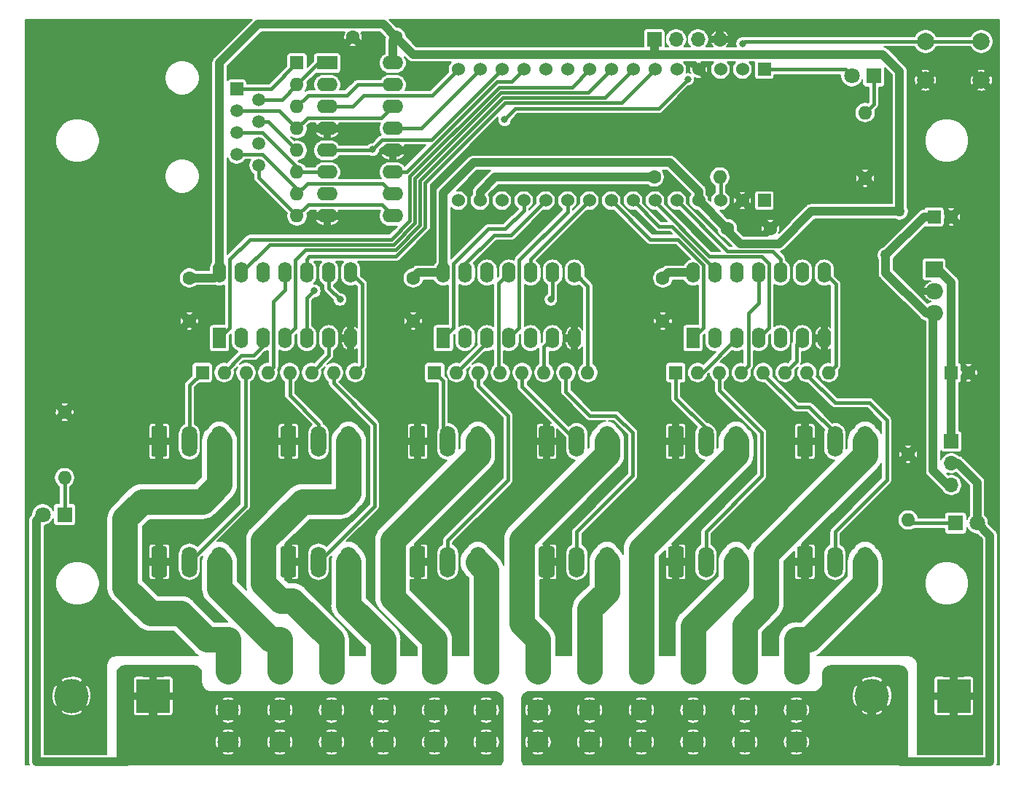
<source format=gbr>
%TF.GenerationSoftware,KiCad,Pcbnew,(5.1.9)-1*%
%TF.CreationDate,2021-02-01T23:54:36-05:00*%
%TF.ProjectId,Smart_Reciever_Max,536d6172-745f-4526-9563-69657665725f,v1*%
%TF.SameCoordinates,Original*%
%TF.FileFunction,Copper,L1,Top*%
%TF.FilePolarity,Positive*%
%FSLAX46Y46*%
G04 Gerber Fmt 4.6, Leading zero omitted, Abs format (unit mm)*
G04 Created by KiCad (PCBNEW (5.1.9)-1) date 2021-02-01 23:54:36*
%MOMM*%
%LPD*%
G01*
G04 APERTURE LIST*
%TA.AperFunction,ComponentPad*%
%ADD10C,2.000000*%
%TD*%
%TA.AperFunction,ComponentPad*%
%ADD11O,1.600000X1.600000*%
%TD*%
%TA.AperFunction,ComponentPad*%
%ADD12C,1.600000*%
%TD*%
%TA.AperFunction,ComponentPad*%
%ADD13O,1.700000X1.700000*%
%TD*%
%TA.AperFunction,ComponentPad*%
%ADD14R,1.700000X1.700000*%
%TD*%
%TA.AperFunction,ComponentPad*%
%ADD15C,1.530000*%
%TD*%
%TA.AperFunction,ComponentPad*%
%ADD16R,1.530000X1.530000*%
%TD*%
%TA.AperFunction,ComponentPad*%
%ADD17C,4.000000*%
%TD*%
%TA.AperFunction,ComponentPad*%
%ADD18R,4.000000X4.000000*%
%TD*%
%TA.AperFunction,ComponentPad*%
%ADD19O,1.800000X3.600000*%
%TD*%
%TA.AperFunction,ComponentPad*%
%ADD20O,1.600000X2.400000*%
%TD*%
%TA.AperFunction,ComponentPad*%
%ADD21R,1.600000X2.400000*%
%TD*%
%TA.AperFunction,ComponentPad*%
%ADD22O,2.400000X1.600000*%
%TD*%
%TA.AperFunction,ComponentPad*%
%ADD23R,2.400000X1.600000*%
%TD*%
%TA.AperFunction,ComponentPad*%
%ADD24R,1.600000X1.600000*%
%TD*%
%TA.AperFunction,ComponentPad*%
%ADD25C,1.270000*%
%TD*%
%TA.AperFunction,ComponentPad*%
%ADD26C,1.800000*%
%TD*%
%TA.AperFunction,ComponentPad*%
%ADD27R,1.800000X1.800000*%
%TD*%
%TA.AperFunction,ComponentPad*%
%ADD28O,2.000000X1.905000*%
%TD*%
%TA.AperFunction,ComponentPad*%
%ADD29R,2.000000X1.905000*%
%TD*%
%TA.AperFunction,ComponentPad*%
%ADD30C,1.500000*%
%TD*%
%TA.AperFunction,ComponentPad*%
%ADD31R,1.500000X1.500000*%
%TD*%
%TA.AperFunction,ComponentPad*%
%ADD32C,2.475000*%
%TD*%
%TA.AperFunction,ViaPad*%
%ADD33C,0.800000*%
%TD*%
%TA.AperFunction,Conductor*%
%ADD34C,1.000000*%
%TD*%
%TA.AperFunction,Conductor*%
%ADD35C,0.400000*%
%TD*%
%TA.AperFunction,Conductor*%
%ADD36C,3.000000*%
%TD*%
%TA.AperFunction,Conductor*%
%ADD37C,0.200000*%
%TD*%
%TA.AperFunction,Conductor*%
%ADD38C,0.100000*%
%TD*%
G04 APERTURE END LIST*
D10*
%TO.P,SW1,1*%
%TO.N,PA10*%
X211500000Y-71500000D03*
%TO.P,SW1,2*%
%TO.N,GND*%
X211500000Y-76000000D03*
%TO.P,SW1,1*%
%TO.N,PA10*%
X205000000Y-71500000D03*
%TO.P,SW1,2*%
%TO.N,GND*%
X205000000Y-76000000D03*
%TD*%
D11*
%TO.P,R4,2*%
%TO.N,Net-(A1-Pad4.3)*%
X181120000Y-87250000D03*
D12*
%TO.P,R4,1*%
%TO.N,+3V3*%
X173500000Y-87250000D03*
%TD*%
D13*
%TO.P,J17,4*%
%TO.N,GND*%
X181120000Y-71250000D03*
%TO.P,J17,3*%
%TO.N,PB3*%
X178580000Y-71250000D03*
%TO.P,J17,2*%
%TO.N,PA12*%
X176040000Y-71250000D03*
D14*
%TO.P,J17,1*%
%TO.N,+5V*%
X173500000Y-71250000D03*
%TD*%
D15*
%TO.P,A1,4.15*%
%TO.N,PB3*%
X150720000Y-90000000D03*
%TO.P,A1,3.15*%
%TO.N,DATA1*%
X150720000Y-74760000D03*
%TO.P,A1,4.14*%
%TO.N,+3V3*%
X153260000Y-90000000D03*
%TO.P,A1,3.14*%
%TO.N,DATA2*%
X153260000Y-74760000D03*
%TO.P,A1,4.13*%
%TO.N,Net-(A1-Pad4.13)*%
X155800000Y-90000000D03*
%TO.P,A1,3.13*%
%TO.N,DATA3*%
X155800000Y-74760000D03*
%TO.P,A1,4.12*%
%TO.N,EN1B*%
X158340000Y-90000000D03*
%TO.P,A1,3.12*%
%TO.N,DATA4*%
X158340000Y-74760000D03*
%TO.P,A1,4.11*%
%TO.N,EN2B*%
X160880000Y-90000000D03*
%TO.P,A1,3.11*%
%TO.N,PC15*%
X160880000Y-74760000D03*
%TO.P,A1,4.10*%
%TO.N,EN3B*%
X163420000Y-90000000D03*
%TO.P,A1,3.10*%
%TO.N,PC14*%
X163420000Y-74760000D03*
%TO.P,A1,4.9*%
%TO.N,EN4B*%
X165960000Y-90000000D03*
%TO.P,A1,3.9*%
%TO.N,EN1A*%
X165960000Y-74760000D03*
%TO.P,A1,4.8*%
%TO.N,EN1C*%
X168500000Y-90000000D03*
%TO.P,A1,3.8*%
%TO.N,EN2A*%
X168500000Y-74760000D03*
%TO.P,A1,4.7*%
%TO.N,EN2C*%
X171040000Y-90000000D03*
%TO.P,A1,3.7*%
%TO.N,EN3A*%
X171040000Y-74760000D03*
%TO.P,A1,4.6*%
%TO.N,EN3C*%
X173580000Y-90000000D03*
%TO.P,A1,3.6*%
%TO.N,EN4A*%
X173580000Y-74760000D03*
%TO.P,A1,4.5*%
%TO.N,EN4C*%
X176120000Y-90000000D03*
%TO.P,A1,3.5*%
%TO.N,PA12*%
X176120000Y-74760000D03*
%TO.P,A1,4.4*%
%TO.N,+5V*%
X178660000Y-90000000D03*
%TO.P,A1,3.4*%
%TO.N,GND*%
X178660000Y-74760000D03*
%TO.P,A1,4.3*%
%TO.N,Net-(A1-Pad4.3)*%
X181200000Y-90000000D03*
%TO.P,A1,3.3*%
%TO.N,Net-(A1-Pad3.3)*%
X181200000Y-74760000D03*
%TO.P,A1,4.2*%
%TO.N,GND*%
X183740000Y-90000000D03*
%TO.P,A1,3.2*%
%TO.N,PA10*%
X183740000Y-74760000D03*
D16*
%TO.P,A1,4.1*%
%TO.N,Net-(A1-Pad4.1)*%
X186280000Y-90000000D03*
%TO.P,A1,3.1*%
%TO.N,Net-(A1-Pad3.1)*%
X186280000Y-74760000D03*
%TD*%
D17*
%TO.P,J14,2*%
%TO.N,VIN2*%
X198800000Y-147600000D03*
D18*
%TO.P,J14,1*%
%TO.N,GND*%
X208300000Y-147600000D03*
%TD*%
D17*
%TO.P,J13,2*%
%TO.N,GND*%
X105800000Y-147600000D03*
D18*
%TO.P,J13,1*%
%TO.N,VIN1*%
X115300000Y-147600000D03*
%TD*%
D12*
%TO.P,C7,2*%
%TO.N,GND*%
X174500000Y-104000000D03*
%TO.P,C7,1*%
%TO.N,+5V*%
X174500000Y-99000000D03*
%TD*%
D19*
%TO.P,J7,3*%
%TO.N,/Outputs/VOUT7*%
X168000000Y-118000000D03*
%TO.P,J7,2*%
%TO.N,/Outputs/DOUT7*%
X164500000Y-118000000D03*
%TO.P,J7,1*%
%TO.N,GND*%
%TA.AperFunction,ComponentPad*%
G36*
G01*
X160100000Y-119550000D02*
X160100000Y-116450000D01*
G75*
G02*
X160350000Y-116200000I250000J0D01*
G01*
X161650000Y-116200000D01*
G75*
G02*
X161900000Y-116450000I0J-250000D01*
G01*
X161900000Y-119550000D01*
G75*
G02*
X161650000Y-119800000I-250000J0D01*
G01*
X160350000Y-119800000D01*
G75*
G02*
X160100000Y-119550000I0J250000D01*
G01*
G37*
%TD.AperFunction*%
%TD*%
D12*
%TO.P,C3,2*%
%TO.N,GND*%
X187000000Y-93250000D03*
%TO.P,C3,1*%
%TO.N,+5V*%
X182000000Y-93250000D03*
%TD*%
D20*
%TO.P,U5,14*%
%TO.N,+5V*%
X178000000Y-98380000D03*
%TO.P,U5,7*%
%TO.N,GND*%
X193240000Y-106000000D03*
%TO.P,U5,13*%
%TO.N,EN2C*%
X180540000Y-98380000D03*
%TO.P,U5,6*%
%TO.N,Net-(RN3-Pad6)*%
X190700000Y-106000000D03*
%TO.P,U5,12*%
%TO.N,DATA2*%
X183080000Y-98380000D03*
%TO.P,U5,5*%
%TO.N,DATA3*%
X188160000Y-106000000D03*
%TO.P,U5,11*%
%TO.N,Net-(RN3-Pad4)*%
X185620000Y-98380000D03*
%TO.P,U5,4*%
%TO.N,EN3C*%
X185620000Y-106000000D03*
%TO.P,U5,10*%
%TO.N,EN4C*%
X188160000Y-98380000D03*
%TO.P,U5,3*%
%TO.N,Net-(RN3-Pad2)*%
X183080000Y-106000000D03*
%TO.P,U5,9*%
%TO.N,DATA4*%
X190700000Y-98380000D03*
%TO.P,U5,2*%
%TO.N,DATA1*%
X180540000Y-106000000D03*
%TO.P,U5,8*%
%TO.N,Net-(RN3-Pad8)*%
X193240000Y-98380000D03*
D21*
%TO.P,U5,1*%
%TO.N,EN1C*%
X178000000Y-106000000D03*
%TD*%
D20*
%TO.P,U4,14*%
%TO.N,+5V*%
X149000000Y-98380000D03*
%TO.P,U4,7*%
%TO.N,GND*%
X164240000Y-106000000D03*
%TO.P,U4,13*%
%TO.N,EN2B*%
X151540000Y-98380000D03*
%TO.P,U4,6*%
%TO.N,Net-(RN2-Pad6)*%
X161700000Y-106000000D03*
%TO.P,U4,12*%
%TO.N,DATA2*%
X154080000Y-98380000D03*
%TO.P,U4,5*%
%TO.N,DATA3*%
X159160000Y-106000000D03*
%TO.P,U4,11*%
%TO.N,Net-(RN2-Pad4)*%
X156620000Y-98380000D03*
%TO.P,U4,4*%
%TO.N,EN3B*%
X156620000Y-106000000D03*
%TO.P,U4,10*%
%TO.N,EN4B*%
X159160000Y-98380000D03*
%TO.P,U4,3*%
%TO.N,Net-(RN2-Pad2)*%
X154080000Y-106000000D03*
%TO.P,U4,9*%
%TO.N,DATA4*%
X161700000Y-98380000D03*
%TO.P,U4,2*%
%TO.N,DATA1*%
X151540000Y-106000000D03*
%TO.P,U4,8*%
%TO.N,Net-(RN2-Pad8)*%
X164240000Y-98380000D03*
D21*
%TO.P,U4,1*%
%TO.N,EN1B*%
X149000000Y-106000000D03*
%TD*%
D20*
%TO.P,U3,14*%
%TO.N,+5V*%
X123000000Y-98380000D03*
%TO.P,U3,7*%
%TO.N,GND*%
X138240000Y-106000000D03*
%TO.P,U3,13*%
%TO.N,EN2A*%
X125540000Y-98380000D03*
%TO.P,U3,6*%
%TO.N,Net-(RN1-Pad6)*%
X135700000Y-106000000D03*
%TO.P,U3,12*%
%TO.N,DATA2*%
X128080000Y-98380000D03*
%TO.P,U3,5*%
%TO.N,DATA3*%
X133160000Y-106000000D03*
%TO.P,U3,11*%
%TO.N,Net-(RN1-Pad4)*%
X130620000Y-98380000D03*
%TO.P,U3,4*%
%TO.N,EN3A*%
X130620000Y-106000000D03*
%TO.P,U3,10*%
%TO.N,EN4A*%
X133160000Y-98380000D03*
%TO.P,U3,3*%
%TO.N,Net-(RN1-Pad2)*%
X128080000Y-106000000D03*
%TO.P,U3,9*%
%TO.N,DATA4*%
X135700000Y-98380000D03*
%TO.P,U3,2*%
%TO.N,DATA1*%
X125540000Y-106000000D03*
%TO.P,U3,8*%
%TO.N,Net-(RN1-Pad8)*%
X138240000Y-98380000D03*
D21*
%TO.P,U3,1*%
%TO.N,EN1A*%
X123000000Y-106000000D03*
%TD*%
D22*
%TO.P,U2,16*%
%TO.N,+5V*%
X143120000Y-74000000D03*
%TO.P,U2,8*%
%TO.N,GND*%
X135500000Y-91780000D03*
%TO.P,U2,15*%
%TO.N,/Serial/Serial2_N*%
X143120000Y-76540000D03*
%TO.P,U2,7*%
%TO.N,/Serial/Serial3_N*%
X135500000Y-89240000D03*
%TO.P,U2,14*%
%TO.N,/Serial/Serial2_P*%
X143120000Y-79080000D03*
%TO.P,U2,6*%
%TO.N,/Serial/Serial3_P*%
X135500000Y-86700000D03*
%TO.P,U2,13*%
%TO.N,DATA2*%
X143120000Y-81620000D03*
%TO.P,U2,5*%
%TO.N,DATA3*%
X135500000Y-84160000D03*
%TO.P,U2,12*%
%TO.N,GND*%
X143120000Y-84160000D03*
%TO.P,U2,4*%
X135500000Y-81620000D03*
%TO.P,U2,11*%
%TO.N,DATA4*%
X143120000Y-86700000D03*
%TO.P,U2,3*%
%TO.N,DATA1*%
X135500000Y-79080000D03*
%TO.P,U2,10*%
%TO.N,/Serial/Serial4_P*%
X143120000Y-89240000D03*
%TO.P,U2,2*%
%TO.N,/Serial/Serial1_P*%
X135500000Y-76540000D03*
%TO.P,U2,9*%
%TO.N,/Serial/Serial4_N*%
X143120000Y-91780000D03*
D23*
%TO.P,U2,1*%
%TO.N,/Serial/Serial1_N*%
X135500000Y-74000000D03*
%TD*%
D11*
%TO.P,RN4,8*%
%TO.N,/Serial/Serial4_N*%
X132000000Y-91780000D03*
%TO.P,RN4,7*%
%TO.N,/Serial/Serial4_P*%
X132000000Y-89240000D03*
%TO.P,RN4,6*%
%TO.N,/Serial/Serial3_P*%
X132000000Y-86700000D03*
%TO.P,RN4,5*%
%TO.N,/Serial/Serial3_N*%
X132000000Y-84160000D03*
%TO.P,RN4,4*%
%TO.N,/Serial/Serial2_P*%
X132000000Y-81620000D03*
%TO.P,RN4,3*%
%TO.N,/Serial/Serial2_N*%
X132000000Y-79080000D03*
%TO.P,RN4,2*%
%TO.N,/Serial/Serial1_N*%
X132000000Y-76540000D03*
D24*
%TO.P,RN4,1*%
%TO.N,/Serial/Serial1_P*%
X132000000Y-74000000D03*
%TD*%
D11*
%TO.P,R3,2*%
%TO.N,Net-(D3-Pad1)*%
X198000000Y-79780000D03*
D12*
%TO.P,R3,1*%
%TO.N,GND*%
X198000000Y-87400000D03*
%TD*%
D11*
%TO.P,R2,2*%
%TO.N,Net-(D2-Pad1)*%
X203000000Y-127120000D03*
D12*
%TO.P,R2,1*%
%TO.N,GND*%
X203000000Y-119500000D03*
%TD*%
D11*
%TO.P,R1,2*%
%TO.N,Net-(D1-Pad1)*%
X105000000Y-122220000D03*
D12*
%TO.P,R1,1*%
%TO.N,GND*%
X105000000Y-114600000D03*
%TD*%
D25*
%TO.P,F13,1*%
%TO.N,+5V*%
X202000000Y-91250000D03*
%TO.P,F13,2*%
%TO.N,5IN*%
X200400000Y-96350000D03*
%TD*%
D26*
%TO.P,D3,2*%
%TO.N,Net-(A1-Pad3.1)*%
X196460000Y-75500000D03*
D27*
%TO.P,D3,1*%
%TO.N,Net-(D3-Pad1)*%
X199000000Y-75500000D03*
%TD*%
D26*
%TO.P,D2,2*%
%TO.N,VIN2*%
X211040000Y-127500000D03*
D27*
%TO.P,D2,1*%
%TO.N,Net-(D2-Pad1)*%
X208500000Y-127500000D03*
%TD*%
D26*
%TO.P,D1,2*%
%TO.N,VIN1*%
X102460000Y-126500000D03*
D27*
%TO.P,D1,1*%
%TO.N,Net-(D1-Pad1)*%
X105000000Y-126500000D03*
%TD*%
D12*
%TO.P,C6,2*%
%TO.N,GND*%
X145500000Y-104000000D03*
%TO.P,C6,1*%
%TO.N,+5V*%
X145500000Y-99000000D03*
%TD*%
%TO.P,C5,2*%
%TO.N,GND*%
X119500000Y-104000000D03*
%TO.P,C5,1*%
%TO.N,+5V*%
X119500000Y-99000000D03*
%TD*%
%TO.P,C4,2*%
%TO.N,GND*%
X138500000Y-71000000D03*
%TO.P,C4,1*%
%TO.N,+5V*%
X143500000Y-71000000D03*
%TD*%
%TO.P,C2,2*%
%TO.N,GND*%
X208000000Y-91900000D03*
D24*
%TO.P,C2,1*%
%TO.N,5IN*%
X206000000Y-91900000D03*
%TD*%
D12*
%TO.P,C1,2*%
%TO.N,GND*%
X210000000Y-110000000D03*
D24*
%TO.P,C1,1*%
%TO.N,/PWR*%
X208000000Y-110000000D03*
%TD*%
D28*
%TO.P,U1,3*%
%TO.N,5IN*%
X206000000Y-103080000D03*
%TO.P,U1,2*%
%TO.N,GND*%
X206000000Y-100540000D03*
D29*
%TO.P,U1,1*%
%TO.N,/PWR*%
X206000000Y-98000000D03*
%TD*%
D11*
%TO.P,RN3,8*%
%TO.N,Net-(RN3-Pad8)*%
X193780000Y-110000000D03*
%TO.P,RN3,7*%
%TO.N,/Outputs/DOUT12*%
X191240000Y-110000000D03*
%TO.P,RN3,6*%
%TO.N,Net-(RN3-Pad6)*%
X188700000Y-110000000D03*
%TO.P,RN3,5*%
%TO.N,/Outputs/DOUT11*%
X186160000Y-110000000D03*
%TO.P,RN3,4*%
%TO.N,Net-(RN3-Pad4)*%
X183620000Y-110000000D03*
%TO.P,RN3,3*%
%TO.N,/Outputs/DOUT10*%
X181080000Y-110000000D03*
%TO.P,RN3,2*%
%TO.N,Net-(RN3-Pad2)*%
X178540000Y-110000000D03*
D24*
%TO.P,RN3,1*%
%TO.N,/Outputs/DOUT9*%
X176000000Y-110000000D03*
%TD*%
D11*
%TO.P,RN2,8*%
%TO.N,Net-(RN2-Pad8)*%
X165780000Y-110000000D03*
%TO.P,RN2,7*%
%TO.N,/Outputs/DOUT8*%
X163240000Y-110000000D03*
%TO.P,RN2,6*%
%TO.N,Net-(RN2-Pad6)*%
X160700000Y-110000000D03*
%TO.P,RN2,5*%
%TO.N,/Outputs/DOUT7*%
X158160000Y-110000000D03*
%TO.P,RN2,4*%
%TO.N,Net-(RN2-Pad4)*%
X155620000Y-110000000D03*
%TO.P,RN2,3*%
%TO.N,/Outputs/DOUT6*%
X153080000Y-110000000D03*
%TO.P,RN2,2*%
%TO.N,Net-(RN2-Pad2)*%
X150540000Y-110000000D03*
D24*
%TO.P,RN2,1*%
%TO.N,/Outputs/DOUT5*%
X148000000Y-110000000D03*
%TD*%
D11*
%TO.P,RN1,8*%
%TO.N,Net-(RN1-Pad8)*%
X138780000Y-110000000D03*
%TO.P,RN1,7*%
%TO.N,/Outputs/DOUT4*%
X136240000Y-110000000D03*
%TO.P,RN1,6*%
%TO.N,Net-(RN1-Pad6)*%
X133700000Y-110000000D03*
%TO.P,RN1,5*%
%TO.N,/Outputs/DOUT3*%
X131160000Y-110000000D03*
%TO.P,RN1,4*%
%TO.N,Net-(RN1-Pad4)*%
X128620000Y-110000000D03*
%TO.P,RN1,3*%
%TO.N,/Outputs/DOUT2*%
X126080000Y-110000000D03*
%TO.P,RN1,2*%
%TO.N,Net-(RN1-Pad2)*%
X123540000Y-110000000D03*
D24*
%TO.P,RN1,1*%
%TO.N,/Outputs/DOUT1*%
X121000000Y-110000000D03*
%TD*%
D13*
%TO.P,J15,3*%
%TO.N,5IN*%
X208000000Y-123080000D03*
%TO.P,J15,2*%
%TO.N,VIN2*%
X208000000Y-120540000D03*
D14*
%TO.P,J15,1*%
%TO.N,/PWR*%
X208000000Y-118000000D03*
%TD*%
D30*
%TO.P,J16,8*%
%TO.N,/Serial/Serial4_N*%
X127540000Y-85890000D03*
%TO.P,J16,7*%
%TO.N,/Serial/Serial4_P*%
X125000000Y-84620000D03*
%TO.P,J16,6*%
%TO.N,/Serial/Serial2_N*%
X127540000Y-83350000D03*
%TO.P,J16,5*%
%TO.N,/Serial/Serial3_P*%
X125000000Y-82080000D03*
%TO.P,J16,4*%
%TO.N,/Serial/Serial3_N*%
X127540000Y-80810000D03*
%TO.P,J16,3*%
%TO.N,/Serial/Serial2_P*%
X125000000Y-79540000D03*
%TO.P,J16,2*%
%TO.N,/Serial/Serial1_N*%
X127540000Y-78270000D03*
D31*
%TO.P,J16,1*%
%TO.N,/Serial/Serial1_P*%
X125000000Y-77000000D03*
%TD*%
D19*
%TO.P,J12,3*%
%TO.N,/Outputs/VOUT12*%
X198000000Y-132000000D03*
%TO.P,J12,2*%
%TO.N,/Outputs/DOUT12*%
X194500000Y-132000000D03*
%TO.P,J12,1*%
%TO.N,GND*%
%TA.AperFunction,ComponentPad*%
G36*
G01*
X190100000Y-133550000D02*
X190100000Y-130450000D01*
G75*
G02*
X190350000Y-130200000I250000J0D01*
G01*
X191650000Y-130200000D01*
G75*
G02*
X191900000Y-130450000I0J-250000D01*
G01*
X191900000Y-133550000D01*
G75*
G02*
X191650000Y-133800000I-250000J0D01*
G01*
X190350000Y-133800000D01*
G75*
G02*
X190100000Y-133550000I0J250000D01*
G01*
G37*
%TD.AperFunction*%
%TD*%
%TO.P,J11,3*%
%TO.N,/Outputs/VOUT11*%
X198000000Y-118000000D03*
%TO.P,J11,2*%
%TO.N,/Outputs/DOUT11*%
X194500000Y-118000000D03*
%TO.P,J11,1*%
%TO.N,GND*%
%TA.AperFunction,ComponentPad*%
G36*
G01*
X190100000Y-119550000D02*
X190100000Y-116450000D01*
G75*
G02*
X190350000Y-116200000I250000J0D01*
G01*
X191650000Y-116200000D01*
G75*
G02*
X191900000Y-116450000I0J-250000D01*
G01*
X191900000Y-119550000D01*
G75*
G02*
X191650000Y-119800000I-250000J0D01*
G01*
X190350000Y-119800000D01*
G75*
G02*
X190100000Y-119550000I0J250000D01*
G01*
G37*
%TD.AperFunction*%
%TD*%
%TO.P,J10,3*%
%TO.N,/Outputs/VOUT10*%
X183000000Y-132000000D03*
%TO.P,J10,2*%
%TO.N,/Outputs/DOUT10*%
X179500000Y-132000000D03*
%TO.P,J10,1*%
%TO.N,GND*%
%TA.AperFunction,ComponentPad*%
G36*
G01*
X175100000Y-133550000D02*
X175100000Y-130450000D01*
G75*
G02*
X175350000Y-130200000I250000J0D01*
G01*
X176650000Y-130200000D01*
G75*
G02*
X176900000Y-130450000I0J-250000D01*
G01*
X176900000Y-133550000D01*
G75*
G02*
X176650000Y-133800000I-250000J0D01*
G01*
X175350000Y-133800000D01*
G75*
G02*
X175100000Y-133550000I0J250000D01*
G01*
G37*
%TD.AperFunction*%
%TD*%
%TO.P,J9,3*%
%TO.N,/Outputs/VOUT9*%
X183000000Y-118000000D03*
%TO.P,J9,2*%
%TO.N,/Outputs/DOUT9*%
X179500000Y-118000000D03*
%TO.P,J9,1*%
%TO.N,GND*%
%TA.AperFunction,ComponentPad*%
G36*
G01*
X175100000Y-119550000D02*
X175100000Y-116450000D01*
G75*
G02*
X175350000Y-116200000I250000J0D01*
G01*
X176650000Y-116200000D01*
G75*
G02*
X176900000Y-116450000I0J-250000D01*
G01*
X176900000Y-119550000D01*
G75*
G02*
X176650000Y-119800000I-250000J0D01*
G01*
X175350000Y-119800000D01*
G75*
G02*
X175100000Y-119550000I0J250000D01*
G01*
G37*
%TD.AperFunction*%
%TD*%
%TO.P,J8,3*%
%TO.N,/Outputs/VOUT8*%
X168000000Y-132000000D03*
%TO.P,J8,2*%
%TO.N,/Outputs/DOUT8*%
X164500000Y-132000000D03*
%TO.P,J8,1*%
%TO.N,GND*%
%TA.AperFunction,ComponentPad*%
G36*
G01*
X160100000Y-133550000D02*
X160100000Y-130450000D01*
G75*
G02*
X160350000Y-130200000I250000J0D01*
G01*
X161650000Y-130200000D01*
G75*
G02*
X161900000Y-130450000I0J-250000D01*
G01*
X161900000Y-133550000D01*
G75*
G02*
X161650000Y-133800000I-250000J0D01*
G01*
X160350000Y-133800000D01*
G75*
G02*
X160100000Y-133550000I0J250000D01*
G01*
G37*
%TD.AperFunction*%
%TD*%
%TO.P,J6,3*%
%TO.N,/Outputs/VOUT6*%
X153000000Y-132000000D03*
%TO.P,J6,2*%
%TO.N,/Outputs/DOUT6*%
X149500000Y-132000000D03*
%TO.P,J6,1*%
%TO.N,GND*%
%TA.AperFunction,ComponentPad*%
G36*
G01*
X145100000Y-133550000D02*
X145100000Y-130450000D01*
G75*
G02*
X145350000Y-130200000I250000J0D01*
G01*
X146650000Y-130200000D01*
G75*
G02*
X146900000Y-130450000I0J-250000D01*
G01*
X146900000Y-133550000D01*
G75*
G02*
X146650000Y-133800000I-250000J0D01*
G01*
X145350000Y-133800000D01*
G75*
G02*
X145100000Y-133550000I0J250000D01*
G01*
G37*
%TD.AperFunction*%
%TD*%
%TO.P,J5,3*%
%TO.N,/Outputs/VOUT5*%
X153000000Y-118000000D03*
%TO.P,J5,2*%
%TO.N,/Outputs/DOUT5*%
X149500000Y-118000000D03*
%TO.P,J5,1*%
%TO.N,GND*%
%TA.AperFunction,ComponentPad*%
G36*
G01*
X145100000Y-119550000D02*
X145100000Y-116450000D01*
G75*
G02*
X145350000Y-116200000I250000J0D01*
G01*
X146650000Y-116200000D01*
G75*
G02*
X146900000Y-116450000I0J-250000D01*
G01*
X146900000Y-119550000D01*
G75*
G02*
X146650000Y-119800000I-250000J0D01*
G01*
X145350000Y-119800000D01*
G75*
G02*
X145100000Y-119550000I0J250000D01*
G01*
G37*
%TD.AperFunction*%
%TD*%
%TO.P,J4,3*%
%TO.N,/Outputs/VOUT4*%
X138000000Y-132000000D03*
%TO.P,J4,2*%
%TO.N,/Outputs/DOUT4*%
X134500000Y-132000000D03*
%TO.P,J4,1*%
%TO.N,GND*%
%TA.AperFunction,ComponentPad*%
G36*
G01*
X130100000Y-133550000D02*
X130100000Y-130450000D01*
G75*
G02*
X130350000Y-130200000I250000J0D01*
G01*
X131650000Y-130200000D01*
G75*
G02*
X131900000Y-130450000I0J-250000D01*
G01*
X131900000Y-133550000D01*
G75*
G02*
X131650000Y-133800000I-250000J0D01*
G01*
X130350000Y-133800000D01*
G75*
G02*
X130100000Y-133550000I0J250000D01*
G01*
G37*
%TD.AperFunction*%
%TD*%
%TO.P,J3,3*%
%TO.N,/Outputs/VOUT3*%
X138000000Y-118000000D03*
%TO.P,J3,2*%
%TO.N,/Outputs/DOUT3*%
X134500000Y-118000000D03*
%TO.P,J3,1*%
%TO.N,GND*%
%TA.AperFunction,ComponentPad*%
G36*
G01*
X130100000Y-119550000D02*
X130100000Y-116450000D01*
G75*
G02*
X130350000Y-116200000I250000J0D01*
G01*
X131650000Y-116200000D01*
G75*
G02*
X131900000Y-116450000I0J-250000D01*
G01*
X131900000Y-119550000D01*
G75*
G02*
X131650000Y-119800000I-250000J0D01*
G01*
X130350000Y-119800000D01*
G75*
G02*
X130100000Y-119550000I0J250000D01*
G01*
G37*
%TD.AperFunction*%
%TD*%
%TO.P,J2,3*%
%TO.N,/Outputs/VOUT2*%
X123000000Y-132000000D03*
%TO.P,J2,2*%
%TO.N,/Outputs/DOUT2*%
X119500000Y-132000000D03*
%TO.P,J2,1*%
%TO.N,GND*%
%TA.AperFunction,ComponentPad*%
G36*
G01*
X115100000Y-133550000D02*
X115100000Y-130450000D01*
G75*
G02*
X115350000Y-130200000I250000J0D01*
G01*
X116650000Y-130200000D01*
G75*
G02*
X116900000Y-130450000I0J-250000D01*
G01*
X116900000Y-133550000D01*
G75*
G02*
X116650000Y-133800000I-250000J0D01*
G01*
X115350000Y-133800000D01*
G75*
G02*
X115100000Y-133550000I0J250000D01*
G01*
G37*
%TD.AperFunction*%
%TD*%
%TO.P,J1,3*%
%TO.N,/Outputs/VOUT1*%
X123000000Y-118000000D03*
%TO.P,J1,2*%
%TO.N,/Outputs/DOUT1*%
X119500000Y-118000000D03*
%TO.P,J1,1*%
%TO.N,GND*%
%TA.AperFunction,ComponentPad*%
G36*
G01*
X115100000Y-119550000D02*
X115100000Y-116450000D01*
G75*
G02*
X115350000Y-116200000I250000J0D01*
G01*
X116650000Y-116200000D01*
G75*
G02*
X116900000Y-116450000I0J-250000D01*
G01*
X116900000Y-119550000D01*
G75*
G02*
X116650000Y-119800000I-250000J0D01*
G01*
X115350000Y-119800000D01*
G75*
G02*
X115100000Y-119550000I0J250000D01*
G01*
G37*
%TD.AperFunction*%
%TD*%
D32*
%TO.P,F12,2_2*%
%TO.N,/Outputs/VOUT12*%
X190000000Y-141050000D03*
%TO.P,F12,1_1*%
%TO.N,VIN2*%
X190000000Y-152950000D03*
%TO.P,F12,2_1*%
%TO.N,/Outputs/VOUT12*%
X190000000Y-144750000D03*
%TO.P,F12,1_2*%
%TO.N,VIN2*%
X190000000Y-149250000D03*
%TD*%
%TO.P,F11,2_2*%
%TO.N,/Outputs/VOUT11*%
X184000000Y-141050000D03*
%TO.P,F11,1_1*%
%TO.N,VIN2*%
X184000000Y-152950000D03*
%TO.P,F11,2_1*%
%TO.N,/Outputs/VOUT11*%
X184000000Y-144750000D03*
%TO.P,F11,1_2*%
%TO.N,VIN2*%
X184000000Y-149250000D03*
%TD*%
%TO.P,F10,2_2*%
%TO.N,/Outputs/VOUT10*%
X178000000Y-141050000D03*
%TO.P,F10,1_1*%
%TO.N,VIN2*%
X178000000Y-152950000D03*
%TO.P,F10,2_1*%
%TO.N,/Outputs/VOUT10*%
X178000000Y-144750000D03*
%TO.P,F10,1_2*%
%TO.N,VIN2*%
X178000000Y-149250000D03*
%TD*%
%TO.P,F9,2_2*%
%TO.N,/Outputs/VOUT9*%
X172000000Y-141050000D03*
%TO.P,F9,1_1*%
%TO.N,VIN2*%
X172000000Y-152950000D03*
%TO.P,F9,2_1*%
%TO.N,/Outputs/VOUT9*%
X172000000Y-144750000D03*
%TO.P,F9,1_2*%
%TO.N,VIN2*%
X172000000Y-149250000D03*
%TD*%
%TO.P,F8,2_2*%
%TO.N,/Outputs/VOUT8*%
X166000000Y-141050000D03*
%TO.P,F8,1_1*%
%TO.N,VIN2*%
X166000000Y-152950000D03*
%TO.P,F8,2_1*%
%TO.N,/Outputs/VOUT8*%
X166000000Y-144750000D03*
%TO.P,F8,1_2*%
%TO.N,VIN2*%
X166000000Y-149250000D03*
%TD*%
%TO.P,F7,2_2*%
%TO.N,/Outputs/VOUT7*%
X160000000Y-141050000D03*
%TO.P,F7,1_1*%
%TO.N,VIN2*%
X160000000Y-152950000D03*
%TO.P,F7,2_1*%
%TO.N,/Outputs/VOUT7*%
X160000000Y-144750000D03*
%TO.P,F7,1_2*%
%TO.N,VIN2*%
X160000000Y-149250000D03*
%TD*%
%TO.P,F6,2_2*%
%TO.N,/Outputs/VOUT6*%
X154000000Y-141050000D03*
%TO.P,F6,1_1*%
%TO.N,VIN1*%
X154000000Y-152950000D03*
%TO.P,F6,2_1*%
%TO.N,/Outputs/VOUT6*%
X154000000Y-144750000D03*
%TO.P,F6,1_2*%
%TO.N,VIN1*%
X154000000Y-149250000D03*
%TD*%
%TO.P,F5,2_2*%
%TO.N,/Outputs/VOUT5*%
X148000000Y-141050000D03*
%TO.P,F5,1_1*%
%TO.N,VIN1*%
X148000000Y-152950000D03*
%TO.P,F5,2_1*%
%TO.N,/Outputs/VOUT5*%
X148000000Y-144750000D03*
%TO.P,F5,1_2*%
%TO.N,VIN1*%
X148000000Y-149250000D03*
%TD*%
%TO.P,F4,2_2*%
%TO.N,/Outputs/VOUT4*%
X142000000Y-141050000D03*
%TO.P,F4,1_1*%
%TO.N,VIN1*%
X142000000Y-152950000D03*
%TO.P,F4,2_1*%
%TO.N,/Outputs/VOUT4*%
X142000000Y-144750000D03*
%TO.P,F4,1_2*%
%TO.N,VIN1*%
X142000000Y-149250000D03*
%TD*%
%TO.P,F3,2_2*%
%TO.N,/Outputs/VOUT3*%
X136000000Y-141050000D03*
%TO.P,F3,1_1*%
%TO.N,VIN1*%
X136000000Y-152950000D03*
%TO.P,F3,2_1*%
%TO.N,/Outputs/VOUT3*%
X136000000Y-144750000D03*
%TO.P,F3,1_2*%
%TO.N,VIN1*%
X136000000Y-149250000D03*
%TD*%
%TO.P,F2,2_2*%
%TO.N,/Outputs/VOUT2*%
X130000000Y-141050000D03*
%TO.P,F2,1_1*%
%TO.N,VIN1*%
X130000000Y-152950000D03*
%TO.P,F2,2_1*%
%TO.N,/Outputs/VOUT2*%
X130000000Y-144750000D03*
%TO.P,F2,1_2*%
%TO.N,VIN1*%
X130000000Y-149250000D03*
%TD*%
%TO.P,F1,2_2*%
%TO.N,/Outputs/VOUT1*%
X124000000Y-141050000D03*
%TO.P,F1,1_1*%
%TO.N,VIN1*%
X124000000Y-152950000D03*
%TO.P,F1,2_1*%
%TO.N,/Outputs/VOUT1*%
X124000000Y-144750000D03*
%TO.P,F1,1_2*%
%TO.N,VIN1*%
X124000000Y-149250000D03*
%TD*%
D33*
%TO.N,GND*%
X139000000Y-82000000D03*
X122000000Y-70900000D03*
X119000000Y-93000000D03*
X142500000Y-98500000D03*
X171500000Y-111000000D03*
X196000000Y-111500000D03*
X125500000Y-75000000D03*
X129000000Y-75000000D03*
X138500000Y-75000000D03*
X124900000Y-94000000D03*
X102700000Y-70900000D03*
X105000000Y-95000000D03*
X105000000Y-105000000D03*
X203900000Y-111200000D03*
X204000000Y-104700000D03*
X210000000Y-95000000D03*
X115000000Y-105000000D03*
X138500000Y-91700000D03*
X183500000Y-127900000D03*
X168400000Y-128000000D03*
X153700000Y-128700000D03*
X125000000Y-129100000D03*
X123100000Y-113400000D03*
X134500000Y-112500000D03*
X128600000Y-112100000D03*
X195500000Y-141900000D03*
X197100000Y-128800000D03*
X209100000Y-125100000D03*
X210600000Y-130500000D03*
X211900000Y-119300000D03*
X146500000Y-70000000D03*
X128400000Y-71300000D03*
X187000000Y-142200000D03*
X175100000Y-142000000D03*
X150900000Y-142000000D03*
X163000000Y-142000000D03*
X117700000Y-142000000D03*
X101800000Y-121800000D03*
X103700000Y-129600000D03*
X139400000Y-112000000D03*
X140500000Y-135200000D03*
X122500000Y-138400000D03*
X199200000Y-122000000D03*
X184700000Y-121500000D03*
X169500000Y-121800000D03*
X151100000Y-112400000D03*
X156600000Y-112400000D03*
X166300000Y-112700000D03*
X119500000Y-80900000D03*
X205100000Y-87500000D03*
X162400000Y-95700000D03*
X190900000Y-100900000D03*
X211200000Y-140900000D03*
X210600000Y-153300000D03*
X205200000Y-153300000D03*
X109100000Y-153400000D03*
X192100000Y-87100000D03*
X167400000Y-105900000D03*
X185000000Y-112300000D03*
X190400000Y-137500000D03*
X212800000Y-125600000D03*
X211600000Y-78900000D03*
X211800000Y-86900000D03*
X112900000Y-70500000D03*
X101900000Y-82800000D03*
X112400000Y-87800000D03*
X191600000Y-95100000D03*
X196000000Y-101900000D03*
X154700000Y-83800000D03*
X169500000Y-83100000D03*
X176200000Y-83000000D03*
X150700000Y-94200000D03*
X147400000Y-96300000D03*
X156100000Y-95700000D03*
X152800000Y-104100000D03*
X160600000Y-103800000D03*
X164000000Y-103700000D03*
X175400000Y-96200000D03*
X169800000Y-96300000D03*
X199700000Y-93700000D03*
X195400000Y-78100000D03*
X208100000Y-69800000D03*
X192100000Y-69900000D03*
X202600000Y-72900000D03*
X208700000Y-73100000D03*
X168400000Y-70400000D03*
X157700000Y-70400000D03*
X175400000Y-88300000D03*
X167300000Y-91900000D03*
X187900000Y-76600000D03*
X153100000Y-87100000D03*
X148400000Y-74700000D03*
X124800000Y-86800000D03*
%TO.N,DATA4*%
X161500000Y-101500000D03*
X137000008Y-101500000D03*
%TO.N,DATA3*%
X134000000Y-100500000D03*
X140800010Y-84065693D03*
%TO.N,PA10*%
X183750000Y-71750000D03*
%TO.N,PB3*%
X177399996Y-75900000D03*
X156100002Y-80600000D03*
%TD*%
D34*
%TO.N,/PWR*%
X206000000Y-98000000D02*
X206500000Y-98000000D01*
X208000000Y-99500000D02*
X208000000Y-109000000D01*
X206500000Y-98000000D02*
X208000000Y-99500000D01*
X208000000Y-109000000D02*
X208000000Y-118000000D01*
%TO.N,+5V*%
X143120000Y-71380000D02*
X143500000Y-71000000D01*
X143120000Y-74000000D02*
X143120000Y-71380000D01*
X175120000Y-98380000D02*
X174500000Y-99000000D01*
X178000000Y-98380000D02*
X175120000Y-98380000D01*
X146120000Y-98380000D02*
X145500000Y-99000000D01*
X149000000Y-98380000D02*
X146120000Y-98380000D01*
X143500000Y-71000000D02*
X141999999Y-69499999D01*
X122380000Y-99000000D02*
X123000000Y-98380000D01*
X119500000Y-99000000D02*
X122380000Y-99000000D01*
X141999999Y-69499999D02*
X127500001Y-69499999D01*
X123000000Y-74000000D02*
X123000000Y-98380000D01*
X127500001Y-69499999D02*
X123000000Y-74000000D01*
X183500001Y-95000001D02*
X182000000Y-93500000D01*
X187999999Y-95000001D02*
X183500001Y-95000001D01*
X191750000Y-91250000D02*
X187999999Y-95000001D01*
X202000000Y-91250000D02*
X191750000Y-91250000D01*
X145500000Y-73000000D02*
X143500000Y-71000000D01*
X202000000Y-75000000D02*
X200000000Y-73000000D01*
X202000000Y-91250000D02*
X202000000Y-75000000D01*
X181910000Y-93250000D02*
X178660000Y-90000000D01*
X182000000Y-93250000D02*
X181910000Y-93250000D01*
X173500000Y-72750000D02*
X173250000Y-73000000D01*
X173500000Y-71250000D02*
X173500000Y-72750000D01*
X173250000Y-73000000D02*
X145500000Y-73000000D01*
X200000000Y-73000000D02*
X173250000Y-73000000D01*
X178660000Y-89120000D02*
X178660000Y-89660000D01*
X178660000Y-88910000D02*
X178660000Y-89120000D01*
X175350000Y-85600000D02*
X178660000Y-88910000D01*
X152500000Y-85600000D02*
X175350000Y-85600000D01*
X149000000Y-89100000D02*
X152500000Y-85600000D01*
X149000000Y-98380000D02*
X149000000Y-89100000D01*
%TO.N,+3V3*%
X153260000Y-88990000D02*
X153260000Y-90000000D01*
X155000000Y-87250000D02*
X153260000Y-88990000D01*
X173500000Y-87250000D02*
X155000000Y-87250000D01*
%TO.N,VIN2*%
X198800000Y-151938160D02*
X198800000Y-147600000D01*
X212500000Y-155274990D02*
X202136830Y-155274990D01*
X212500000Y-128960000D02*
X212500000Y-155274990D01*
X211000000Y-127460000D02*
X212500000Y-128960000D01*
X202136830Y-155274990D02*
X198800000Y-151938160D01*
X211000000Y-122800000D02*
X211000000Y-127460000D01*
X208740000Y-120540000D02*
X211000000Y-122800000D01*
X208000000Y-120540000D02*
X208740000Y-120540000D01*
%TO.N,VIN1*%
X115300000Y-152200000D02*
X115300000Y-147600000D01*
X112225010Y-155274990D02*
X115300000Y-152200000D01*
X101725010Y-155274990D02*
X112225010Y-155274990D01*
X101725010Y-127234990D02*
X101725010Y-155274990D01*
X102460000Y-126500000D02*
X101725010Y-127234990D01*
D35*
%TO.N,Net-(D2-Pad1)*%
X203380000Y-127500000D02*
X203000000Y-127120000D01*
X208500000Y-127500000D02*
X203380000Y-127500000D01*
%TO.N,Net-(D3-Pad1)*%
X199000000Y-78780000D02*
X198000000Y-79780000D01*
X199000000Y-75500000D02*
X199000000Y-78780000D01*
D36*
%TO.N,/Outputs/VOUT1*%
X124000000Y-144750000D02*
X124000000Y-141050000D01*
X123000000Y-123000000D02*
X123000000Y-118000000D01*
X121000000Y-125000000D02*
X123000000Y-123000000D01*
X114000000Y-125000000D02*
X121000000Y-125000000D01*
X112000000Y-127000000D02*
X114000000Y-125000000D01*
X112000000Y-135000000D02*
X112000000Y-127000000D01*
X115000000Y-138000000D02*
X112000000Y-135000000D01*
X118500000Y-138000000D02*
X115000000Y-138000000D01*
X121550000Y-141050000D02*
X118500000Y-138000000D01*
X124000000Y-141050000D02*
X121550000Y-141050000D01*
%TO.N,/Outputs/VOUT2*%
X130000000Y-144750000D02*
X130000000Y-141050000D01*
X130000000Y-141050000D02*
X128949763Y-141050000D01*
X128949763Y-141050000D02*
X123000000Y-135100237D01*
X123000000Y-135100237D02*
X123000000Y-132000000D01*
%TO.N,/Outputs/VOUT3*%
X136000000Y-144750000D02*
X136000000Y-141050000D01*
X138000000Y-124000000D02*
X138000000Y-118000000D01*
X137000000Y-125000000D02*
X138000000Y-124000000D01*
X132618004Y-125000000D02*
X137000000Y-125000000D01*
X128099990Y-129518014D02*
X132618004Y-125000000D01*
X128099990Y-134481986D02*
X128099990Y-129518014D01*
X130118004Y-136500000D02*
X128099990Y-134481986D01*
X131450000Y-136500000D02*
X130118004Y-136500000D01*
X136000000Y-141050000D02*
X131450000Y-136500000D01*
%TO.N,/Outputs/VOUT4*%
X138000000Y-137050000D02*
X142000000Y-141050000D01*
X138000000Y-132000000D02*
X138000000Y-137050000D01*
X142000000Y-141050000D02*
X142000000Y-144750000D01*
%TO.N,/Outputs/VOUT5*%
X148000000Y-144750000D02*
X148000000Y-141050000D01*
X143099990Y-129518014D02*
X153000000Y-119618004D01*
X153000000Y-119618004D02*
X153000000Y-118000000D01*
X143099990Y-136149990D02*
X143099990Y-129518014D01*
X148000000Y-141050000D02*
X143099990Y-136149990D01*
%TO.N,/Outputs/VOUT6*%
X154000000Y-133000000D02*
X153000000Y-132000000D01*
X154000000Y-144750000D02*
X154000000Y-133000000D01*
%TO.N,/Outputs/VOUT7*%
X158099990Y-139149990D02*
X160000000Y-141050000D01*
X168000000Y-119501233D02*
X158099990Y-129401243D01*
X158099990Y-129401243D02*
X158099990Y-139149990D01*
X168000000Y-118000000D02*
X168000000Y-119501233D01*
X160000000Y-141050000D02*
X160000000Y-144750000D01*
%TO.N,/Outputs/VOUT8*%
X166000000Y-141050000D02*
X166000000Y-144750000D01*
X166000000Y-137500000D02*
X166000000Y-141050000D01*
X168000000Y-135500000D02*
X166000000Y-137500000D01*
X168000000Y-132000000D02*
X168000000Y-135500000D01*
%TO.N,/Outputs/VOUT9*%
X172000000Y-130501233D02*
X172000000Y-144750000D01*
X183000000Y-119501233D02*
X172000000Y-130501233D01*
X183000000Y-118000000D02*
X183000000Y-119501233D01*
%TO.N,/Outputs/VOUT10*%
X178000000Y-141050000D02*
X178000000Y-144750000D01*
X178000000Y-139500000D02*
X178000000Y-141050000D01*
X183000000Y-134500000D02*
X178000000Y-139500000D01*
X183000000Y-132000000D02*
X183000000Y-134500000D01*
%TO.N,/Outputs/VOUT11*%
X184000000Y-144750000D02*
X184000000Y-141050000D01*
X198000000Y-119618004D02*
X198000000Y-118000000D01*
X186500011Y-131117993D02*
X198000000Y-119618004D01*
X186500011Y-136799989D02*
X186500011Y-131117993D01*
X184000000Y-139300000D02*
X186500011Y-136799989D01*
X184000000Y-141050000D02*
X184000000Y-139300000D01*
%TO.N,/Outputs/VOUT12*%
X190000000Y-144750000D02*
X190000000Y-141050000D01*
X191450000Y-141050000D02*
X190000000Y-141050000D01*
X198000000Y-134500000D02*
X191450000Y-141050000D01*
X198000000Y-132000000D02*
X198000000Y-134500000D01*
D35*
%TO.N,/Outputs/DOUT1*%
X119500000Y-111500000D02*
X121000000Y-110000000D01*
X119500000Y-118000000D02*
X119500000Y-111500000D01*
%TO.N,/Outputs/DOUT2*%
X126000000Y-125500000D02*
X119500000Y-132000000D01*
X126000000Y-110080000D02*
X126000000Y-125500000D01*
X126080000Y-110000000D02*
X126000000Y-110080000D01*
%TO.N,/Outputs/DOUT3*%
X134500000Y-118000000D02*
X134500000Y-116000000D01*
X131160000Y-112660000D02*
X131160000Y-110000000D01*
X134500000Y-116000000D02*
X131160000Y-112660000D01*
%TO.N,/Outputs/DOUT4*%
X141000000Y-125500000D02*
X134500000Y-132000000D01*
X141000000Y-116000000D02*
X141000000Y-125500000D01*
X136240000Y-111240000D02*
X141000000Y-116000000D01*
X136240000Y-110000000D02*
X136240000Y-111240000D01*
%TO.N,/Outputs/DOUT5*%
X149000000Y-111000000D02*
X148000000Y-110000000D01*
X149000000Y-117500000D02*
X149000000Y-111000000D01*
X149500000Y-118000000D02*
X149000000Y-117500000D01*
%TO.N,/Outputs/DOUT6*%
X156500000Y-122500000D02*
X149500000Y-129500000D01*
X156500000Y-115000000D02*
X156500000Y-122500000D01*
X153080000Y-111580000D02*
X156500000Y-115000000D01*
X149500000Y-129500000D02*
X149500000Y-132000000D01*
X153080000Y-110000000D02*
X153080000Y-111580000D01*
%TO.N,/Outputs/DOUT7*%
X158160000Y-111660000D02*
X164500000Y-118000000D01*
X158160000Y-110000000D02*
X158160000Y-111660000D01*
%TO.N,/Outputs/DOUT8*%
X164500000Y-128500000D02*
X164500000Y-132000000D01*
X171000000Y-122000000D02*
X164500000Y-128500000D01*
X169000000Y-115000000D02*
X171000000Y-117000000D01*
X166000000Y-115000000D02*
X169000000Y-115000000D01*
X163240000Y-112240000D02*
X166000000Y-115000000D01*
X171000000Y-117000000D02*
X171000000Y-122000000D01*
X163240000Y-110000000D02*
X163240000Y-112240000D01*
%TO.N,/Outputs/DOUT9*%
X179500000Y-116500000D02*
X179500000Y-118000000D01*
X176000000Y-113000000D02*
X179500000Y-116500000D01*
X176000000Y-110000000D02*
X176000000Y-113000000D01*
%TO.N,/Outputs/DOUT10*%
X179500000Y-128500000D02*
X179500000Y-132000000D01*
X186000000Y-122000000D02*
X179500000Y-128500000D01*
X186000000Y-117000000D02*
X186000000Y-122000000D01*
X181080000Y-112080000D02*
X186000000Y-117000000D01*
X181080000Y-110000000D02*
X181080000Y-112080000D01*
%TO.N,/Outputs/DOUT11*%
X194160000Y-118000000D02*
X194500000Y-118000000D01*
X186160000Y-110160000D02*
X186160000Y-110000000D01*
X190000000Y-114000000D02*
X186160000Y-110160000D01*
X191500000Y-114000000D02*
X190000000Y-114000000D01*
X194500000Y-117000000D02*
X191500000Y-114000000D01*
X194500000Y-118000000D02*
X194500000Y-117000000D01*
%TO.N,/Outputs/DOUT12*%
X191240000Y-110240000D02*
X191240000Y-110000000D01*
X194500000Y-113500000D02*
X191240000Y-110240000D01*
X198500000Y-113500000D02*
X194500000Y-113500000D01*
X200500000Y-115500000D02*
X198500000Y-113500000D01*
X200500000Y-122500000D02*
X200500000Y-115500000D01*
X194500000Y-128500000D02*
X200500000Y-122500000D01*
X194500000Y-132000000D02*
X194500000Y-128500000D01*
%TO.N,Net-(RN1-Pad8)*%
X139579999Y-99719999D02*
X138240000Y-98380000D01*
X139579999Y-109200001D02*
X139579999Y-99719999D01*
X138780000Y-110000000D02*
X139579999Y-109200001D01*
%TO.N,Net-(RN1-Pad6)*%
X135700000Y-108000000D02*
X133700000Y-110000000D01*
X135700000Y-106000000D02*
X135700000Y-108000000D01*
%TO.N,Net-(RN1-Pad4)*%
X129280010Y-109339990D02*
X128620000Y-110000000D01*
X129280010Y-101719990D02*
X129280010Y-109339990D01*
X130620000Y-100380000D02*
X129280010Y-101719990D01*
X130620000Y-98380000D02*
X130620000Y-100380000D01*
%TO.N,Net-(RN1-Pad2)*%
X128080000Y-106000000D02*
X128080000Y-106920000D01*
X128080000Y-106920000D02*
X127000000Y-108000000D01*
X125540000Y-108000000D02*
X123540000Y-110000000D01*
X127000000Y-108000000D02*
X125540000Y-108000000D01*
%TO.N,EN4B*%
X159160000Y-96800000D02*
X165960000Y-90000000D01*
X159160000Y-98380000D02*
X159160000Y-96800000D01*
%TO.N,EN3B*%
X157820010Y-96879990D02*
X157820010Y-104799990D01*
X157820010Y-104799990D02*
X156620000Y-106000000D01*
X163420000Y-91280000D02*
X157820010Y-96879990D01*
X163420000Y-90000000D02*
X163420000Y-91280000D01*
%TO.N,EN2B*%
X151540000Y-97360000D02*
X151540000Y-98380000D01*
X154900000Y-94000000D02*
X151540000Y-97360000D01*
X156880000Y-94000000D02*
X154900000Y-94000000D01*
X160880000Y-90000000D02*
X156880000Y-94000000D01*
%TO.N,EN1B*%
X158340000Y-91160000D02*
X158340000Y-90000000D01*
X156200000Y-93300000D02*
X158340000Y-91160000D01*
X154200000Y-93300000D02*
X156200000Y-93300000D01*
X150200010Y-97299990D02*
X154200000Y-93300000D01*
X150200010Y-104799990D02*
X150200010Y-97299990D01*
X149000000Y-106000000D02*
X150200010Y-104799990D01*
%TO.N,EN4A*%
X156202714Y-78600000D02*
X169740000Y-78600000D01*
X146900000Y-87902714D02*
X156202714Y-78600000D01*
X146900000Y-93100000D02*
X146900000Y-87902714D01*
X143500000Y-96500000D02*
X146900000Y-93100000D01*
X133440000Y-96500000D02*
X143500000Y-96500000D01*
X133160000Y-98380000D02*
X133160000Y-96780000D01*
X133160000Y-96780000D02*
X133440000Y-96500000D01*
X169740000Y-78600000D02*
X173580000Y-74760000D01*
%TO.N,EN3A*%
X167800011Y-77999989D02*
X171040000Y-74760000D01*
X155954182Y-77999989D02*
X167800011Y-77999989D01*
X146299989Y-87654182D02*
X155954182Y-77999989D01*
X146299989Y-92851469D02*
X146299989Y-87654182D01*
X143451436Y-95700022D02*
X146299989Y-92851469D01*
X132997064Y-95700022D02*
X143451436Y-95700022D01*
X131820000Y-104800000D02*
X131820000Y-96877086D01*
X130620000Y-106000000D02*
X131820000Y-104800000D01*
X131820000Y-96877086D02*
X132997064Y-95700022D01*
%TO.N,EN2A*%
X165860022Y-77399978D02*
X168500000Y-74760000D01*
X145699978Y-87405650D02*
X155705650Y-77399978D01*
X145699978Y-92602938D02*
X145699978Y-87405650D01*
X155705650Y-77399978D02*
X165860022Y-77399978D01*
X128819989Y-95100011D02*
X143202905Y-95100011D01*
X125540000Y-98380000D02*
X128819989Y-95100011D01*
X143202905Y-95100011D02*
X145699978Y-92602938D01*
%TO.N,EN1A*%
X163920033Y-76799967D02*
X165960000Y-74760000D01*
X123000000Y-106000000D02*
X124200010Y-104799990D01*
X145099967Y-87157118D02*
X155457118Y-76799967D01*
X142954374Y-94500000D02*
X145099967Y-92354407D01*
X124200010Y-96799990D02*
X126500000Y-94500000D01*
X145099967Y-92354407D02*
X145099967Y-87157118D01*
X155457118Y-76799967D02*
X163920033Y-76799967D01*
X124200010Y-104799990D02*
X124200010Y-96799990D01*
X126500000Y-94500000D02*
X142954374Y-94500000D01*
%TO.N,EN4C*%
X182020012Y-95900012D02*
X176120000Y-90000000D01*
X187280012Y-95900012D02*
X182020012Y-95900012D01*
X188160000Y-96780000D02*
X187280012Y-95900012D01*
X188160000Y-98380000D02*
X188160000Y-96780000D01*
%TO.N,EN3C*%
X173580000Y-90165845D02*
X173580000Y-90000000D01*
X186000023Y-96500023D02*
X179914178Y-96500023D01*
X186820010Y-97320010D02*
X186000023Y-96500023D01*
X186820010Y-104799990D02*
X186820010Y-97320010D01*
X185620000Y-106000000D02*
X186820010Y-104799990D01*
X179914178Y-96500023D02*
X173580000Y-90165845D01*
%TO.N,EN2C*%
X180540000Y-98380000D02*
X180540000Y-97974387D01*
X180540000Y-97974387D02*
X175565613Y-93000000D01*
X175565613Y-93000000D02*
X174040000Y-93000000D01*
X174040000Y-93000000D02*
X171040000Y-90000000D01*
%TO.N,EN1C*%
X173000000Y-94500000D02*
X168500000Y-90000000D01*
X176217070Y-94500000D02*
X173000000Y-94500000D01*
X179200010Y-97482940D02*
X176217070Y-94500000D01*
X179200010Y-104799990D02*
X179200010Y-97482940D01*
X178000000Y-106000000D02*
X179200010Y-104799990D01*
%TO.N,DATA4*%
X161700000Y-101300000D02*
X161500000Y-101500000D01*
X161700000Y-98380000D02*
X161700000Y-101300000D01*
X135700000Y-98380000D02*
X135700000Y-100199992D01*
X135700000Y-100199992D02*
X137000008Y-101500000D01*
X156900044Y-76199956D02*
X158340000Y-74760000D01*
X143120000Y-86700000D02*
X144708542Y-86700000D01*
X155208586Y-76199956D02*
X156900044Y-76199956D01*
X144708542Y-86700000D02*
X155208586Y-76199956D01*
%TO.N,DATA3*%
X133160000Y-101340000D02*
X134000000Y-100500000D01*
X133160000Y-106000000D02*
X133160000Y-101340000D01*
X135500000Y-84160000D02*
X140705703Y-84160000D01*
X140705703Y-84160000D02*
X140800010Y-84065693D01*
X141905713Y-82959990D02*
X140800010Y-84065693D01*
X155800000Y-74760000D02*
X147600010Y-82959990D01*
X147600010Y-82959990D02*
X141905713Y-82959990D01*
%TO.N,DATA2*%
X146400000Y-81620000D02*
X153260000Y-74760000D01*
X143120000Y-81620000D02*
X146400000Y-81620000D01*
%TO.N,DATA1*%
X147680000Y-77800000D02*
X150720000Y-74760000D01*
X139740000Y-77800000D02*
X147680000Y-77800000D01*
X138460000Y-79080000D02*
X139740000Y-77800000D01*
X135500000Y-79080000D02*
X138460000Y-79080000D01*
%TO.N,Net-(A1-Pad3.1)*%
X195720000Y-74760000D02*
X196460000Y-75500000D01*
X186280000Y-74760000D02*
X195720000Y-74760000D01*
%TO.N,Net-(A1-Pad4.3)*%
X181200000Y-87330000D02*
X181120000Y-87250000D01*
X181200000Y-90000000D02*
X181200000Y-87330000D01*
%TO.N,/Serial/Serial4_N*%
X127540000Y-87320000D02*
X127540000Y-85890000D01*
X132000000Y-91780000D02*
X127540000Y-87320000D01*
X141840000Y-90500000D02*
X143120000Y-91780000D01*
X132000000Y-91780000D02*
X133280000Y-90500000D01*
X133280000Y-90500000D02*
X141840000Y-90500000D01*
%TO.N,/Serial/Serial4_P*%
X127972002Y-84620000D02*
X125000000Y-84620000D01*
X132000000Y-88647998D02*
X127972002Y-84620000D01*
X132000000Y-89240000D02*
X132000000Y-88647998D01*
X133200010Y-88039990D02*
X132000000Y-89240000D01*
X141919990Y-88039990D02*
X133200010Y-88039990D01*
X143120000Y-89240000D02*
X141919990Y-88039990D01*
%TO.N,/Serial/Serial2_N*%
X133339990Y-77740010D02*
X132000000Y-79080000D01*
X137828525Y-77740010D02*
X133339990Y-77740010D01*
X139028535Y-76540000D02*
X137828525Y-77740010D01*
X143120000Y-76540000D02*
X139028535Y-76540000D01*
%TO.N,/Serial/Serial3_P*%
X127972002Y-82080000D02*
X125000000Y-82080000D01*
X132000000Y-86107998D02*
X127972002Y-82080000D01*
X132000000Y-86700000D02*
X132000000Y-86107998D01*
X132000000Y-86700000D02*
X135500000Y-86700000D01*
%TO.N,/Serial/Serial3_N*%
X128650000Y-80810000D02*
X132000000Y-84160000D01*
X127540000Y-80810000D02*
X128650000Y-80810000D01*
%TO.N,/Serial/Serial2_P*%
X129920000Y-79540000D02*
X132000000Y-81620000D01*
X125000000Y-79540000D02*
X129920000Y-79540000D01*
X141780010Y-80419990D02*
X143120000Y-79080000D01*
X132000000Y-81620000D02*
X133200010Y-80419990D01*
X141780010Y-80419990D02*
X133200010Y-80419990D01*
%TO.N,/Serial/Serial1_N*%
X130270000Y-78270000D02*
X132000000Y-76540000D01*
X127540000Y-78270000D02*
X130270000Y-78270000D01*
X134540000Y-74000000D02*
X132000000Y-76540000D01*
%TO.N,/Serial/Serial1_P*%
X129000000Y-77000000D02*
X132000000Y-74000000D01*
X125000000Y-77000000D02*
X129000000Y-77000000D01*
D34*
%TO.N,5IN*%
X200400000Y-98400000D02*
X205080000Y-103080000D01*
X205080000Y-103080000D02*
X206000000Y-103080000D01*
X205900000Y-103180000D02*
X206000000Y-103080000D01*
X205900000Y-121400000D02*
X205900000Y-103180000D01*
X207580000Y-123080000D02*
X205900000Y-121400000D01*
X208000000Y-123080000D02*
X207580000Y-123080000D01*
X200400000Y-98400000D02*
X200400000Y-96350000D01*
X204850000Y-91900000D02*
X206000000Y-91900000D01*
X200400000Y-96350000D02*
X204850000Y-91900000D01*
D35*
%TO.N,Net-(RN3-Pad2)*%
X179080000Y-110000000D02*
X178540000Y-110000000D01*
X183080000Y-106000000D02*
X179080000Y-110000000D01*
%TO.N,Net-(RN3-Pad4)*%
X185620000Y-98380000D02*
X185620000Y-101880000D01*
X184419990Y-109200010D02*
X183620000Y-110000000D01*
X184419990Y-103080010D02*
X184419990Y-109200010D01*
X185620000Y-101880000D02*
X184419990Y-103080010D01*
%TO.N,Net-(RN3-Pad8)*%
X194579999Y-109200001D02*
X193780000Y-110000000D01*
X194579999Y-99719999D02*
X194579999Y-109200001D01*
X193240000Y-98380000D02*
X194579999Y-99719999D01*
%TO.N,Net-(RN3-Pad6)*%
X190000000Y-106700000D02*
X190700000Y-106000000D01*
X190000000Y-108700000D02*
X190000000Y-106700000D01*
X188700000Y-110000000D02*
X190000000Y-108700000D01*
%TO.N,Net-(RN2-Pad8)*%
X165780000Y-99920000D02*
X165780000Y-110000000D01*
X164240000Y-98380000D02*
X165780000Y-99920000D01*
%TO.N,Net-(RN2-Pad6)*%
X160700000Y-107000000D02*
X161700000Y-106000000D01*
X160700000Y-110000000D02*
X160700000Y-107000000D01*
%TO.N,Net-(RN2-Pad4)*%
X155419990Y-109799990D02*
X155419990Y-99580010D01*
X155419990Y-99580010D02*
X156620000Y-98380000D01*
X155620000Y-110000000D02*
X155419990Y-109799990D01*
%TO.N,Net-(RN2-Pad2)*%
X154080000Y-106460000D02*
X150540000Y-110000000D01*
X154080000Y-106000000D02*
X154080000Y-106460000D01*
%TO.N,Net-(D1-Pad1)*%
X105000000Y-126500000D02*
X105000000Y-122220000D01*
%TO.N,PA10*%
X184000000Y-71500000D02*
X183750000Y-71750000D01*
X205000000Y-71500000D02*
X184000000Y-71500000D01*
X205000000Y-71500000D02*
X211500000Y-71500000D01*
%TO.N,PB3*%
X157400002Y-79300000D02*
X156100002Y-80600000D01*
X173999996Y-79300000D02*
X157400002Y-79300000D01*
X177399996Y-75900000D02*
X173999996Y-79300000D01*
%TD*%
D37*
%TO.N,VIN1*%
X120175485Y-144117768D02*
X120344229Y-144168955D01*
X120499745Y-144252080D01*
X120636054Y-144363946D01*
X120747920Y-144500255D01*
X120831045Y-144655771D01*
X120882232Y-144824515D01*
X120900000Y-145004908D01*
X120900000Y-146000000D01*
X120900482Y-146009802D01*
X120919697Y-146204892D01*
X120923521Y-146224118D01*
X120980426Y-146411711D01*
X120987928Y-146429823D01*
X121080338Y-146602710D01*
X121091229Y-146619009D01*
X121215592Y-146770546D01*
X121229454Y-146784408D01*
X121380991Y-146908771D01*
X121397290Y-146919662D01*
X121570177Y-147012072D01*
X121588289Y-147019574D01*
X121775882Y-147076479D01*
X121795108Y-147080303D01*
X121990198Y-147099518D01*
X122000000Y-147100000D01*
X154995092Y-147100000D01*
X155175485Y-147117768D01*
X155344229Y-147168955D01*
X155499745Y-147252080D01*
X155636054Y-147363946D01*
X155747920Y-147500255D01*
X155831045Y-147655771D01*
X155882232Y-147824515D01*
X155900000Y-148004908D01*
X155900000Y-154995092D01*
X155882232Y-155175485D01*
X155831045Y-155344229D01*
X155747920Y-155499745D01*
X155692725Y-155567000D01*
X111307275Y-155567000D01*
X111252080Y-155499745D01*
X111168955Y-155344229D01*
X111117768Y-155175485D01*
X111100000Y-154995092D01*
X111100000Y-154213527D01*
X123237105Y-154213527D01*
X123397606Y-154381385D01*
X123688430Y-154471402D01*
X123991228Y-154502954D01*
X124294362Y-154474826D01*
X124586185Y-154388099D01*
X124602394Y-154381385D01*
X124762895Y-154213527D01*
X129237105Y-154213527D01*
X129397606Y-154381385D01*
X129688430Y-154471402D01*
X129991228Y-154502954D01*
X130294362Y-154474826D01*
X130586185Y-154388099D01*
X130602394Y-154381385D01*
X130762895Y-154213527D01*
X135237105Y-154213527D01*
X135397606Y-154381385D01*
X135688430Y-154471402D01*
X135991228Y-154502954D01*
X136294362Y-154474826D01*
X136586185Y-154388099D01*
X136602394Y-154381385D01*
X136762895Y-154213527D01*
X141237105Y-154213527D01*
X141397606Y-154381385D01*
X141688430Y-154471402D01*
X141991228Y-154502954D01*
X142294362Y-154474826D01*
X142586185Y-154388099D01*
X142602394Y-154381385D01*
X142762895Y-154213527D01*
X147237105Y-154213527D01*
X147397606Y-154381385D01*
X147688430Y-154471402D01*
X147991228Y-154502954D01*
X148294362Y-154474826D01*
X148586185Y-154388099D01*
X148602394Y-154381385D01*
X148762895Y-154213527D01*
X153237105Y-154213527D01*
X153397606Y-154381385D01*
X153688430Y-154471402D01*
X153991228Y-154502954D01*
X154294362Y-154474826D01*
X154586185Y-154388099D01*
X154602394Y-154381385D01*
X154762895Y-154213527D01*
X154000000Y-153450632D01*
X153237105Y-154213527D01*
X148762895Y-154213527D01*
X148000000Y-153450632D01*
X147237105Y-154213527D01*
X142762895Y-154213527D01*
X142000000Y-153450632D01*
X141237105Y-154213527D01*
X136762895Y-154213527D01*
X136000000Y-153450632D01*
X135237105Y-154213527D01*
X130762895Y-154213527D01*
X130000000Y-153450632D01*
X129237105Y-154213527D01*
X124762895Y-154213527D01*
X124000000Y-153450632D01*
X123237105Y-154213527D01*
X111100000Y-154213527D01*
X111100000Y-152941228D01*
X122447046Y-152941228D01*
X122475174Y-153244362D01*
X122561901Y-153536185D01*
X122568615Y-153552394D01*
X122736473Y-153712895D01*
X123499368Y-152950000D01*
X124500632Y-152950000D01*
X125263527Y-153712895D01*
X125431385Y-153552394D01*
X125521402Y-153261570D01*
X125552954Y-152958772D01*
X125551327Y-152941228D01*
X128447046Y-152941228D01*
X128475174Y-153244362D01*
X128561901Y-153536185D01*
X128568615Y-153552394D01*
X128736473Y-153712895D01*
X129499368Y-152950000D01*
X130500632Y-152950000D01*
X131263527Y-153712895D01*
X131431385Y-153552394D01*
X131521402Y-153261570D01*
X131552954Y-152958772D01*
X131551327Y-152941228D01*
X134447046Y-152941228D01*
X134475174Y-153244362D01*
X134561901Y-153536185D01*
X134568615Y-153552394D01*
X134736473Y-153712895D01*
X135499368Y-152950000D01*
X136500632Y-152950000D01*
X137263527Y-153712895D01*
X137431385Y-153552394D01*
X137521402Y-153261570D01*
X137552954Y-152958772D01*
X137551327Y-152941228D01*
X140447046Y-152941228D01*
X140475174Y-153244362D01*
X140561901Y-153536185D01*
X140568615Y-153552394D01*
X140736473Y-153712895D01*
X141499368Y-152950000D01*
X142500632Y-152950000D01*
X143263527Y-153712895D01*
X143431385Y-153552394D01*
X143521402Y-153261570D01*
X143552954Y-152958772D01*
X143551327Y-152941228D01*
X146447046Y-152941228D01*
X146475174Y-153244362D01*
X146561901Y-153536185D01*
X146568615Y-153552394D01*
X146736473Y-153712895D01*
X147499368Y-152950000D01*
X148500632Y-152950000D01*
X149263527Y-153712895D01*
X149431385Y-153552394D01*
X149521402Y-153261570D01*
X149552954Y-152958772D01*
X149551327Y-152941228D01*
X152447046Y-152941228D01*
X152475174Y-153244362D01*
X152561901Y-153536185D01*
X152568615Y-153552394D01*
X152736473Y-153712895D01*
X153499368Y-152950000D01*
X154500632Y-152950000D01*
X155263527Y-153712895D01*
X155431385Y-153552394D01*
X155521402Y-153261570D01*
X155552954Y-152958772D01*
X155524826Y-152655638D01*
X155438099Y-152363815D01*
X155431385Y-152347606D01*
X155263527Y-152187105D01*
X154500632Y-152950000D01*
X153499368Y-152950000D01*
X152736473Y-152187105D01*
X152568615Y-152347606D01*
X152478598Y-152638430D01*
X152447046Y-152941228D01*
X149551327Y-152941228D01*
X149524826Y-152655638D01*
X149438099Y-152363815D01*
X149431385Y-152347606D01*
X149263527Y-152187105D01*
X148500632Y-152950000D01*
X147499368Y-152950000D01*
X146736473Y-152187105D01*
X146568615Y-152347606D01*
X146478598Y-152638430D01*
X146447046Y-152941228D01*
X143551327Y-152941228D01*
X143524826Y-152655638D01*
X143438099Y-152363815D01*
X143431385Y-152347606D01*
X143263527Y-152187105D01*
X142500632Y-152950000D01*
X141499368Y-152950000D01*
X140736473Y-152187105D01*
X140568615Y-152347606D01*
X140478598Y-152638430D01*
X140447046Y-152941228D01*
X137551327Y-152941228D01*
X137524826Y-152655638D01*
X137438099Y-152363815D01*
X137431385Y-152347606D01*
X137263527Y-152187105D01*
X136500632Y-152950000D01*
X135499368Y-152950000D01*
X134736473Y-152187105D01*
X134568615Y-152347606D01*
X134478598Y-152638430D01*
X134447046Y-152941228D01*
X131551327Y-152941228D01*
X131524826Y-152655638D01*
X131438099Y-152363815D01*
X131431385Y-152347606D01*
X131263527Y-152187105D01*
X130500632Y-152950000D01*
X129499368Y-152950000D01*
X128736473Y-152187105D01*
X128568615Y-152347606D01*
X128478598Y-152638430D01*
X128447046Y-152941228D01*
X125551327Y-152941228D01*
X125524826Y-152655638D01*
X125438099Y-152363815D01*
X125431385Y-152347606D01*
X125263527Y-152187105D01*
X124500632Y-152950000D01*
X123499368Y-152950000D01*
X122736473Y-152187105D01*
X122568615Y-152347606D01*
X122478598Y-152638430D01*
X122447046Y-152941228D01*
X111100000Y-152941228D01*
X111100000Y-151686473D01*
X123237105Y-151686473D01*
X124000000Y-152449368D01*
X124762895Y-151686473D01*
X129237105Y-151686473D01*
X130000000Y-152449368D01*
X130762895Y-151686473D01*
X135237105Y-151686473D01*
X136000000Y-152449368D01*
X136762895Y-151686473D01*
X141237105Y-151686473D01*
X142000000Y-152449368D01*
X142762895Y-151686473D01*
X147237105Y-151686473D01*
X148000000Y-152449368D01*
X148762895Y-151686473D01*
X153237105Y-151686473D01*
X154000000Y-152449368D01*
X154762895Y-151686473D01*
X154602394Y-151518615D01*
X154311570Y-151428598D01*
X154008772Y-151397046D01*
X153705638Y-151425174D01*
X153413815Y-151511901D01*
X153397606Y-151518615D01*
X153237105Y-151686473D01*
X148762895Y-151686473D01*
X148602394Y-151518615D01*
X148311570Y-151428598D01*
X148008772Y-151397046D01*
X147705638Y-151425174D01*
X147413815Y-151511901D01*
X147397606Y-151518615D01*
X147237105Y-151686473D01*
X142762895Y-151686473D01*
X142602394Y-151518615D01*
X142311570Y-151428598D01*
X142008772Y-151397046D01*
X141705638Y-151425174D01*
X141413815Y-151511901D01*
X141397606Y-151518615D01*
X141237105Y-151686473D01*
X136762895Y-151686473D01*
X136602394Y-151518615D01*
X136311570Y-151428598D01*
X136008772Y-151397046D01*
X135705638Y-151425174D01*
X135413815Y-151511901D01*
X135397606Y-151518615D01*
X135237105Y-151686473D01*
X130762895Y-151686473D01*
X130602394Y-151518615D01*
X130311570Y-151428598D01*
X130008772Y-151397046D01*
X129705638Y-151425174D01*
X129413815Y-151511901D01*
X129397606Y-151518615D01*
X129237105Y-151686473D01*
X124762895Y-151686473D01*
X124602394Y-151518615D01*
X124311570Y-151428598D01*
X124008772Y-151397046D01*
X123705638Y-151425174D01*
X123413815Y-151511901D01*
X123397606Y-151518615D01*
X123237105Y-151686473D01*
X111100000Y-151686473D01*
X111100000Y-150513527D01*
X123237105Y-150513527D01*
X123397606Y-150681385D01*
X123688430Y-150771402D01*
X123991228Y-150802954D01*
X124294362Y-150774826D01*
X124586185Y-150688099D01*
X124602394Y-150681385D01*
X124762895Y-150513527D01*
X129237105Y-150513527D01*
X129397606Y-150681385D01*
X129688430Y-150771402D01*
X129991228Y-150802954D01*
X130294362Y-150774826D01*
X130586185Y-150688099D01*
X130602394Y-150681385D01*
X130762895Y-150513527D01*
X135237105Y-150513527D01*
X135397606Y-150681385D01*
X135688430Y-150771402D01*
X135991228Y-150802954D01*
X136294362Y-150774826D01*
X136586185Y-150688099D01*
X136602394Y-150681385D01*
X136762895Y-150513527D01*
X141237105Y-150513527D01*
X141397606Y-150681385D01*
X141688430Y-150771402D01*
X141991228Y-150802954D01*
X142294362Y-150774826D01*
X142586185Y-150688099D01*
X142602394Y-150681385D01*
X142762895Y-150513527D01*
X147237105Y-150513527D01*
X147397606Y-150681385D01*
X147688430Y-150771402D01*
X147991228Y-150802954D01*
X148294362Y-150774826D01*
X148586185Y-150688099D01*
X148602394Y-150681385D01*
X148762895Y-150513527D01*
X153237105Y-150513527D01*
X153397606Y-150681385D01*
X153688430Y-150771402D01*
X153991228Y-150802954D01*
X154294362Y-150774826D01*
X154586185Y-150688099D01*
X154602394Y-150681385D01*
X154762895Y-150513527D01*
X154000000Y-149750632D01*
X153237105Y-150513527D01*
X148762895Y-150513527D01*
X148000000Y-149750632D01*
X147237105Y-150513527D01*
X142762895Y-150513527D01*
X142000000Y-149750632D01*
X141237105Y-150513527D01*
X136762895Y-150513527D01*
X136000000Y-149750632D01*
X135237105Y-150513527D01*
X130762895Y-150513527D01*
X130000000Y-149750632D01*
X129237105Y-150513527D01*
X124762895Y-150513527D01*
X124000000Y-149750632D01*
X123237105Y-150513527D01*
X111100000Y-150513527D01*
X111100000Y-149600000D01*
X112990510Y-149600000D01*
X112996457Y-149660379D01*
X113014069Y-149718437D01*
X113042668Y-149771943D01*
X113081158Y-149818842D01*
X113128057Y-149857332D01*
X113181563Y-149885931D01*
X113239621Y-149903543D01*
X113300000Y-149909490D01*
X114869000Y-149908000D01*
X114946000Y-149831000D01*
X114946000Y-147954000D01*
X115654000Y-147954000D01*
X115654000Y-149831000D01*
X115731000Y-149908000D01*
X117300000Y-149909490D01*
X117360379Y-149903543D01*
X117418437Y-149885931D01*
X117471943Y-149857332D01*
X117518842Y-149818842D01*
X117557332Y-149771943D01*
X117585931Y-149718437D01*
X117603543Y-149660379D01*
X117609490Y-149600000D01*
X117609150Y-149241228D01*
X122447046Y-149241228D01*
X122475174Y-149544362D01*
X122561901Y-149836185D01*
X122568615Y-149852394D01*
X122736473Y-150012895D01*
X123499368Y-149250000D01*
X124500632Y-149250000D01*
X125263527Y-150012895D01*
X125431385Y-149852394D01*
X125521402Y-149561570D01*
X125552954Y-149258772D01*
X125551327Y-149241228D01*
X128447046Y-149241228D01*
X128475174Y-149544362D01*
X128561901Y-149836185D01*
X128568615Y-149852394D01*
X128736473Y-150012895D01*
X129499368Y-149250000D01*
X130500632Y-149250000D01*
X131263527Y-150012895D01*
X131431385Y-149852394D01*
X131521402Y-149561570D01*
X131552954Y-149258772D01*
X131551327Y-149241228D01*
X134447046Y-149241228D01*
X134475174Y-149544362D01*
X134561901Y-149836185D01*
X134568615Y-149852394D01*
X134736473Y-150012895D01*
X135499368Y-149250000D01*
X136500632Y-149250000D01*
X137263527Y-150012895D01*
X137431385Y-149852394D01*
X137521402Y-149561570D01*
X137552954Y-149258772D01*
X137551327Y-149241228D01*
X140447046Y-149241228D01*
X140475174Y-149544362D01*
X140561901Y-149836185D01*
X140568615Y-149852394D01*
X140736473Y-150012895D01*
X141499368Y-149250000D01*
X142500632Y-149250000D01*
X143263527Y-150012895D01*
X143431385Y-149852394D01*
X143521402Y-149561570D01*
X143552954Y-149258772D01*
X143551327Y-149241228D01*
X146447046Y-149241228D01*
X146475174Y-149544362D01*
X146561901Y-149836185D01*
X146568615Y-149852394D01*
X146736473Y-150012895D01*
X147499368Y-149250000D01*
X148500632Y-149250000D01*
X149263527Y-150012895D01*
X149431385Y-149852394D01*
X149521402Y-149561570D01*
X149552954Y-149258772D01*
X149551327Y-149241228D01*
X152447046Y-149241228D01*
X152475174Y-149544362D01*
X152561901Y-149836185D01*
X152568615Y-149852394D01*
X152736473Y-150012895D01*
X153499368Y-149250000D01*
X154500632Y-149250000D01*
X155263527Y-150012895D01*
X155431385Y-149852394D01*
X155521402Y-149561570D01*
X155552954Y-149258772D01*
X155524826Y-148955638D01*
X155438099Y-148663815D01*
X155431385Y-148647606D01*
X155263527Y-148487105D01*
X154500632Y-149250000D01*
X153499368Y-149250000D01*
X152736473Y-148487105D01*
X152568615Y-148647606D01*
X152478598Y-148938430D01*
X152447046Y-149241228D01*
X149551327Y-149241228D01*
X149524826Y-148955638D01*
X149438099Y-148663815D01*
X149431385Y-148647606D01*
X149263527Y-148487105D01*
X148500632Y-149250000D01*
X147499368Y-149250000D01*
X146736473Y-148487105D01*
X146568615Y-148647606D01*
X146478598Y-148938430D01*
X146447046Y-149241228D01*
X143551327Y-149241228D01*
X143524826Y-148955638D01*
X143438099Y-148663815D01*
X143431385Y-148647606D01*
X143263527Y-148487105D01*
X142500632Y-149250000D01*
X141499368Y-149250000D01*
X140736473Y-148487105D01*
X140568615Y-148647606D01*
X140478598Y-148938430D01*
X140447046Y-149241228D01*
X137551327Y-149241228D01*
X137524826Y-148955638D01*
X137438099Y-148663815D01*
X137431385Y-148647606D01*
X137263527Y-148487105D01*
X136500632Y-149250000D01*
X135499368Y-149250000D01*
X134736473Y-148487105D01*
X134568615Y-148647606D01*
X134478598Y-148938430D01*
X134447046Y-149241228D01*
X131551327Y-149241228D01*
X131524826Y-148955638D01*
X131438099Y-148663815D01*
X131431385Y-148647606D01*
X131263527Y-148487105D01*
X130500632Y-149250000D01*
X129499368Y-149250000D01*
X128736473Y-148487105D01*
X128568615Y-148647606D01*
X128478598Y-148938430D01*
X128447046Y-149241228D01*
X125551327Y-149241228D01*
X125524826Y-148955638D01*
X125438099Y-148663815D01*
X125431385Y-148647606D01*
X125263527Y-148487105D01*
X124500632Y-149250000D01*
X123499368Y-149250000D01*
X122736473Y-148487105D01*
X122568615Y-148647606D01*
X122478598Y-148938430D01*
X122447046Y-149241228D01*
X117609150Y-149241228D01*
X117608000Y-148031000D01*
X117563473Y-147986473D01*
X123237105Y-147986473D01*
X124000000Y-148749368D01*
X124762895Y-147986473D01*
X129237105Y-147986473D01*
X130000000Y-148749368D01*
X130762895Y-147986473D01*
X135237105Y-147986473D01*
X136000000Y-148749368D01*
X136762895Y-147986473D01*
X141237105Y-147986473D01*
X142000000Y-148749368D01*
X142762895Y-147986473D01*
X147237105Y-147986473D01*
X148000000Y-148749368D01*
X148762895Y-147986473D01*
X153237105Y-147986473D01*
X154000000Y-148749368D01*
X154762895Y-147986473D01*
X154602394Y-147818615D01*
X154311570Y-147728598D01*
X154008772Y-147697046D01*
X153705638Y-147725174D01*
X153413815Y-147811901D01*
X153397606Y-147818615D01*
X153237105Y-147986473D01*
X148762895Y-147986473D01*
X148602394Y-147818615D01*
X148311570Y-147728598D01*
X148008772Y-147697046D01*
X147705638Y-147725174D01*
X147413815Y-147811901D01*
X147397606Y-147818615D01*
X147237105Y-147986473D01*
X142762895Y-147986473D01*
X142602394Y-147818615D01*
X142311570Y-147728598D01*
X142008772Y-147697046D01*
X141705638Y-147725174D01*
X141413815Y-147811901D01*
X141397606Y-147818615D01*
X141237105Y-147986473D01*
X136762895Y-147986473D01*
X136602394Y-147818615D01*
X136311570Y-147728598D01*
X136008772Y-147697046D01*
X135705638Y-147725174D01*
X135413815Y-147811901D01*
X135397606Y-147818615D01*
X135237105Y-147986473D01*
X130762895Y-147986473D01*
X130602394Y-147818615D01*
X130311570Y-147728598D01*
X130008772Y-147697046D01*
X129705638Y-147725174D01*
X129413815Y-147811901D01*
X129397606Y-147818615D01*
X129237105Y-147986473D01*
X124762895Y-147986473D01*
X124602394Y-147818615D01*
X124311570Y-147728598D01*
X124008772Y-147697046D01*
X123705638Y-147725174D01*
X123413815Y-147811901D01*
X123397606Y-147818615D01*
X123237105Y-147986473D01*
X117563473Y-147986473D01*
X117531000Y-147954000D01*
X115654000Y-147954000D01*
X114946000Y-147954000D01*
X113069000Y-147954000D01*
X112992000Y-148031000D01*
X112990510Y-149600000D01*
X111100000Y-149600000D01*
X111100000Y-145600000D01*
X112990510Y-145600000D01*
X112992000Y-147169000D01*
X113069000Y-147246000D01*
X114946000Y-147246000D01*
X114946000Y-145369000D01*
X115654000Y-145369000D01*
X115654000Y-147246000D01*
X117531000Y-147246000D01*
X117608000Y-147169000D01*
X117609490Y-145600000D01*
X117603543Y-145539621D01*
X117585931Y-145481563D01*
X117557332Y-145428057D01*
X117518842Y-145381158D01*
X117471943Y-145342668D01*
X117418437Y-145314069D01*
X117360379Y-145296457D01*
X117300000Y-145290510D01*
X115731000Y-145292000D01*
X115654000Y-145369000D01*
X114946000Y-145369000D01*
X114869000Y-145292000D01*
X113300000Y-145290510D01*
X113239621Y-145296457D01*
X113181563Y-145314069D01*
X113128057Y-145342668D01*
X113081158Y-145381158D01*
X113042668Y-145428057D01*
X113014069Y-145481563D01*
X112996457Y-145539621D01*
X112990510Y-145600000D01*
X111100000Y-145600000D01*
X111100000Y-145004908D01*
X111117768Y-144824515D01*
X111168955Y-144655771D01*
X111252080Y-144500255D01*
X111363946Y-144363946D01*
X111500255Y-144252080D01*
X111655771Y-144168955D01*
X111824515Y-144117768D01*
X112004908Y-144100000D01*
X119995092Y-144100000D01*
X120175485Y-144117768D01*
%TA.AperFunction,Conductor*%
D38*
G36*
X120175485Y-144117768D02*
G01*
X120344229Y-144168955D01*
X120499745Y-144252080D01*
X120636054Y-144363946D01*
X120747920Y-144500255D01*
X120831045Y-144655771D01*
X120882232Y-144824515D01*
X120900000Y-145004908D01*
X120900000Y-146000000D01*
X120900482Y-146009802D01*
X120919697Y-146204892D01*
X120923521Y-146224118D01*
X120980426Y-146411711D01*
X120987928Y-146429823D01*
X121080338Y-146602710D01*
X121091229Y-146619009D01*
X121215592Y-146770546D01*
X121229454Y-146784408D01*
X121380991Y-146908771D01*
X121397290Y-146919662D01*
X121570177Y-147012072D01*
X121588289Y-147019574D01*
X121775882Y-147076479D01*
X121795108Y-147080303D01*
X121990198Y-147099518D01*
X122000000Y-147100000D01*
X154995092Y-147100000D01*
X155175485Y-147117768D01*
X155344229Y-147168955D01*
X155499745Y-147252080D01*
X155636054Y-147363946D01*
X155747920Y-147500255D01*
X155831045Y-147655771D01*
X155882232Y-147824515D01*
X155900000Y-148004908D01*
X155900000Y-154995092D01*
X155882232Y-155175485D01*
X155831045Y-155344229D01*
X155747920Y-155499745D01*
X155692725Y-155567000D01*
X111307275Y-155567000D01*
X111252080Y-155499745D01*
X111168955Y-155344229D01*
X111117768Y-155175485D01*
X111100000Y-154995092D01*
X111100000Y-154213527D01*
X123237105Y-154213527D01*
X123397606Y-154381385D01*
X123688430Y-154471402D01*
X123991228Y-154502954D01*
X124294362Y-154474826D01*
X124586185Y-154388099D01*
X124602394Y-154381385D01*
X124762895Y-154213527D01*
X129237105Y-154213527D01*
X129397606Y-154381385D01*
X129688430Y-154471402D01*
X129991228Y-154502954D01*
X130294362Y-154474826D01*
X130586185Y-154388099D01*
X130602394Y-154381385D01*
X130762895Y-154213527D01*
X135237105Y-154213527D01*
X135397606Y-154381385D01*
X135688430Y-154471402D01*
X135991228Y-154502954D01*
X136294362Y-154474826D01*
X136586185Y-154388099D01*
X136602394Y-154381385D01*
X136762895Y-154213527D01*
X141237105Y-154213527D01*
X141397606Y-154381385D01*
X141688430Y-154471402D01*
X141991228Y-154502954D01*
X142294362Y-154474826D01*
X142586185Y-154388099D01*
X142602394Y-154381385D01*
X142762895Y-154213527D01*
X147237105Y-154213527D01*
X147397606Y-154381385D01*
X147688430Y-154471402D01*
X147991228Y-154502954D01*
X148294362Y-154474826D01*
X148586185Y-154388099D01*
X148602394Y-154381385D01*
X148762895Y-154213527D01*
X153237105Y-154213527D01*
X153397606Y-154381385D01*
X153688430Y-154471402D01*
X153991228Y-154502954D01*
X154294362Y-154474826D01*
X154586185Y-154388099D01*
X154602394Y-154381385D01*
X154762895Y-154213527D01*
X154000000Y-153450632D01*
X153237105Y-154213527D01*
X148762895Y-154213527D01*
X148000000Y-153450632D01*
X147237105Y-154213527D01*
X142762895Y-154213527D01*
X142000000Y-153450632D01*
X141237105Y-154213527D01*
X136762895Y-154213527D01*
X136000000Y-153450632D01*
X135237105Y-154213527D01*
X130762895Y-154213527D01*
X130000000Y-153450632D01*
X129237105Y-154213527D01*
X124762895Y-154213527D01*
X124000000Y-153450632D01*
X123237105Y-154213527D01*
X111100000Y-154213527D01*
X111100000Y-152941228D01*
X122447046Y-152941228D01*
X122475174Y-153244362D01*
X122561901Y-153536185D01*
X122568615Y-153552394D01*
X122736473Y-153712895D01*
X123499368Y-152950000D01*
X124500632Y-152950000D01*
X125263527Y-153712895D01*
X125431385Y-153552394D01*
X125521402Y-153261570D01*
X125552954Y-152958772D01*
X125551327Y-152941228D01*
X128447046Y-152941228D01*
X128475174Y-153244362D01*
X128561901Y-153536185D01*
X128568615Y-153552394D01*
X128736473Y-153712895D01*
X129499368Y-152950000D01*
X130500632Y-152950000D01*
X131263527Y-153712895D01*
X131431385Y-153552394D01*
X131521402Y-153261570D01*
X131552954Y-152958772D01*
X131551327Y-152941228D01*
X134447046Y-152941228D01*
X134475174Y-153244362D01*
X134561901Y-153536185D01*
X134568615Y-153552394D01*
X134736473Y-153712895D01*
X135499368Y-152950000D01*
X136500632Y-152950000D01*
X137263527Y-153712895D01*
X137431385Y-153552394D01*
X137521402Y-153261570D01*
X137552954Y-152958772D01*
X137551327Y-152941228D01*
X140447046Y-152941228D01*
X140475174Y-153244362D01*
X140561901Y-153536185D01*
X140568615Y-153552394D01*
X140736473Y-153712895D01*
X141499368Y-152950000D01*
X142500632Y-152950000D01*
X143263527Y-153712895D01*
X143431385Y-153552394D01*
X143521402Y-153261570D01*
X143552954Y-152958772D01*
X143551327Y-152941228D01*
X146447046Y-152941228D01*
X146475174Y-153244362D01*
X146561901Y-153536185D01*
X146568615Y-153552394D01*
X146736473Y-153712895D01*
X147499368Y-152950000D01*
X148500632Y-152950000D01*
X149263527Y-153712895D01*
X149431385Y-153552394D01*
X149521402Y-153261570D01*
X149552954Y-152958772D01*
X149551327Y-152941228D01*
X152447046Y-152941228D01*
X152475174Y-153244362D01*
X152561901Y-153536185D01*
X152568615Y-153552394D01*
X152736473Y-153712895D01*
X153499368Y-152950000D01*
X154500632Y-152950000D01*
X155263527Y-153712895D01*
X155431385Y-153552394D01*
X155521402Y-153261570D01*
X155552954Y-152958772D01*
X155524826Y-152655638D01*
X155438099Y-152363815D01*
X155431385Y-152347606D01*
X155263527Y-152187105D01*
X154500632Y-152950000D01*
X153499368Y-152950000D01*
X152736473Y-152187105D01*
X152568615Y-152347606D01*
X152478598Y-152638430D01*
X152447046Y-152941228D01*
X149551327Y-152941228D01*
X149524826Y-152655638D01*
X149438099Y-152363815D01*
X149431385Y-152347606D01*
X149263527Y-152187105D01*
X148500632Y-152950000D01*
X147499368Y-152950000D01*
X146736473Y-152187105D01*
X146568615Y-152347606D01*
X146478598Y-152638430D01*
X146447046Y-152941228D01*
X143551327Y-152941228D01*
X143524826Y-152655638D01*
X143438099Y-152363815D01*
X143431385Y-152347606D01*
X143263527Y-152187105D01*
X142500632Y-152950000D01*
X141499368Y-152950000D01*
X140736473Y-152187105D01*
X140568615Y-152347606D01*
X140478598Y-152638430D01*
X140447046Y-152941228D01*
X137551327Y-152941228D01*
X137524826Y-152655638D01*
X137438099Y-152363815D01*
X137431385Y-152347606D01*
X137263527Y-152187105D01*
X136500632Y-152950000D01*
X135499368Y-152950000D01*
X134736473Y-152187105D01*
X134568615Y-152347606D01*
X134478598Y-152638430D01*
X134447046Y-152941228D01*
X131551327Y-152941228D01*
X131524826Y-152655638D01*
X131438099Y-152363815D01*
X131431385Y-152347606D01*
X131263527Y-152187105D01*
X130500632Y-152950000D01*
X129499368Y-152950000D01*
X128736473Y-152187105D01*
X128568615Y-152347606D01*
X128478598Y-152638430D01*
X128447046Y-152941228D01*
X125551327Y-152941228D01*
X125524826Y-152655638D01*
X125438099Y-152363815D01*
X125431385Y-152347606D01*
X125263527Y-152187105D01*
X124500632Y-152950000D01*
X123499368Y-152950000D01*
X122736473Y-152187105D01*
X122568615Y-152347606D01*
X122478598Y-152638430D01*
X122447046Y-152941228D01*
X111100000Y-152941228D01*
X111100000Y-151686473D01*
X123237105Y-151686473D01*
X124000000Y-152449368D01*
X124762895Y-151686473D01*
X129237105Y-151686473D01*
X130000000Y-152449368D01*
X130762895Y-151686473D01*
X135237105Y-151686473D01*
X136000000Y-152449368D01*
X136762895Y-151686473D01*
X141237105Y-151686473D01*
X142000000Y-152449368D01*
X142762895Y-151686473D01*
X147237105Y-151686473D01*
X148000000Y-152449368D01*
X148762895Y-151686473D01*
X153237105Y-151686473D01*
X154000000Y-152449368D01*
X154762895Y-151686473D01*
X154602394Y-151518615D01*
X154311570Y-151428598D01*
X154008772Y-151397046D01*
X153705638Y-151425174D01*
X153413815Y-151511901D01*
X153397606Y-151518615D01*
X153237105Y-151686473D01*
X148762895Y-151686473D01*
X148602394Y-151518615D01*
X148311570Y-151428598D01*
X148008772Y-151397046D01*
X147705638Y-151425174D01*
X147413815Y-151511901D01*
X147397606Y-151518615D01*
X147237105Y-151686473D01*
X142762895Y-151686473D01*
X142602394Y-151518615D01*
X142311570Y-151428598D01*
X142008772Y-151397046D01*
X141705638Y-151425174D01*
X141413815Y-151511901D01*
X141397606Y-151518615D01*
X141237105Y-151686473D01*
X136762895Y-151686473D01*
X136602394Y-151518615D01*
X136311570Y-151428598D01*
X136008772Y-151397046D01*
X135705638Y-151425174D01*
X135413815Y-151511901D01*
X135397606Y-151518615D01*
X135237105Y-151686473D01*
X130762895Y-151686473D01*
X130602394Y-151518615D01*
X130311570Y-151428598D01*
X130008772Y-151397046D01*
X129705638Y-151425174D01*
X129413815Y-151511901D01*
X129397606Y-151518615D01*
X129237105Y-151686473D01*
X124762895Y-151686473D01*
X124602394Y-151518615D01*
X124311570Y-151428598D01*
X124008772Y-151397046D01*
X123705638Y-151425174D01*
X123413815Y-151511901D01*
X123397606Y-151518615D01*
X123237105Y-151686473D01*
X111100000Y-151686473D01*
X111100000Y-150513527D01*
X123237105Y-150513527D01*
X123397606Y-150681385D01*
X123688430Y-150771402D01*
X123991228Y-150802954D01*
X124294362Y-150774826D01*
X124586185Y-150688099D01*
X124602394Y-150681385D01*
X124762895Y-150513527D01*
X129237105Y-150513527D01*
X129397606Y-150681385D01*
X129688430Y-150771402D01*
X129991228Y-150802954D01*
X130294362Y-150774826D01*
X130586185Y-150688099D01*
X130602394Y-150681385D01*
X130762895Y-150513527D01*
X135237105Y-150513527D01*
X135397606Y-150681385D01*
X135688430Y-150771402D01*
X135991228Y-150802954D01*
X136294362Y-150774826D01*
X136586185Y-150688099D01*
X136602394Y-150681385D01*
X136762895Y-150513527D01*
X141237105Y-150513527D01*
X141397606Y-150681385D01*
X141688430Y-150771402D01*
X141991228Y-150802954D01*
X142294362Y-150774826D01*
X142586185Y-150688099D01*
X142602394Y-150681385D01*
X142762895Y-150513527D01*
X147237105Y-150513527D01*
X147397606Y-150681385D01*
X147688430Y-150771402D01*
X147991228Y-150802954D01*
X148294362Y-150774826D01*
X148586185Y-150688099D01*
X148602394Y-150681385D01*
X148762895Y-150513527D01*
X153237105Y-150513527D01*
X153397606Y-150681385D01*
X153688430Y-150771402D01*
X153991228Y-150802954D01*
X154294362Y-150774826D01*
X154586185Y-150688099D01*
X154602394Y-150681385D01*
X154762895Y-150513527D01*
X154000000Y-149750632D01*
X153237105Y-150513527D01*
X148762895Y-150513527D01*
X148000000Y-149750632D01*
X147237105Y-150513527D01*
X142762895Y-150513527D01*
X142000000Y-149750632D01*
X141237105Y-150513527D01*
X136762895Y-150513527D01*
X136000000Y-149750632D01*
X135237105Y-150513527D01*
X130762895Y-150513527D01*
X130000000Y-149750632D01*
X129237105Y-150513527D01*
X124762895Y-150513527D01*
X124000000Y-149750632D01*
X123237105Y-150513527D01*
X111100000Y-150513527D01*
X111100000Y-149600000D01*
X112990510Y-149600000D01*
X112996457Y-149660379D01*
X113014069Y-149718437D01*
X113042668Y-149771943D01*
X113081158Y-149818842D01*
X113128057Y-149857332D01*
X113181563Y-149885931D01*
X113239621Y-149903543D01*
X113300000Y-149909490D01*
X114869000Y-149908000D01*
X114946000Y-149831000D01*
X114946000Y-147954000D01*
X115654000Y-147954000D01*
X115654000Y-149831000D01*
X115731000Y-149908000D01*
X117300000Y-149909490D01*
X117360379Y-149903543D01*
X117418437Y-149885931D01*
X117471943Y-149857332D01*
X117518842Y-149818842D01*
X117557332Y-149771943D01*
X117585931Y-149718437D01*
X117603543Y-149660379D01*
X117609490Y-149600000D01*
X117609150Y-149241228D01*
X122447046Y-149241228D01*
X122475174Y-149544362D01*
X122561901Y-149836185D01*
X122568615Y-149852394D01*
X122736473Y-150012895D01*
X123499368Y-149250000D01*
X124500632Y-149250000D01*
X125263527Y-150012895D01*
X125431385Y-149852394D01*
X125521402Y-149561570D01*
X125552954Y-149258772D01*
X125551327Y-149241228D01*
X128447046Y-149241228D01*
X128475174Y-149544362D01*
X128561901Y-149836185D01*
X128568615Y-149852394D01*
X128736473Y-150012895D01*
X129499368Y-149250000D01*
X130500632Y-149250000D01*
X131263527Y-150012895D01*
X131431385Y-149852394D01*
X131521402Y-149561570D01*
X131552954Y-149258772D01*
X131551327Y-149241228D01*
X134447046Y-149241228D01*
X134475174Y-149544362D01*
X134561901Y-149836185D01*
X134568615Y-149852394D01*
X134736473Y-150012895D01*
X135499368Y-149250000D01*
X136500632Y-149250000D01*
X137263527Y-150012895D01*
X137431385Y-149852394D01*
X137521402Y-149561570D01*
X137552954Y-149258772D01*
X137551327Y-149241228D01*
X140447046Y-149241228D01*
X140475174Y-149544362D01*
X140561901Y-149836185D01*
X140568615Y-149852394D01*
X140736473Y-150012895D01*
X141499368Y-149250000D01*
X142500632Y-149250000D01*
X143263527Y-150012895D01*
X143431385Y-149852394D01*
X143521402Y-149561570D01*
X143552954Y-149258772D01*
X143551327Y-149241228D01*
X146447046Y-149241228D01*
X146475174Y-149544362D01*
X146561901Y-149836185D01*
X146568615Y-149852394D01*
X146736473Y-150012895D01*
X147499368Y-149250000D01*
X148500632Y-149250000D01*
X149263527Y-150012895D01*
X149431385Y-149852394D01*
X149521402Y-149561570D01*
X149552954Y-149258772D01*
X149551327Y-149241228D01*
X152447046Y-149241228D01*
X152475174Y-149544362D01*
X152561901Y-149836185D01*
X152568615Y-149852394D01*
X152736473Y-150012895D01*
X153499368Y-149250000D01*
X154500632Y-149250000D01*
X155263527Y-150012895D01*
X155431385Y-149852394D01*
X155521402Y-149561570D01*
X155552954Y-149258772D01*
X155524826Y-148955638D01*
X155438099Y-148663815D01*
X155431385Y-148647606D01*
X155263527Y-148487105D01*
X154500632Y-149250000D01*
X153499368Y-149250000D01*
X152736473Y-148487105D01*
X152568615Y-148647606D01*
X152478598Y-148938430D01*
X152447046Y-149241228D01*
X149551327Y-149241228D01*
X149524826Y-148955638D01*
X149438099Y-148663815D01*
X149431385Y-148647606D01*
X149263527Y-148487105D01*
X148500632Y-149250000D01*
X147499368Y-149250000D01*
X146736473Y-148487105D01*
X146568615Y-148647606D01*
X146478598Y-148938430D01*
X146447046Y-149241228D01*
X143551327Y-149241228D01*
X143524826Y-148955638D01*
X143438099Y-148663815D01*
X143431385Y-148647606D01*
X143263527Y-148487105D01*
X142500632Y-149250000D01*
X141499368Y-149250000D01*
X140736473Y-148487105D01*
X140568615Y-148647606D01*
X140478598Y-148938430D01*
X140447046Y-149241228D01*
X137551327Y-149241228D01*
X137524826Y-148955638D01*
X137438099Y-148663815D01*
X137431385Y-148647606D01*
X137263527Y-148487105D01*
X136500632Y-149250000D01*
X135499368Y-149250000D01*
X134736473Y-148487105D01*
X134568615Y-148647606D01*
X134478598Y-148938430D01*
X134447046Y-149241228D01*
X131551327Y-149241228D01*
X131524826Y-148955638D01*
X131438099Y-148663815D01*
X131431385Y-148647606D01*
X131263527Y-148487105D01*
X130500632Y-149250000D01*
X129499368Y-149250000D01*
X128736473Y-148487105D01*
X128568615Y-148647606D01*
X128478598Y-148938430D01*
X128447046Y-149241228D01*
X125551327Y-149241228D01*
X125524826Y-148955638D01*
X125438099Y-148663815D01*
X125431385Y-148647606D01*
X125263527Y-148487105D01*
X124500632Y-149250000D01*
X123499368Y-149250000D01*
X122736473Y-148487105D01*
X122568615Y-148647606D01*
X122478598Y-148938430D01*
X122447046Y-149241228D01*
X117609150Y-149241228D01*
X117608000Y-148031000D01*
X117563473Y-147986473D01*
X123237105Y-147986473D01*
X124000000Y-148749368D01*
X124762895Y-147986473D01*
X129237105Y-147986473D01*
X130000000Y-148749368D01*
X130762895Y-147986473D01*
X135237105Y-147986473D01*
X136000000Y-148749368D01*
X136762895Y-147986473D01*
X141237105Y-147986473D01*
X142000000Y-148749368D01*
X142762895Y-147986473D01*
X147237105Y-147986473D01*
X148000000Y-148749368D01*
X148762895Y-147986473D01*
X153237105Y-147986473D01*
X154000000Y-148749368D01*
X154762895Y-147986473D01*
X154602394Y-147818615D01*
X154311570Y-147728598D01*
X154008772Y-147697046D01*
X153705638Y-147725174D01*
X153413815Y-147811901D01*
X153397606Y-147818615D01*
X153237105Y-147986473D01*
X148762895Y-147986473D01*
X148602394Y-147818615D01*
X148311570Y-147728598D01*
X148008772Y-147697046D01*
X147705638Y-147725174D01*
X147413815Y-147811901D01*
X147397606Y-147818615D01*
X147237105Y-147986473D01*
X142762895Y-147986473D01*
X142602394Y-147818615D01*
X142311570Y-147728598D01*
X142008772Y-147697046D01*
X141705638Y-147725174D01*
X141413815Y-147811901D01*
X141397606Y-147818615D01*
X141237105Y-147986473D01*
X136762895Y-147986473D01*
X136602394Y-147818615D01*
X136311570Y-147728598D01*
X136008772Y-147697046D01*
X135705638Y-147725174D01*
X135413815Y-147811901D01*
X135397606Y-147818615D01*
X135237105Y-147986473D01*
X130762895Y-147986473D01*
X130602394Y-147818615D01*
X130311570Y-147728598D01*
X130008772Y-147697046D01*
X129705638Y-147725174D01*
X129413815Y-147811901D01*
X129397606Y-147818615D01*
X129237105Y-147986473D01*
X124762895Y-147986473D01*
X124602394Y-147818615D01*
X124311570Y-147728598D01*
X124008772Y-147697046D01*
X123705638Y-147725174D01*
X123413815Y-147811901D01*
X123397606Y-147818615D01*
X123237105Y-147986473D01*
X117563473Y-147986473D01*
X117531000Y-147954000D01*
X115654000Y-147954000D01*
X114946000Y-147954000D01*
X113069000Y-147954000D01*
X112992000Y-148031000D01*
X112990510Y-149600000D01*
X111100000Y-149600000D01*
X111100000Y-145600000D01*
X112990510Y-145600000D01*
X112992000Y-147169000D01*
X113069000Y-147246000D01*
X114946000Y-147246000D01*
X114946000Y-145369000D01*
X115654000Y-145369000D01*
X115654000Y-147246000D01*
X117531000Y-147246000D01*
X117608000Y-147169000D01*
X117609490Y-145600000D01*
X117603543Y-145539621D01*
X117585931Y-145481563D01*
X117557332Y-145428057D01*
X117518842Y-145381158D01*
X117471943Y-145342668D01*
X117418437Y-145314069D01*
X117360379Y-145296457D01*
X117300000Y-145290510D01*
X115731000Y-145292000D01*
X115654000Y-145369000D01*
X114946000Y-145369000D01*
X114869000Y-145292000D01*
X113300000Y-145290510D01*
X113239621Y-145296457D01*
X113181563Y-145314069D01*
X113128057Y-145342668D01*
X113081158Y-145381158D01*
X113042668Y-145428057D01*
X113014069Y-145481563D01*
X112996457Y-145539621D01*
X112990510Y-145600000D01*
X111100000Y-145600000D01*
X111100000Y-145004908D01*
X111117768Y-144824515D01*
X111168955Y-144655771D01*
X111252080Y-144500255D01*
X111363946Y-144363946D01*
X111500255Y-144252080D01*
X111655771Y-144168955D01*
X111824515Y-144117768D01*
X112004908Y-144100000D01*
X119995092Y-144100000D01*
X120175485Y-144117768D01*
G37*
%TD.AperFunction*%
%TD*%
D37*
%TO.N,VIN2*%
X202175485Y-144117768D02*
X202344229Y-144168955D01*
X202499745Y-144252080D01*
X202636054Y-144363946D01*
X202747920Y-144500255D01*
X202831045Y-144655771D01*
X202882232Y-144824515D01*
X202900000Y-145004908D01*
X202900000Y-154995092D01*
X202882232Y-155175485D01*
X202831045Y-155344229D01*
X202747920Y-155499745D01*
X202692725Y-155567000D01*
X158307275Y-155567000D01*
X158252080Y-155499745D01*
X158168955Y-155344229D01*
X158117768Y-155175485D01*
X158100000Y-154995092D01*
X158100000Y-154213527D01*
X159237105Y-154213527D01*
X159397606Y-154381385D01*
X159688430Y-154471402D01*
X159991228Y-154502954D01*
X160294362Y-154474826D01*
X160586185Y-154388099D01*
X160602394Y-154381385D01*
X160762895Y-154213527D01*
X165237105Y-154213527D01*
X165397606Y-154381385D01*
X165688430Y-154471402D01*
X165991228Y-154502954D01*
X166294362Y-154474826D01*
X166586185Y-154388099D01*
X166602394Y-154381385D01*
X166762895Y-154213527D01*
X171237105Y-154213527D01*
X171397606Y-154381385D01*
X171688430Y-154471402D01*
X171991228Y-154502954D01*
X172294362Y-154474826D01*
X172586185Y-154388099D01*
X172602394Y-154381385D01*
X172762895Y-154213527D01*
X177237105Y-154213527D01*
X177397606Y-154381385D01*
X177688430Y-154471402D01*
X177991228Y-154502954D01*
X178294362Y-154474826D01*
X178586185Y-154388099D01*
X178602394Y-154381385D01*
X178762895Y-154213527D01*
X183237105Y-154213527D01*
X183397606Y-154381385D01*
X183688430Y-154471402D01*
X183991228Y-154502954D01*
X184294362Y-154474826D01*
X184586185Y-154388099D01*
X184602394Y-154381385D01*
X184762895Y-154213527D01*
X189237105Y-154213527D01*
X189397606Y-154381385D01*
X189688430Y-154471402D01*
X189991228Y-154502954D01*
X190294362Y-154474826D01*
X190586185Y-154388099D01*
X190602394Y-154381385D01*
X190762895Y-154213527D01*
X190000000Y-153450632D01*
X189237105Y-154213527D01*
X184762895Y-154213527D01*
X184000000Y-153450632D01*
X183237105Y-154213527D01*
X178762895Y-154213527D01*
X178000000Y-153450632D01*
X177237105Y-154213527D01*
X172762895Y-154213527D01*
X172000000Y-153450632D01*
X171237105Y-154213527D01*
X166762895Y-154213527D01*
X166000000Y-153450632D01*
X165237105Y-154213527D01*
X160762895Y-154213527D01*
X160000000Y-153450632D01*
X159237105Y-154213527D01*
X158100000Y-154213527D01*
X158100000Y-152941228D01*
X158447046Y-152941228D01*
X158475174Y-153244362D01*
X158561901Y-153536185D01*
X158568615Y-153552394D01*
X158736473Y-153712895D01*
X159499368Y-152950000D01*
X160500632Y-152950000D01*
X161263527Y-153712895D01*
X161431385Y-153552394D01*
X161521402Y-153261570D01*
X161552954Y-152958772D01*
X161551327Y-152941228D01*
X164447046Y-152941228D01*
X164475174Y-153244362D01*
X164561901Y-153536185D01*
X164568615Y-153552394D01*
X164736473Y-153712895D01*
X165499368Y-152950000D01*
X166500632Y-152950000D01*
X167263527Y-153712895D01*
X167431385Y-153552394D01*
X167521402Y-153261570D01*
X167552954Y-152958772D01*
X167551327Y-152941228D01*
X170447046Y-152941228D01*
X170475174Y-153244362D01*
X170561901Y-153536185D01*
X170568615Y-153552394D01*
X170736473Y-153712895D01*
X171499368Y-152950000D01*
X172500632Y-152950000D01*
X173263527Y-153712895D01*
X173431385Y-153552394D01*
X173521402Y-153261570D01*
X173552954Y-152958772D01*
X173551327Y-152941228D01*
X176447046Y-152941228D01*
X176475174Y-153244362D01*
X176561901Y-153536185D01*
X176568615Y-153552394D01*
X176736473Y-153712895D01*
X177499368Y-152950000D01*
X178500632Y-152950000D01*
X179263527Y-153712895D01*
X179431385Y-153552394D01*
X179521402Y-153261570D01*
X179552954Y-152958772D01*
X179551327Y-152941228D01*
X182447046Y-152941228D01*
X182475174Y-153244362D01*
X182561901Y-153536185D01*
X182568615Y-153552394D01*
X182736473Y-153712895D01*
X183499368Y-152950000D01*
X184500632Y-152950000D01*
X185263527Y-153712895D01*
X185431385Y-153552394D01*
X185521402Y-153261570D01*
X185552954Y-152958772D01*
X185551327Y-152941228D01*
X188447046Y-152941228D01*
X188475174Y-153244362D01*
X188561901Y-153536185D01*
X188568615Y-153552394D01*
X188736473Y-153712895D01*
X189499368Y-152950000D01*
X190500632Y-152950000D01*
X191263527Y-153712895D01*
X191431385Y-153552394D01*
X191521402Y-153261570D01*
X191552954Y-152958772D01*
X191524826Y-152655638D01*
X191438099Y-152363815D01*
X191431385Y-152347606D01*
X191263527Y-152187105D01*
X190500632Y-152950000D01*
X189499368Y-152950000D01*
X188736473Y-152187105D01*
X188568615Y-152347606D01*
X188478598Y-152638430D01*
X188447046Y-152941228D01*
X185551327Y-152941228D01*
X185524826Y-152655638D01*
X185438099Y-152363815D01*
X185431385Y-152347606D01*
X185263527Y-152187105D01*
X184500632Y-152950000D01*
X183499368Y-152950000D01*
X182736473Y-152187105D01*
X182568615Y-152347606D01*
X182478598Y-152638430D01*
X182447046Y-152941228D01*
X179551327Y-152941228D01*
X179524826Y-152655638D01*
X179438099Y-152363815D01*
X179431385Y-152347606D01*
X179263527Y-152187105D01*
X178500632Y-152950000D01*
X177499368Y-152950000D01*
X176736473Y-152187105D01*
X176568615Y-152347606D01*
X176478598Y-152638430D01*
X176447046Y-152941228D01*
X173551327Y-152941228D01*
X173524826Y-152655638D01*
X173438099Y-152363815D01*
X173431385Y-152347606D01*
X173263527Y-152187105D01*
X172500632Y-152950000D01*
X171499368Y-152950000D01*
X170736473Y-152187105D01*
X170568615Y-152347606D01*
X170478598Y-152638430D01*
X170447046Y-152941228D01*
X167551327Y-152941228D01*
X167524826Y-152655638D01*
X167438099Y-152363815D01*
X167431385Y-152347606D01*
X167263527Y-152187105D01*
X166500632Y-152950000D01*
X165499368Y-152950000D01*
X164736473Y-152187105D01*
X164568615Y-152347606D01*
X164478598Y-152638430D01*
X164447046Y-152941228D01*
X161551327Y-152941228D01*
X161524826Y-152655638D01*
X161438099Y-152363815D01*
X161431385Y-152347606D01*
X161263527Y-152187105D01*
X160500632Y-152950000D01*
X159499368Y-152950000D01*
X158736473Y-152187105D01*
X158568615Y-152347606D01*
X158478598Y-152638430D01*
X158447046Y-152941228D01*
X158100000Y-152941228D01*
X158100000Y-151686473D01*
X159237105Y-151686473D01*
X160000000Y-152449368D01*
X160762895Y-151686473D01*
X165237105Y-151686473D01*
X166000000Y-152449368D01*
X166762895Y-151686473D01*
X171237105Y-151686473D01*
X172000000Y-152449368D01*
X172762895Y-151686473D01*
X177237105Y-151686473D01*
X178000000Y-152449368D01*
X178762895Y-151686473D01*
X183237105Y-151686473D01*
X184000000Y-152449368D01*
X184762895Y-151686473D01*
X189237105Y-151686473D01*
X190000000Y-152449368D01*
X190762895Y-151686473D01*
X190602394Y-151518615D01*
X190311570Y-151428598D01*
X190008772Y-151397046D01*
X189705638Y-151425174D01*
X189413815Y-151511901D01*
X189397606Y-151518615D01*
X189237105Y-151686473D01*
X184762895Y-151686473D01*
X184602394Y-151518615D01*
X184311570Y-151428598D01*
X184008772Y-151397046D01*
X183705638Y-151425174D01*
X183413815Y-151511901D01*
X183397606Y-151518615D01*
X183237105Y-151686473D01*
X178762895Y-151686473D01*
X178602394Y-151518615D01*
X178311570Y-151428598D01*
X178008772Y-151397046D01*
X177705638Y-151425174D01*
X177413815Y-151511901D01*
X177397606Y-151518615D01*
X177237105Y-151686473D01*
X172762895Y-151686473D01*
X172602394Y-151518615D01*
X172311570Y-151428598D01*
X172008772Y-151397046D01*
X171705638Y-151425174D01*
X171413815Y-151511901D01*
X171397606Y-151518615D01*
X171237105Y-151686473D01*
X166762895Y-151686473D01*
X166602394Y-151518615D01*
X166311570Y-151428598D01*
X166008772Y-151397046D01*
X165705638Y-151425174D01*
X165413815Y-151511901D01*
X165397606Y-151518615D01*
X165237105Y-151686473D01*
X160762895Y-151686473D01*
X160602394Y-151518615D01*
X160311570Y-151428598D01*
X160008772Y-151397046D01*
X159705638Y-151425174D01*
X159413815Y-151511901D01*
X159397606Y-151518615D01*
X159237105Y-151686473D01*
X158100000Y-151686473D01*
X158100000Y-150513527D01*
X159237105Y-150513527D01*
X159397606Y-150681385D01*
X159688430Y-150771402D01*
X159991228Y-150802954D01*
X160294362Y-150774826D01*
X160586185Y-150688099D01*
X160602394Y-150681385D01*
X160762895Y-150513527D01*
X165237105Y-150513527D01*
X165397606Y-150681385D01*
X165688430Y-150771402D01*
X165991228Y-150802954D01*
X166294362Y-150774826D01*
X166586185Y-150688099D01*
X166602394Y-150681385D01*
X166762895Y-150513527D01*
X171237105Y-150513527D01*
X171397606Y-150681385D01*
X171688430Y-150771402D01*
X171991228Y-150802954D01*
X172294362Y-150774826D01*
X172586185Y-150688099D01*
X172602394Y-150681385D01*
X172762895Y-150513527D01*
X177237105Y-150513527D01*
X177397606Y-150681385D01*
X177688430Y-150771402D01*
X177991228Y-150802954D01*
X178294362Y-150774826D01*
X178586185Y-150688099D01*
X178602394Y-150681385D01*
X178762895Y-150513527D01*
X183237105Y-150513527D01*
X183397606Y-150681385D01*
X183688430Y-150771402D01*
X183991228Y-150802954D01*
X184294362Y-150774826D01*
X184586185Y-150688099D01*
X184602394Y-150681385D01*
X184762895Y-150513527D01*
X189237105Y-150513527D01*
X189397606Y-150681385D01*
X189688430Y-150771402D01*
X189991228Y-150802954D01*
X190294362Y-150774826D01*
X190586185Y-150688099D01*
X190602394Y-150681385D01*
X190762895Y-150513527D01*
X190000000Y-149750632D01*
X189237105Y-150513527D01*
X184762895Y-150513527D01*
X184000000Y-149750632D01*
X183237105Y-150513527D01*
X178762895Y-150513527D01*
X178000000Y-149750632D01*
X177237105Y-150513527D01*
X172762895Y-150513527D01*
X172000000Y-149750632D01*
X171237105Y-150513527D01*
X166762895Y-150513527D01*
X166000000Y-149750632D01*
X165237105Y-150513527D01*
X160762895Y-150513527D01*
X160000000Y-149750632D01*
X159237105Y-150513527D01*
X158100000Y-150513527D01*
X158100000Y-149241228D01*
X158447046Y-149241228D01*
X158475174Y-149544362D01*
X158561901Y-149836185D01*
X158568615Y-149852394D01*
X158736473Y-150012895D01*
X159499368Y-149250000D01*
X160500632Y-149250000D01*
X161263527Y-150012895D01*
X161431385Y-149852394D01*
X161521402Y-149561570D01*
X161552954Y-149258772D01*
X161551327Y-149241228D01*
X164447046Y-149241228D01*
X164475174Y-149544362D01*
X164561901Y-149836185D01*
X164568615Y-149852394D01*
X164736473Y-150012895D01*
X165499368Y-149250000D01*
X166500632Y-149250000D01*
X167263527Y-150012895D01*
X167431385Y-149852394D01*
X167521402Y-149561570D01*
X167552954Y-149258772D01*
X167551327Y-149241228D01*
X170447046Y-149241228D01*
X170475174Y-149544362D01*
X170561901Y-149836185D01*
X170568615Y-149852394D01*
X170736473Y-150012895D01*
X171499368Y-149250000D01*
X172500632Y-149250000D01*
X173263527Y-150012895D01*
X173431385Y-149852394D01*
X173521402Y-149561570D01*
X173552954Y-149258772D01*
X173551327Y-149241228D01*
X176447046Y-149241228D01*
X176475174Y-149544362D01*
X176561901Y-149836185D01*
X176568615Y-149852394D01*
X176736473Y-150012895D01*
X177499368Y-149250000D01*
X178500632Y-149250000D01*
X179263527Y-150012895D01*
X179431385Y-149852394D01*
X179521402Y-149561570D01*
X179552954Y-149258772D01*
X179551327Y-149241228D01*
X182447046Y-149241228D01*
X182475174Y-149544362D01*
X182561901Y-149836185D01*
X182568615Y-149852394D01*
X182736473Y-150012895D01*
X183499368Y-149250000D01*
X184500632Y-149250000D01*
X185263527Y-150012895D01*
X185431385Y-149852394D01*
X185521402Y-149561570D01*
X185552954Y-149258772D01*
X185551327Y-149241228D01*
X188447046Y-149241228D01*
X188475174Y-149544362D01*
X188561901Y-149836185D01*
X188568615Y-149852394D01*
X188736473Y-150012895D01*
X189499368Y-149250000D01*
X190500632Y-149250000D01*
X191263527Y-150012895D01*
X191431385Y-149852394D01*
X191521402Y-149561570D01*
X191536582Y-149415882D01*
X197484750Y-149415882D01*
X197739194Y-149662335D01*
X198161919Y-149829661D01*
X198609165Y-149911302D01*
X199063745Y-149904122D01*
X199508189Y-149808394D01*
X199860806Y-149662335D01*
X200115250Y-149415882D01*
X198800000Y-148100632D01*
X197484750Y-149415882D01*
X191536582Y-149415882D01*
X191552954Y-149258772D01*
X191524826Y-148955638D01*
X191438099Y-148663815D01*
X191431385Y-148647606D01*
X191263527Y-148487105D01*
X190500632Y-149250000D01*
X189499368Y-149250000D01*
X188736473Y-148487105D01*
X188568615Y-148647606D01*
X188478598Y-148938430D01*
X188447046Y-149241228D01*
X185551327Y-149241228D01*
X185524826Y-148955638D01*
X185438099Y-148663815D01*
X185431385Y-148647606D01*
X185263527Y-148487105D01*
X184500632Y-149250000D01*
X183499368Y-149250000D01*
X182736473Y-148487105D01*
X182568615Y-148647606D01*
X182478598Y-148938430D01*
X182447046Y-149241228D01*
X179551327Y-149241228D01*
X179524826Y-148955638D01*
X179438099Y-148663815D01*
X179431385Y-148647606D01*
X179263527Y-148487105D01*
X178500632Y-149250000D01*
X177499368Y-149250000D01*
X176736473Y-148487105D01*
X176568615Y-148647606D01*
X176478598Y-148938430D01*
X176447046Y-149241228D01*
X173551327Y-149241228D01*
X173524826Y-148955638D01*
X173438099Y-148663815D01*
X173431385Y-148647606D01*
X173263527Y-148487105D01*
X172500632Y-149250000D01*
X171499368Y-149250000D01*
X170736473Y-148487105D01*
X170568615Y-148647606D01*
X170478598Y-148938430D01*
X170447046Y-149241228D01*
X167551327Y-149241228D01*
X167524826Y-148955638D01*
X167438099Y-148663815D01*
X167431385Y-148647606D01*
X167263527Y-148487105D01*
X166500632Y-149250000D01*
X165499368Y-149250000D01*
X164736473Y-148487105D01*
X164568615Y-148647606D01*
X164478598Y-148938430D01*
X164447046Y-149241228D01*
X161551327Y-149241228D01*
X161524826Y-148955638D01*
X161438099Y-148663815D01*
X161431385Y-148647606D01*
X161263527Y-148487105D01*
X160500632Y-149250000D01*
X159499368Y-149250000D01*
X158736473Y-148487105D01*
X158568615Y-148647606D01*
X158478598Y-148938430D01*
X158447046Y-149241228D01*
X158100000Y-149241228D01*
X158100000Y-148004908D01*
X158101815Y-147986473D01*
X159237105Y-147986473D01*
X160000000Y-148749368D01*
X160762895Y-147986473D01*
X165237105Y-147986473D01*
X166000000Y-148749368D01*
X166762895Y-147986473D01*
X171237105Y-147986473D01*
X172000000Y-148749368D01*
X172762895Y-147986473D01*
X177237105Y-147986473D01*
X178000000Y-148749368D01*
X178762895Y-147986473D01*
X183237105Y-147986473D01*
X184000000Y-148749368D01*
X184762895Y-147986473D01*
X189237105Y-147986473D01*
X190000000Y-148749368D01*
X190762895Y-147986473D01*
X190602394Y-147818615D01*
X190311570Y-147728598D01*
X190008772Y-147697046D01*
X189705638Y-147725174D01*
X189413815Y-147811901D01*
X189397606Y-147818615D01*
X189237105Y-147986473D01*
X184762895Y-147986473D01*
X184602394Y-147818615D01*
X184311570Y-147728598D01*
X184008772Y-147697046D01*
X183705638Y-147725174D01*
X183413815Y-147811901D01*
X183397606Y-147818615D01*
X183237105Y-147986473D01*
X178762895Y-147986473D01*
X178602394Y-147818615D01*
X178311570Y-147728598D01*
X178008772Y-147697046D01*
X177705638Y-147725174D01*
X177413815Y-147811901D01*
X177397606Y-147818615D01*
X177237105Y-147986473D01*
X172762895Y-147986473D01*
X172602394Y-147818615D01*
X172311570Y-147728598D01*
X172008772Y-147697046D01*
X171705638Y-147725174D01*
X171413815Y-147811901D01*
X171397606Y-147818615D01*
X171237105Y-147986473D01*
X166762895Y-147986473D01*
X166602394Y-147818615D01*
X166311570Y-147728598D01*
X166008772Y-147697046D01*
X165705638Y-147725174D01*
X165413815Y-147811901D01*
X165397606Y-147818615D01*
X165237105Y-147986473D01*
X160762895Y-147986473D01*
X160602394Y-147818615D01*
X160311570Y-147728598D01*
X160008772Y-147697046D01*
X159705638Y-147725174D01*
X159413815Y-147811901D01*
X159397606Y-147818615D01*
X159237105Y-147986473D01*
X158101815Y-147986473D01*
X158117768Y-147824515D01*
X158168955Y-147655771D01*
X158252080Y-147500255D01*
X158326835Y-147409165D01*
X196488698Y-147409165D01*
X196495878Y-147863745D01*
X196591606Y-148308189D01*
X196737665Y-148660806D01*
X196984118Y-148915250D01*
X198299368Y-147600000D01*
X199300632Y-147600000D01*
X200615882Y-148915250D01*
X200862335Y-148660806D01*
X201029661Y-148238081D01*
X201111302Y-147790835D01*
X201104122Y-147336255D01*
X201008394Y-146891811D01*
X200862335Y-146539194D01*
X200615882Y-146284750D01*
X199300632Y-147600000D01*
X198299368Y-147600000D01*
X196984118Y-146284750D01*
X196737665Y-146539194D01*
X196570339Y-146961919D01*
X196488698Y-147409165D01*
X158326835Y-147409165D01*
X158363946Y-147363946D01*
X158500255Y-147252080D01*
X158655771Y-147168955D01*
X158824515Y-147117768D01*
X159004908Y-147100000D01*
X192000000Y-147100000D01*
X192009802Y-147099518D01*
X192204892Y-147080303D01*
X192224118Y-147076479D01*
X192411711Y-147019574D01*
X192429823Y-147012072D01*
X192602710Y-146919662D01*
X192619009Y-146908771D01*
X192770546Y-146784408D01*
X192784408Y-146770546D01*
X192908771Y-146619009D01*
X192919662Y-146602710D01*
X193012072Y-146429823D01*
X193019574Y-146411711D01*
X193076479Y-146224118D01*
X193080303Y-146204892D01*
X193099518Y-146009802D01*
X193100000Y-146000000D01*
X193100000Y-145784118D01*
X197484750Y-145784118D01*
X198800000Y-147099368D01*
X200115250Y-145784118D01*
X199860806Y-145537665D01*
X199438081Y-145370339D01*
X198990835Y-145288698D01*
X198536255Y-145295878D01*
X198091811Y-145391606D01*
X197739194Y-145537665D01*
X197484750Y-145784118D01*
X193100000Y-145784118D01*
X193100000Y-145004908D01*
X193117768Y-144824515D01*
X193168955Y-144655771D01*
X193252080Y-144500255D01*
X193363946Y-144363946D01*
X193500255Y-144252080D01*
X193655771Y-144168955D01*
X193824515Y-144117768D01*
X194004908Y-144100000D01*
X201995092Y-144100000D01*
X202175485Y-144117768D01*
%TA.AperFunction,Conductor*%
D38*
G36*
X202175485Y-144117768D02*
G01*
X202344229Y-144168955D01*
X202499745Y-144252080D01*
X202636054Y-144363946D01*
X202747920Y-144500255D01*
X202831045Y-144655771D01*
X202882232Y-144824515D01*
X202900000Y-145004908D01*
X202900000Y-154995092D01*
X202882232Y-155175485D01*
X202831045Y-155344229D01*
X202747920Y-155499745D01*
X202692725Y-155567000D01*
X158307275Y-155567000D01*
X158252080Y-155499745D01*
X158168955Y-155344229D01*
X158117768Y-155175485D01*
X158100000Y-154995092D01*
X158100000Y-154213527D01*
X159237105Y-154213527D01*
X159397606Y-154381385D01*
X159688430Y-154471402D01*
X159991228Y-154502954D01*
X160294362Y-154474826D01*
X160586185Y-154388099D01*
X160602394Y-154381385D01*
X160762895Y-154213527D01*
X165237105Y-154213527D01*
X165397606Y-154381385D01*
X165688430Y-154471402D01*
X165991228Y-154502954D01*
X166294362Y-154474826D01*
X166586185Y-154388099D01*
X166602394Y-154381385D01*
X166762895Y-154213527D01*
X171237105Y-154213527D01*
X171397606Y-154381385D01*
X171688430Y-154471402D01*
X171991228Y-154502954D01*
X172294362Y-154474826D01*
X172586185Y-154388099D01*
X172602394Y-154381385D01*
X172762895Y-154213527D01*
X177237105Y-154213527D01*
X177397606Y-154381385D01*
X177688430Y-154471402D01*
X177991228Y-154502954D01*
X178294362Y-154474826D01*
X178586185Y-154388099D01*
X178602394Y-154381385D01*
X178762895Y-154213527D01*
X183237105Y-154213527D01*
X183397606Y-154381385D01*
X183688430Y-154471402D01*
X183991228Y-154502954D01*
X184294362Y-154474826D01*
X184586185Y-154388099D01*
X184602394Y-154381385D01*
X184762895Y-154213527D01*
X189237105Y-154213527D01*
X189397606Y-154381385D01*
X189688430Y-154471402D01*
X189991228Y-154502954D01*
X190294362Y-154474826D01*
X190586185Y-154388099D01*
X190602394Y-154381385D01*
X190762895Y-154213527D01*
X190000000Y-153450632D01*
X189237105Y-154213527D01*
X184762895Y-154213527D01*
X184000000Y-153450632D01*
X183237105Y-154213527D01*
X178762895Y-154213527D01*
X178000000Y-153450632D01*
X177237105Y-154213527D01*
X172762895Y-154213527D01*
X172000000Y-153450632D01*
X171237105Y-154213527D01*
X166762895Y-154213527D01*
X166000000Y-153450632D01*
X165237105Y-154213527D01*
X160762895Y-154213527D01*
X160000000Y-153450632D01*
X159237105Y-154213527D01*
X158100000Y-154213527D01*
X158100000Y-152941228D01*
X158447046Y-152941228D01*
X158475174Y-153244362D01*
X158561901Y-153536185D01*
X158568615Y-153552394D01*
X158736473Y-153712895D01*
X159499368Y-152950000D01*
X160500632Y-152950000D01*
X161263527Y-153712895D01*
X161431385Y-153552394D01*
X161521402Y-153261570D01*
X161552954Y-152958772D01*
X161551327Y-152941228D01*
X164447046Y-152941228D01*
X164475174Y-153244362D01*
X164561901Y-153536185D01*
X164568615Y-153552394D01*
X164736473Y-153712895D01*
X165499368Y-152950000D01*
X166500632Y-152950000D01*
X167263527Y-153712895D01*
X167431385Y-153552394D01*
X167521402Y-153261570D01*
X167552954Y-152958772D01*
X167551327Y-152941228D01*
X170447046Y-152941228D01*
X170475174Y-153244362D01*
X170561901Y-153536185D01*
X170568615Y-153552394D01*
X170736473Y-153712895D01*
X171499368Y-152950000D01*
X172500632Y-152950000D01*
X173263527Y-153712895D01*
X173431385Y-153552394D01*
X173521402Y-153261570D01*
X173552954Y-152958772D01*
X173551327Y-152941228D01*
X176447046Y-152941228D01*
X176475174Y-153244362D01*
X176561901Y-153536185D01*
X176568615Y-153552394D01*
X176736473Y-153712895D01*
X177499368Y-152950000D01*
X178500632Y-152950000D01*
X179263527Y-153712895D01*
X179431385Y-153552394D01*
X179521402Y-153261570D01*
X179552954Y-152958772D01*
X179551327Y-152941228D01*
X182447046Y-152941228D01*
X182475174Y-153244362D01*
X182561901Y-153536185D01*
X182568615Y-153552394D01*
X182736473Y-153712895D01*
X183499368Y-152950000D01*
X184500632Y-152950000D01*
X185263527Y-153712895D01*
X185431385Y-153552394D01*
X185521402Y-153261570D01*
X185552954Y-152958772D01*
X185551327Y-152941228D01*
X188447046Y-152941228D01*
X188475174Y-153244362D01*
X188561901Y-153536185D01*
X188568615Y-153552394D01*
X188736473Y-153712895D01*
X189499368Y-152950000D01*
X190500632Y-152950000D01*
X191263527Y-153712895D01*
X191431385Y-153552394D01*
X191521402Y-153261570D01*
X191552954Y-152958772D01*
X191524826Y-152655638D01*
X191438099Y-152363815D01*
X191431385Y-152347606D01*
X191263527Y-152187105D01*
X190500632Y-152950000D01*
X189499368Y-152950000D01*
X188736473Y-152187105D01*
X188568615Y-152347606D01*
X188478598Y-152638430D01*
X188447046Y-152941228D01*
X185551327Y-152941228D01*
X185524826Y-152655638D01*
X185438099Y-152363815D01*
X185431385Y-152347606D01*
X185263527Y-152187105D01*
X184500632Y-152950000D01*
X183499368Y-152950000D01*
X182736473Y-152187105D01*
X182568615Y-152347606D01*
X182478598Y-152638430D01*
X182447046Y-152941228D01*
X179551327Y-152941228D01*
X179524826Y-152655638D01*
X179438099Y-152363815D01*
X179431385Y-152347606D01*
X179263527Y-152187105D01*
X178500632Y-152950000D01*
X177499368Y-152950000D01*
X176736473Y-152187105D01*
X176568615Y-152347606D01*
X176478598Y-152638430D01*
X176447046Y-152941228D01*
X173551327Y-152941228D01*
X173524826Y-152655638D01*
X173438099Y-152363815D01*
X173431385Y-152347606D01*
X173263527Y-152187105D01*
X172500632Y-152950000D01*
X171499368Y-152950000D01*
X170736473Y-152187105D01*
X170568615Y-152347606D01*
X170478598Y-152638430D01*
X170447046Y-152941228D01*
X167551327Y-152941228D01*
X167524826Y-152655638D01*
X167438099Y-152363815D01*
X167431385Y-152347606D01*
X167263527Y-152187105D01*
X166500632Y-152950000D01*
X165499368Y-152950000D01*
X164736473Y-152187105D01*
X164568615Y-152347606D01*
X164478598Y-152638430D01*
X164447046Y-152941228D01*
X161551327Y-152941228D01*
X161524826Y-152655638D01*
X161438099Y-152363815D01*
X161431385Y-152347606D01*
X161263527Y-152187105D01*
X160500632Y-152950000D01*
X159499368Y-152950000D01*
X158736473Y-152187105D01*
X158568615Y-152347606D01*
X158478598Y-152638430D01*
X158447046Y-152941228D01*
X158100000Y-152941228D01*
X158100000Y-151686473D01*
X159237105Y-151686473D01*
X160000000Y-152449368D01*
X160762895Y-151686473D01*
X165237105Y-151686473D01*
X166000000Y-152449368D01*
X166762895Y-151686473D01*
X171237105Y-151686473D01*
X172000000Y-152449368D01*
X172762895Y-151686473D01*
X177237105Y-151686473D01*
X178000000Y-152449368D01*
X178762895Y-151686473D01*
X183237105Y-151686473D01*
X184000000Y-152449368D01*
X184762895Y-151686473D01*
X189237105Y-151686473D01*
X190000000Y-152449368D01*
X190762895Y-151686473D01*
X190602394Y-151518615D01*
X190311570Y-151428598D01*
X190008772Y-151397046D01*
X189705638Y-151425174D01*
X189413815Y-151511901D01*
X189397606Y-151518615D01*
X189237105Y-151686473D01*
X184762895Y-151686473D01*
X184602394Y-151518615D01*
X184311570Y-151428598D01*
X184008772Y-151397046D01*
X183705638Y-151425174D01*
X183413815Y-151511901D01*
X183397606Y-151518615D01*
X183237105Y-151686473D01*
X178762895Y-151686473D01*
X178602394Y-151518615D01*
X178311570Y-151428598D01*
X178008772Y-151397046D01*
X177705638Y-151425174D01*
X177413815Y-151511901D01*
X177397606Y-151518615D01*
X177237105Y-151686473D01*
X172762895Y-151686473D01*
X172602394Y-151518615D01*
X172311570Y-151428598D01*
X172008772Y-151397046D01*
X171705638Y-151425174D01*
X171413815Y-151511901D01*
X171397606Y-151518615D01*
X171237105Y-151686473D01*
X166762895Y-151686473D01*
X166602394Y-151518615D01*
X166311570Y-151428598D01*
X166008772Y-151397046D01*
X165705638Y-151425174D01*
X165413815Y-151511901D01*
X165397606Y-151518615D01*
X165237105Y-151686473D01*
X160762895Y-151686473D01*
X160602394Y-151518615D01*
X160311570Y-151428598D01*
X160008772Y-151397046D01*
X159705638Y-151425174D01*
X159413815Y-151511901D01*
X159397606Y-151518615D01*
X159237105Y-151686473D01*
X158100000Y-151686473D01*
X158100000Y-150513527D01*
X159237105Y-150513527D01*
X159397606Y-150681385D01*
X159688430Y-150771402D01*
X159991228Y-150802954D01*
X160294362Y-150774826D01*
X160586185Y-150688099D01*
X160602394Y-150681385D01*
X160762895Y-150513527D01*
X165237105Y-150513527D01*
X165397606Y-150681385D01*
X165688430Y-150771402D01*
X165991228Y-150802954D01*
X166294362Y-150774826D01*
X166586185Y-150688099D01*
X166602394Y-150681385D01*
X166762895Y-150513527D01*
X171237105Y-150513527D01*
X171397606Y-150681385D01*
X171688430Y-150771402D01*
X171991228Y-150802954D01*
X172294362Y-150774826D01*
X172586185Y-150688099D01*
X172602394Y-150681385D01*
X172762895Y-150513527D01*
X177237105Y-150513527D01*
X177397606Y-150681385D01*
X177688430Y-150771402D01*
X177991228Y-150802954D01*
X178294362Y-150774826D01*
X178586185Y-150688099D01*
X178602394Y-150681385D01*
X178762895Y-150513527D01*
X183237105Y-150513527D01*
X183397606Y-150681385D01*
X183688430Y-150771402D01*
X183991228Y-150802954D01*
X184294362Y-150774826D01*
X184586185Y-150688099D01*
X184602394Y-150681385D01*
X184762895Y-150513527D01*
X189237105Y-150513527D01*
X189397606Y-150681385D01*
X189688430Y-150771402D01*
X189991228Y-150802954D01*
X190294362Y-150774826D01*
X190586185Y-150688099D01*
X190602394Y-150681385D01*
X190762895Y-150513527D01*
X190000000Y-149750632D01*
X189237105Y-150513527D01*
X184762895Y-150513527D01*
X184000000Y-149750632D01*
X183237105Y-150513527D01*
X178762895Y-150513527D01*
X178000000Y-149750632D01*
X177237105Y-150513527D01*
X172762895Y-150513527D01*
X172000000Y-149750632D01*
X171237105Y-150513527D01*
X166762895Y-150513527D01*
X166000000Y-149750632D01*
X165237105Y-150513527D01*
X160762895Y-150513527D01*
X160000000Y-149750632D01*
X159237105Y-150513527D01*
X158100000Y-150513527D01*
X158100000Y-149241228D01*
X158447046Y-149241228D01*
X158475174Y-149544362D01*
X158561901Y-149836185D01*
X158568615Y-149852394D01*
X158736473Y-150012895D01*
X159499368Y-149250000D01*
X160500632Y-149250000D01*
X161263527Y-150012895D01*
X161431385Y-149852394D01*
X161521402Y-149561570D01*
X161552954Y-149258772D01*
X161551327Y-149241228D01*
X164447046Y-149241228D01*
X164475174Y-149544362D01*
X164561901Y-149836185D01*
X164568615Y-149852394D01*
X164736473Y-150012895D01*
X165499368Y-149250000D01*
X166500632Y-149250000D01*
X167263527Y-150012895D01*
X167431385Y-149852394D01*
X167521402Y-149561570D01*
X167552954Y-149258772D01*
X167551327Y-149241228D01*
X170447046Y-149241228D01*
X170475174Y-149544362D01*
X170561901Y-149836185D01*
X170568615Y-149852394D01*
X170736473Y-150012895D01*
X171499368Y-149250000D01*
X172500632Y-149250000D01*
X173263527Y-150012895D01*
X173431385Y-149852394D01*
X173521402Y-149561570D01*
X173552954Y-149258772D01*
X173551327Y-149241228D01*
X176447046Y-149241228D01*
X176475174Y-149544362D01*
X176561901Y-149836185D01*
X176568615Y-149852394D01*
X176736473Y-150012895D01*
X177499368Y-149250000D01*
X178500632Y-149250000D01*
X179263527Y-150012895D01*
X179431385Y-149852394D01*
X179521402Y-149561570D01*
X179552954Y-149258772D01*
X179551327Y-149241228D01*
X182447046Y-149241228D01*
X182475174Y-149544362D01*
X182561901Y-149836185D01*
X182568615Y-149852394D01*
X182736473Y-150012895D01*
X183499368Y-149250000D01*
X184500632Y-149250000D01*
X185263527Y-150012895D01*
X185431385Y-149852394D01*
X185521402Y-149561570D01*
X185552954Y-149258772D01*
X185551327Y-149241228D01*
X188447046Y-149241228D01*
X188475174Y-149544362D01*
X188561901Y-149836185D01*
X188568615Y-149852394D01*
X188736473Y-150012895D01*
X189499368Y-149250000D01*
X190500632Y-149250000D01*
X191263527Y-150012895D01*
X191431385Y-149852394D01*
X191521402Y-149561570D01*
X191536582Y-149415882D01*
X197484750Y-149415882D01*
X197739194Y-149662335D01*
X198161919Y-149829661D01*
X198609165Y-149911302D01*
X199063745Y-149904122D01*
X199508189Y-149808394D01*
X199860806Y-149662335D01*
X200115250Y-149415882D01*
X198800000Y-148100632D01*
X197484750Y-149415882D01*
X191536582Y-149415882D01*
X191552954Y-149258772D01*
X191524826Y-148955638D01*
X191438099Y-148663815D01*
X191431385Y-148647606D01*
X191263527Y-148487105D01*
X190500632Y-149250000D01*
X189499368Y-149250000D01*
X188736473Y-148487105D01*
X188568615Y-148647606D01*
X188478598Y-148938430D01*
X188447046Y-149241228D01*
X185551327Y-149241228D01*
X185524826Y-148955638D01*
X185438099Y-148663815D01*
X185431385Y-148647606D01*
X185263527Y-148487105D01*
X184500632Y-149250000D01*
X183499368Y-149250000D01*
X182736473Y-148487105D01*
X182568615Y-148647606D01*
X182478598Y-148938430D01*
X182447046Y-149241228D01*
X179551327Y-149241228D01*
X179524826Y-148955638D01*
X179438099Y-148663815D01*
X179431385Y-148647606D01*
X179263527Y-148487105D01*
X178500632Y-149250000D01*
X177499368Y-149250000D01*
X176736473Y-148487105D01*
X176568615Y-148647606D01*
X176478598Y-148938430D01*
X176447046Y-149241228D01*
X173551327Y-149241228D01*
X173524826Y-148955638D01*
X173438099Y-148663815D01*
X173431385Y-148647606D01*
X173263527Y-148487105D01*
X172500632Y-149250000D01*
X171499368Y-149250000D01*
X170736473Y-148487105D01*
X170568615Y-148647606D01*
X170478598Y-148938430D01*
X170447046Y-149241228D01*
X167551327Y-149241228D01*
X167524826Y-148955638D01*
X167438099Y-148663815D01*
X167431385Y-148647606D01*
X167263527Y-148487105D01*
X166500632Y-149250000D01*
X165499368Y-149250000D01*
X164736473Y-148487105D01*
X164568615Y-148647606D01*
X164478598Y-148938430D01*
X164447046Y-149241228D01*
X161551327Y-149241228D01*
X161524826Y-148955638D01*
X161438099Y-148663815D01*
X161431385Y-148647606D01*
X161263527Y-148487105D01*
X160500632Y-149250000D01*
X159499368Y-149250000D01*
X158736473Y-148487105D01*
X158568615Y-148647606D01*
X158478598Y-148938430D01*
X158447046Y-149241228D01*
X158100000Y-149241228D01*
X158100000Y-148004908D01*
X158101815Y-147986473D01*
X159237105Y-147986473D01*
X160000000Y-148749368D01*
X160762895Y-147986473D01*
X165237105Y-147986473D01*
X166000000Y-148749368D01*
X166762895Y-147986473D01*
X171237105Y-147986473D01*
X172000000Y-148749368D01*
X172762895Y-147986473D01*
X177237105Y-147986473D01*
X178000000Y-148749368D01*
X178762895Y-147986473D01*
X183237105Y-147986473D01*
X184000000Y-148749368D01*
X184762895Y-147986473D01*
X189237105Y-147986473D01*
X190000000Y-148749368D01*
X190762895Y-147986473D01*
X190602394Y-147818615D01*
X190311570Y-147728598D01*
X190008772Y-147697046D01*
X189705638Y-147725174D01*
X189413815Y-147811901D01*
X189397606Y-147818615D01*
X189237105Y-147986473D01*
X184762895Y-147986473D01*
X184602394Y-147818615D01*
X184311570Y-147728598D01*
X184008772Y-147697046D01*
X183705638Y-147725174D01*
X183413815Y-147811901D01*
X183397606Y-147818615D01*
X183237105Y-147986473D01*
X178762895Y-147986473D01*
X178602394Y-147818615D01*
X178311570Y-147728598D01*
X178008772Y-147697046D01*
X177705638Y-147725174D01*
X177413815Y-147811901D01*
X177397606Y-147818615D01*
X177237105Y-147986473D01*
X172762895Y-147986473D01*
X172602394Y-147818615D01*
X172311570Y-147728598D01*
X172008772Y-147697046D01*
X171705638Y-147725174D01*
X171413815Y-147811901D01*
X171397606Y-147818615D01*
X171237105Y-147986473D01*
X166762895Y-147986473D01*
X166602394Y-147818615D01*
X166311570Y-147728598D01*
X166008772Y-147697046D01*
X165705638Y-147725174D01*
X165413815Y-147811901D01*
X165397606Y-147818615D01*
X165237105Y-147986473D01*
X160762895Y-147986473D01*
X160602394Y-147818615D01*
X160311570Y-147728598D01*
X160008772Y-147697046D01*
X159705638Y-147725174D01*
X159413815Y-147811901D01*
X159397606Y-147818615D01*
X159237105Y-147986473D01*
X158101815Y-147986473D01*
X158117768Y-147824515D01*
X158168955Y-147655771D01*
X158252080Y-147500255D01*
X158326835Y-147409165D01*
X196488698Y-147409165D01*
X196495878Y-147863745D01*
X196591606Y-148308189D01*
X196737665Y-148660806D01*
X196984118Y-148915250D01*
X198299368Y-147600000D01*
X199300632Y-147600000D01*
X200615882Y-148915250D01*
X200862335Y-148660806D01*
X201029661Y-148238081D01*
X201111302Y-147790835D01*
X201104122Y-147336255D01*
X201008394Y-146891811D01*
X200862335Y-146539194D01*
X200615882Y-146284750D01*
X199300632Y-147600000D01*
X198299368Y-147600000D01*
X196984118Y-146284750D01*
X196737665Y-146539194D01*
X196570339Y-146961919D01*
X196488698Y-147409165D01*
X158326835Y-147409165D01*
X158363946Y-147363946D01*
X158500255Y-147252080D01*
X158655771Y-147168955D01*
X158824515Y-147117768D01*
X159004908Y-147100000D01*
X192000000Y-147100000D01*
X192009802Y-147099518D01*
X192204892Y-147080303D01*
X192224118Y-147076479D01*
X192411711Y-147019574D01*
X192429823Y-147012072D01*
X192602710Y-146919662D01*
X192619009Y-146908771D01*
X192770546Y-146784408D01*
X192784408Y-146770546D01*
X192908771Y-146619009D01*
X192919662Y-146602710D01*
X193012072Y-146429823D01*
X193019574Y-146411711D01*
X193076479Y-146224118D01*
X193080303Y-146204892D01*
X193099518Y-146009802D01*
X193100000Y-146000000D01*
X193100000Y-145784118D01*
X197484750Y-145784118D01*
X198800000Y-147099368D01*
X200115250Y-145784118D01*
X199860806Y-145537665D01*
X199438081Y-145370339D01*
X198990835Y-145288698D01*
X198536255Y-145295878D01*
X198091811Y-145391606D01*
X197739194Y-145537665D01*
X197484750Y-145784118D01*
X193100000Y-145784118D01*
X193100000Y-145004908D01*
X193117768Y-144824515D01*
X193168955Y-144655771D01*
X193252080Y-144500255D01*
X193363946Y-144363946D01*
X193500255Y-144252080D01*
X193655771Y-144168955D01*
X193824515Y-144117768D01*
X194004908Y-144100000D01*
X201995092Y-144100000D01*
X202175485Y-144117768D01*
G37*
%TD.AperFunction*%
%TD*%
D37*
%TO.N,GND*%
X213567000Y-155567000D02*
X213360277Y-155567000D01*
X213394862Y-155452989D01*
X213408000Y-155319594D01*
X213412393Y-155274990D01*
X213408000Y-155230386D01*
X213408000Y-129004593D01*
X213412392Y-128959999D01*
X213408000Y-128915405D01*
X213408000Y-128915396D01*
X213394862Y-128782001D01*
X213342941Y-128610842D01*
X213311328Y-128551698D01*
X213258627Y-128453101D01*
X213173592Y-128349486D01*
X213173589Y-128349483D01*
X213145159Y-128314841D01*
X213110518Y-128286412D01*
X212348000Y-127523895D01*
X212348000Y-127371173D01*
X212297734Y-127118470D01*
X212199135Y-126880430D01*
X212055990Y-126666199D01*
X211908000Y-126518209D01*
X211908000Y-122844594D01*
X211912392Y-122800000D01*
X211908000Y-122755406D01*
X211908000Y-122755396D01*
X211894862Y-122622001D01*
X211842941Y-122450842D01*
X211783385Y-122339421D01*
X211758627Y-122293101D01*
X211673592Y-122189487D01*
X211645159Y-122154841D01*
X211610513Y-122126408D01*
X209413594Y-119929489D01*
X209385159Y-119894841D01*
X209246898Y-119781373D01*
X209089158Y-119697059D01*
X208917999Y-119645138D01*
X208880527Y-119641447D01*
X208801928Y-119562848D01*
X208595886Y-119425175D01*
X208366945Y-119330344D01*
X208123902Y-119282000D01*
X207876098Y-119282000D01*
X207633055Y-119330344D01*
X207404114Y-119425175D01*
X207198072Y-119562848D01*
X207022848Y-119738072D01*
X206885175Y-119944114D01*
X206808000Y-120130430D01*
X206808000Y-119075676D01*
X206809119Y-119077769D01*
X206860105Y-119139895D01*
X206922231Y-119190881D01*
X206993110Y-119228767D01*
X207070018Y-119252096D01*
X207150000Y-119259974D01*
X208850000Y-119259974D01*
X208929982Y-119252096D01*
X209006890Y-119228767D01*
X209077769Y-119190881D01*
X209139895Y-119139895D01*
X209190881Y-119077769D01*
X209228767Y-119006890D01*
X209252096Y-118929982D01*
X209259974Y-118850000D01*
X209259974Y-117150000D01*
X209252096Y-117070018D01*
X209228767Y-116993110D01*
X209190881Y-116922231D01*
X209139895Y-116860105D01*
X209077769Y-116809119D01*
X209006890Y-116771233D01*
X208929982Y-116747904D01*
X208908000Y-116745739D01*
X208908000Y-111193597D01*
X208956890Y-111178767D01*
X209027769Y-111140881D01*
X209089895Y-111089895D01*
X209140881Y-111027769D01*
X209178767Y-110956890D01*
X209184176Y-110939057D01*
X209561575Y-110939057D01*
X209665935Y-111062061D01*
X209879552Y-111106826D01*
X210097797Y-111109057D01*
X210312285Y-111068668D01*
X210334065Y-111062061D01*
X210438425Y-110939057D01*
X210000000Y-110500632D01*
X209561575Y-110939057D01*
X209184176Y-110939057D01*
X209202096Y-110879982D01*
X209209974Y-110800000D01*
X209209974Y-110289394D01*
X209499368Y-110000000D01*
X210500632Y-110000000D01*
X210939057Y-110438425D01*
X211062061Y-110334065D01*
X211106826Y-110120448D01*
X211109057Y-109902203D01*
X211068668Y-109687715D01*
X211062061Y-109665935D01*
X210939057Y-109561575D01*
X210500632Y-110000000D01*
X209499368Y-110000000D01*
X209209974Y-109710606D01*
X209209974Y-109200000D01*
X209202096Y-109120018D01*
X209184177Y-109060943D01*
X209561575Y-109060943D01*
X210000000Y-109499368D01*
X210438425Y-109060943D01*
X210334065Y-108937939D01*
X210120448Y-108893174D01*
X209902203Y-108890943D01*
X209687715Y-108931332D01*
X209665935Y-108937939D01*
X209561575Y-109060943D01*
X209184177Y-109060943D01*
X209178767Y-109043110D01*
X209140881Y-108972231D01*
X209089895Y-108910105D01*
X209027769Y-108859119D01*
X208956890Y-108821233D01*
X208908000Y-108806403D01*
X208908000Y-99544593D01*
X208912392Y-99499999D01*
X208908000Y-99455405D01*
X208908000Y-99455396D01*
X208894862Y-99322001D01*
X208842941Y-99150842D01*
X208825909Y-99118978D01*
X208758627Y-98993101D01*
X208673592Y-98889486D01*
X208673589Y-98889483D01*
X208645159Y-98854841D01*
X208610518Y-98826412D01*
X207409974Y-97625869D01*
X207409974Y-97047500D01*
X207402096Y-96967518D01*
X207378767Y-96890610D01*
X207340881Y-96819731D01*
X207289895Y-96757605D01*
X207227769Y-96706619D01*
X207156890Y-96668733D01*
X207079982Y-96645404D01*
X207000000Y-96637526D01*
X205000000Y-96637526D01*
X204920018Y-96645404D01*
X204843110Y-96668733D01*
X204772231Y-96706619D01*
X204710105Y-96757605D01*
X204659119Y-96819731D01*
X204621233Y-96890610D01*
X204597904Y-96967518D01*
X204590026Y-97047500D01*
X204590026Y-98952500D01*
X204597904Y-99032482D01*
X204621233Y-99109390D01*
X204659119Y-99180269D01*
X204710105Y-99242395D01*
X204772231Y-99293381D01*
X204843110Y-99331267D01*
X204920018Y-99354596D01*
X205000000Y-99362474D01*
X205645998Y-99362474D01*
X205645998Y-99400286D01*
X205459438Y-99386213D01*
X205243819Y-99504574D01*
X205055435Y-99662726D01*
X204901524Y-99854591D01*
X204813002Y-100001109D01*
X204823183Y-100186000D01*
X205646000Y-100186000D01*
X205646000Y-100166000D01*
X206354000Y-100166000D01*
X206354000Y-100186000D01*
X206374000Y-100186000D01*
X206374000Y-100894000D01*
X206354000Y-100894000D01*
X206354000Y-100914000D01*
X205646000Y-100914000D01*
X205646000Y-100894000D01*
X204823183Y-100894000D01*
X204813002Y-101078891D01*
X204901524Y-101225409D01*
X205055435Y-101417274D01*
X205243819Y-101575426D01*
X205459438Y-101693787D01*
X205645998Y-101679714D01*
X205645998Y-101751259D01*
X205429340Y-101816981D01*
X205215426Y-101931320D01*
X201308000Y-98023895D01*
X201308000Y-96868433D01*
X201324295Y-96844046D01*
X201402918Y-96654232D01*
X201408640Y-96625465D01*
X204985912Y-93048194D01*
X205043110Y-93078767D01*
X205120018Y-93102096D01*
X205200000Y-93109974D01*
X206800000Y-93109974D01*
X206879982Y-93102096D01*
X206956890Y-93078767D01*
X207027769Y-93040881D01*
X207089895Y-92989895D01*
X207140881Y-92927769D01*
X207178767Y-92856890D01*
X207184176Y-92839057D01*
X207561575Y-92839057D01*
X207665935Y-92962061D01*
X207879552Y-93006826D01*
X208097797Y-93009057D01*
X208312285Y-92968668D01*
X208334065Y-92962061D01*
X208438425Y-92839057D01*
X208000000Y-92400632D01*
X207561575Y-92839057D01*
X207184176Y-92839057D01*
X207202096Y-92779982D01*
X207209974Y-92700000D01*
X207209974Y-92189394D01*
X207499368Y-91900000D01*
X208500632Y-91900000D01*
X208939057Y-92338425D01*
X209062061Y-92234065D01*
X209106826Y-92020448D01*
X209109057Y-91802203D01*
X209068668Y-91587715D01*
X209062061Y-91565935D01*
X208939057Y-91461575D01*
X208500632Y-91900000D01*
X207499368Y-91900000D01*
X207209974Y-91610606D01*
X207209974Y-91100000D01*
X207202096Y-91020018D01*
X207184177Y-90960943D01*
X207561575Y-90960943D01*
X208000000Y-91399368D01*
X208438425Y-90960943D01*
X208334065Y-90837939D01*
X208120448Y-90793174D01*
X207902203Y-90790943D01*
X207687715Y-90831332D01*
X207665935Y-90837939D01*
X207561575Y-90960943D01*
X207184177Y-90960943D01*
X207178767Y-90943110D01*
X207140881Y-90872231D01*
X207089895Y-90810105D01*
X207027769Y-90759119D01*
X206956890Y-90721233D01*
X206879982Y-90697904D01*
X206800000Y-90690026D01*
X205200000Y-90690026D01*
X205120018Y-90697904D01*
X205043110Y-90721233D01*
X204972231Y-90759119D01*
X204910105Y-90810105D01*
X204859119Y-90872231D01*
X204821233Y-90943110D01*
X204806434Y-90991899D01*
X204805405Y-90992000D01*
X204805396Y-90992000D01*
X204672001Y-91005138D01*
X204507976Y-91054895D01*
X204500842Y-91057059D01*
X204343101Y-91141373D01*
X204239486Y-91226408D01*
X204239483Y-91226411D01*
X204204841Y-91254841D01*
X204176411Y-91289483D01*
X200124535Y-95341360D01*
X200095768Y-95347082D01*
X199905954Y-95425705D01*
X199735126Y-95539849D01*
X199589849Y-95685126D01*
X199475705Y-95855954D01*
X199397082Y-96045768D01*
X199357000Y-96247273D01*
X199357000Y-96452727D01*
X199397082Y-96654232D01*
X199475705Y-96844046D01*
X199492001Y-96868434D01*
X199492000Y-98355406D01*
X199487608Y-98400000D01*
X199492000Y-98444594D01*
X199492000Y-98444603D01*
X199505138Y-98577998D01*
X199529121Y-98657059D01*
X199557059Y-98749157D01*
X199641373Y-98906898D01*
X199672179Y-98944435D01*
X199754841Y-99045159D01*
X199789488Y-99073593D01*
X204406411Y-103690517D01*
X204434841Y-103725159D01*
X204469483Y-103753589D01*
X204469486Y-103753592D01*
X204573100Y-103838626D01*
X204573102Y-103838627D01*
X204730842Y-103922941D01*
X204902001Y-103974862D01*
X204929082Y-103977529D01*
X204985827Y-104046673D01*
X204992001Y-104051740D01*
X204992000Y-121355406D01*
X204987608Y-121400000D01*
X204992000Y-121444594D01*
X204992000Y-121444603D01*
X205005138Y-121577998D01*
X205045794Y-121712021D01*
X205057059Y-121749157D01*
X205141373Y-121906898D01*
X205189200Y-121965175D01*
X205254841Y-122045159D01*
X205289488Y-122073593D01*
X206880504Y-123664610D01*
X206885175Y-123675886D01*
X207022848Y-123881928D01*
X207198072Y-124057152D01*
X207404114Y-124194825D01*
X207633055Y-124289656D01*
X207876098Y-124338000D01*
X208123902Y-124338000D01*
X208366945Y-124289656D01*
X208595886Y-124194825D01*
X208801928Y-124057152D01*
X208977152Y-123881928D01*
X209114825Y-123675886D01*
X209209656Y-123446945D01*
X209258000Y-123203902D01*
X209258000Y-122956098D01*
X209209656Y-122713055D01*
X209114825Y-122484114D01*
X208977152Y-122278072D01*
X208801928Y-122102848D01*
X208595886Y-121965175D01*
X208366945Y-121870344D01*
X208123902Y-121822000D01*
X207876098Y-121822000D01*
X207650900Y-121866794D01*
X207463550Y-121679444D01*
X207633055Y-121749656D01*
X207876098Y-121798000D01*
X208123902Y-121798000D01*
X208366945Y-121749656D01*
X208578091Y-121662196D01*
X210092000Y-123176105D01*
X210092001Y-126598208D01*
X210024010Y-126666199D01*
X209880865Y-126880430D01*
X209809974Y-127051577D01*
X209809974Y-126600000D01*
X209802096Y-126520018D01*
X209778767Y-126443110D01*
X209740881Y-126372231D01*
X209689895Y-126310105D01*
X209627769Y-126259119D01*
X209556890Y-126221233D01*
X209479982Y-126197904D01*
X209400000Y-126190026D01*
X207600000Y-126190026D01*
X207520018Y-126197904D01*
X207443110Y-126221233D01*
X207372231Y-126259119D01*
X207310105Y-126310105D01*
X207259119Y-126372231D01*
X207221233Y-126443110D01*
X207197904Y-126520018D01*
X207190026Y-126600000D01*
X207190026Y-126892000D01*
X204186314Y-126892000D01*
X204161577Y-126767639D01*
X204070516Y-126547797D01*
X203938315Y-126349945D01*
X203770055Y-126181685D01*
X203572203Y-126049484D01*
X203352361Y-125958423D01*
X203118978Y-125912000D01*
X202881022Y-125912000D01*
X202647639Y-125958423D01*
X202427797Y-126049484D01*
X202229945Y-126181685D01*
X202061685Y-126349945D01*
X201929484Y-126547797D01*
X201838423Y-126767639D01*
X201792000Y-127001022D01*
X201792000Y-127238978D01*
X201838423Y-127472361D01*
X201929484Y-127692203D01*
X202061685Y-127890055D01*
X202229945Y-128058315D01*
X202427797Y-128190516D01*
X202647639Y-128281577D01*
X202881022Y-128328000D01*
X203118978Y-128328000D01*
X203352361Y-128281577D01*
X203572203Y-128190516D01*
X203695696Y-128108000D01*
X207190026Y-128108000D01*
X207190026Y-128400000D01*
X207197904Y-128479982D01*
X207221233Y-128556890D01*
X207259119Y-128627769D01*
X207310105Y-128689895D01*
X207372231Y-128740881D01*
X207443110Y-128778767D01*
X207520018Y-128802096D01*
X207600000Y-128809974D01*
X209400000Y-128809974D01*
X209479982Y-128802096D01*
X209556890Y-128778767D01*
X209627769Y-128740881D01*
X209689895Y-128689895D01*
X209740881Y-128627769D01*
X209778767Y-128556890D01*
X209802096Y-128479982D01*
X209809974Y-128400000D01*
X209809974Y-127948423D01*
X209880865Y-128119570D01*
X210024010Y-128333801D01*
X210206199Y-128515990D01*
X210420430Y-128659135D01*
X210658470Y-128757734D01*
X210911173Y-128808000D01*
X211063895Y-128808000D01*
X211592000Y-129336106D01*
X211592001Y-154366990D01*
X204100000Y-154366990D01*
X204100000Y-149600000D01*
X205990510Y-149600000D01*
X205996457Y-149660379D01*
X206014069Y-149718437D01*
X206042668Y-149771943D01*
X206081158Y-149818842D01*
X206128057Y-149857332D01*
X206181563Y-149885931D01*
X206239621Y-149903543D01*
X206300000Y-149909490D01*
X207869000Y-149908000D01*
X207946000Y-149831000D01*
X207946000Y-147954000D01*
X208654000Y-147954000D01*
X208654000Y-149831000D01*
X208731000Y-149908000D01*
X210300000Y-149909490D01*
X210360379Y-149903543D01*
X210418437Y-149885931D01*
X210471943Y-149857332D01*
X210518842Y-149818842D01*
X210557332Y-149771943D01*
X210585931Y-149718437D01*
X210603543Y-149660379D01*
X210609490Y-149600000D01*
X210608000Y-148031000D01*
X210531000Y-147954000D01*
X208654000Y-147954000D01*
X207946000Y-147954000D01*
X206069000Y-147954000D01*
X205992000Y-148031000D01*
X205990510Y-149600000D01*
X204100000Y-149600000D01*
X204100000Y-145600000D01*
X205990510Y-145600000D01*
X205992000Y-147169000D01*
X206069000Y-147246000D01*
X207946000Y-147246000D01*
X207946000Y-145369000D01*
X208654000Y-145369000D01*
X208654000Y-147246000D01*
X210531000Y-147246000D01*
X210608000Y-147169000D01*
X210609490Y-145600000D01*
X210603543Y-145539621D01*
X210585931Y-145481563D01*
X210557332Y-145428057D01*
X210518842Y-145381158D01*
X210471943Y-145342668D01*
X210418437Y-145314069D01*
X210360379Y-145296457D01*
X210300000Y-145290510D01*
X208731000Y-145292000D01*
X208654000Y-145369000D01*
X207946000Y-145369000D01*
X207869000Y-145292000D01*
X206300000Y-145290510D01*
X206239621Y-145296457D01*
X206181563Y-145314069D01*
X206128057Y-145342668D01*
X206081158Y-145381158D01*
X206042668Y-145428057D01*
X206014069Y-145481563D01*
X205996457Y-145539621D01*
X205990510Y-145600000D01*
X204100000Y-145600000D01*
X204100000Y-144000000D01*
X204099518Y-143990198D01*
X204080303Y-143795108D01*
X204076479Y-143775882D01*
X204019574Y-143588289D01*
X204012072Y-143570177D01*
X203919662Y-143397290D01*
X203908771Y-143380991D01*
X203784408Y-143229454D01*
X203770546Y-143215592D01*
X203619009Y-143091229D01*
X203602710Y-143080338D01*
X203429823Y-142987928D01*
X203411711Y-142980426D01*
X203224118Y-142923521D01*
X203204892Y-142919697D01*
X203009802Y-142900482D01*
X203000000Y-142900000D01*
X192443741Y-142900000D01*
X192622343Y-142804535D01*
X192942109Y-142542109D01*
X193007876Y-142461972D01*
X199411978Y-136057871D01*
X199492109Y-135992109D01*
X199557871Y-135911978D01*
X199557874Y-135911975D01*
X199694525Y-135745465D01*
X199754535Y-135672343D01*
X199949535Y-135307524D01*
X200069615Y-134911672D01*
X200100000Y-134603167D01*
X200100000Y-134603159D01*
X200110160Y-134500000D01*
X200100000Y-134396841D01*
X200100000Y-134248059D01*
X204942000Y-134248059D01*
X204942000Y-134751941D01*
X205040303Y-135246141D01*
X205233130Y-135711667D01*
X205513072Y-136130630D01*
X205869370Y-136486928D01*
X206288333Y-136766870D01*
X206753859Y-136959697D01*
X207248059Y-137058000D01*
X207751941Y-137058000D01*
X208246141Y-136959697D01*
X208711667Y-136766870D01*
X209130630Y-136486928D01*
X209486928Y-136130630D01*
X209766870Y-135711667D01*
X209959697Y-135246141D01*
X210058000Y-134751941D01*
X210058000Y-134248059D01*
X209959697Y-133753859D01*
X209766870Y-133288333D01*
X209486928Y-132869370D01*
X209130630Y-132513072D01*
X208711667Y-132233130D01*
X208246141Y-132040303D01*
X207751941Y-131942000D01*
X207248059Y-131942000D01*
X206753859Y-132040303D01*
X206288333Y-132233130D01*
X205869370Y-132513072D01*
X205513072Y-132869370D01*
X205233130Y-133288333D01*
X205040303Y-133753859D01*
X204942000Y-134248059D01*
X200100000Y-134248059D01*
X200100000Y-131896833D01*
X200069615Y-131588328D01*
X199949535Y-131192476D01*
X199754535Y-130827657D01*
X199492109Y-130507891D01*
X199300126Y-130350334D01*
X199253238Y-130262613D01*
X199065792Y-130034208D01*
X198837386Y-129846762D01*
X198576801Y-129707476D01*
X198294050Y-129621705D01*
X198000000Y-129592743D01*
X197705949Y-129621705D01*
X197423198Y-129707476D01*
X197162613Y-129846762D01*
X196934208Y-130034208D01*
X196746762Y-130262614D01*
X196699875Y-130350333D01*
X196507891Y-130507891D01*
X196245465Y-130827657D01*
X196050465Y-131192477D01*
X195930385Y-131588329D01*
X195900000Y-131896834D01*
X195900000Y-133630151D01*
X190580152Y-138950000D01*
X190103167Y-138950000D01*
X190000000Y-138939839D01*
X189896833Y-138950000D01*
X189588328Y-138980385D01*
X189192476Y-139100465D01*
X188827657Y-139295465D01*
X188507891Y-139557891D01*
X188245465Y-139877657D01*
X188050465Y-140242476D01*
X187930385Y-140638328D01*
X187889839Y-141050000D01*
X187900001Y-141153176D01*
X187900001Y-142900000D01*
X186100000Y-142900000D01*
X186100000Y-140169848D01*
X187911983Y-138357865D01*
X187992120Y-138292098D01*
X188254546Y-137972332D01*
X188449546Y-137607513D01*
X188569626Y-137211661D01*
X188600011Y-136903156D01*
X188600011Y-136903147D01*
X188610171Y-136799990D01*
X188600011Y-136696833D01*
X188600011Y-133800000D01*
X189790510Y-133800000D01*
X189796457Y-133860379D01*
X189814069Y-133918437D01*
X189842668Y-133971943D01*
X189881158Y-134018842D01*
X189928057Y-134057332D01*
X189981563Y-134085931D01*
X190039621Y-134103543D01*
X190100000Y-134109490D01*
X190569000Y-134108000D01*
X190646000Y-134031000D01*
X190646000Y-132354000D01*
X191354000Y-132354000D01*
X191354000Y-134031000D01*
X191431000Y-134108000D01*
X191900000Y-134109490D01*
X191960379Y-134103543D01*
X192018437Y-134085931D01*
X192071943Y-134057332D01*
X192118842Y-134018842D01*
X192157332Y-133971943D01*
X192185931Y-133918437D01*
X192203543Y-133860379D01*
X192209490Y-133800000D01*
X192208000Y-132431000D01*
X192131000Y-132354000D01*
X191354000Y-132354000D01*
X190646000Y-132354000D01*
X189869000Y-132354000D01*
X189792000Y-132431000D01*
X189790510Y-133800000D01*
X188600011Y-133800000D01*
X188600011Y-131987841D01*
X189791159Y-130796693D01*
X189792000Y-131569000D01*
X189869000Y-131646000D01*
X190646000Y-131646000D01*
X190646000Y-129969000D01*
X191354000Y-129969000D01*
X191354000Y-131646000D01*
X192131000Y-131646000D01*
X192208000Y-131569000D01*
X192209490Y-130200000D01*
X192203543Y-130139621D01*
X192185931Y-130081563D01*
X192157332Y-130028057D01*
X192118842Y-129981158D01*
X192071943Y-129942668D01*
X192018437Y-129914069D01*
X191960379Y-129896457D01*
X191900000Y-129890510D01*
X191431000Y-129892000D01*
X191354000Y-129969000D01*
X190646000Y-129969000D01*
X190632426Y-129955426D01*
X199411978Y-121175875D01*
X199492109Y-121110113D01*
X199557871Y-121029982D01*
X199557874Y-121029979D01*
X199754534Y-120790348D01*
X199788711Y-120726408D01*
X199892000Y-120533168D01*
X199892000Y-122248158D01*
X194091198Y-128048961D01*
X194068000Y-128067999D01*
X194032759Y-128110941D01*
X193992021Y-128160580D01*
X193935565Y-128266203D01*
X193900798Y-128380812D01*
X193889059Y-128500000D01*
X193892001Y-128529870D01*
X193892001Y-129941857D01*
X193769798Y-130007176D01*
X193570630Y-130170630D01*
X193407176Y-130369799D01*
X193285719Y-130597029D01*
X193210926Y-130843588D01*
X193192000Y-131035751D01*
X193192000Y-132964250D01*
X193210927Y-133156413D01*
X193285720Y-133402972D01*
X193407177Y-133630202D01*
X193570631Y-133829370D01*
X193769799Y-133992824D01*
X193997029Y-134114281D01*
X194243588Y-134189074D01*
X194500000Y-134214328D01*
X194756413Y-134189074D01*
X195002972Y-134114281D01*
X195230202Y-133992824D01*
X195429370Y-133829370D01*
X195592824Y-133630202D01*
X195714281Y-133402972D01*
X195789074Y-133156413D01*
X195808000Y-132964250D01*
X195808000Y-131035750D01*
X195789074Y-130843587D01*
X195714281Y-130597028D01*
X195592824Y-130369798D01*
X195429370Y-130170630D01*
X195230201Y-130007176D01*
X195108000Y-129941858D01*
X195108000Y-128751841D01*
X200908804Y-122951038D01*
X200932001Y-122932001D01*
X201007979Y-122839421D01*
X201064436Y-122733797D01*
X201099202Y-122619189D01*
X201108000Y-122529861D01*
X201108000Y-122529860D01*
X201110941Y-122500001D01*
X201108000Y-122470140D01*
X201108000Y-120439057D01*
X202561575Y-120439057D01*
X202665935Y-120562061D01*
X202879552Y-120606826D01*
X203097797Y-120609057D01*
X203312285Y-120568668D01*
X203334065Y-120562061D01*
X203438425Y-120439057D01*
X203000000Y-120000632D01*
X202561575Y-120439057D01*
X201108000Y-120439057D01*
X201108000Y-119597797D01*
X201890943Y-119597797D01*
X201931332Y-119812285D01*
X201937939Y-119834065D01*
X202060943Y-119938425D01*
X202499368Y-119500000D01*
X203500632Y-119500000D01*
X203939057Y-119938425D01*
X204062061Y-119834065D01*
X204106826Y-119620448D01*
X204109057Y-119402203D01*
X204068668Y-119187715D01*
X204062061Y-119165935D01*
X203939057Y-119061575D01*
X203500632Y-119500000D01*
X202499368Y-119500000D01*
X202060943Y-119061575D01*
X201937939Y-119165935D01*
X201893174Y-119379552D01*
X201890943Y-119597797D01*
X201108000Y-119597797D01*
X201108000Y-118560943D01*
X202561575Y-118560943D01*
X203000000Y-118999368D01*
X203438425Y-118560943D01*
X203334065Y-118437939D01*
X203120448Y-118393174D01*
X202902203Y-118390943D01*
X202687715Y-118431332D01*
X202665935Y-118437939D01*
X202561575Y-118560943D01*
X201108000Y-118560943D01*
X201108000Y-115529860D01*
X201110941Y-115499999D01*
X201099202Y-115380811D01*
X201086646Y-115339420D01*
X201064436Y-115266203D01*
X201007979Y-115160579D01*
X200932001Y-115067999D01*
X200908803Y-115048961D01*
X198951043Y-113091202D01*
X198932001Y-113067999D01*
X198839421Y-112992021D01*
X198733797Y-112935564D01*
X198619189Y-112900798D01*
X198529861Y-112892000D01*
X198529860Y-112892000D01*
X198500000Y-112889059D01*
X198470140Y-112892000D01*
X194751842Y-112892000D01*
X192346111Y-110486269D01*
X192401577Y-110352361D01*
X192448000Y-110118978D01*
X192448000Y-109881022D01*
X192401577Y-109647639D01*
X192310516Y-109427797D01*
X192178315Y-109229945D01*
X192010055Y-109061685D01*
X191812203Y-108929484D01*
X191592361Y-108838423D01*
X191358978Y-108792000D01*
X191121022Y-108792000D01*
X190887639Y-108838423D01*
X190667797Y-108929484D01*
X190510598Y-109034522D01*
X190564436Y-108933797D01*
X190599202Y-108819189D01*
X190608000Y-108729861D01*
X190608000Y-108729860D01*
X190610941Y-108700000D01*
X190608000Y-108670140D01*
X190608000Y-107604783D01*
X190700000Y-107613844D01*
X190936809Y-107590520D01*
X191164518Y-107521446D01*
X191374376Y-107409274D01*
X191558317Y-107258317D01*
X191709274Y-107074376D01*
X191821446Y-106864518D01*
X191890520Y-106636808D01*
X191901134Y-106529041D01*
X192131213Y-106529041D01*
X192177693Y-106742875D01*
X192264997Y-106943533D01*
X192389769Y-107123303D01*
X192547215Y-107275277D01*
X192726113Y-107381624D01*
X192886000Y-107368321D01*
X192886000Y-106354000D01*
X192201678Y-106354000D01*
X192131213Y-106529041D01*
X191901134Y-106529041D01*
X191908000Y-106459333D01*
X191908000Y-105540666D01*
X191901135Y-105470959D01*
X192131213Y-105470959D01*
X192201678Y-105646000D01*
X192886000Y-105646000D01*
X192886000Y-104631679D01*
X192726113Y-104618376D01*
X192547215Y-104724723D01*
X192389769Y-104876697D01*
X192264997Y-105056467D01*
X192177693Y-105257125D01*
X192131213Y-105470959D01*
X191901135Y-105470959D01*
X191890520Y-105363191D01*
X191821446Y-105135482D01*
X191709274Y-104925624D01*
X191558317Y-104741683D01*
X191374375Y-104590726D01*
X191164517Y-104478554D01*
X190936808Y-104409480D01*
X190700000Y-104386156D01*
X190463191Y-104409480D01*
X190235482Y-104478554D01*
X190025624Y-104590726D01*
X189841683Y-104741683D01*
X189690726Y-104925625D01*
X189578554Y-105135483D01*
X189509480Y-105363192D01*
X189492000Y-105540667D01*
X189492000Y-106360619D01*
X189435565Y-106466203D01*
X189400798Y-106580812D01*
X189389059Y-106700000D01*
X189392001Y-106729870D01*
X189392000Y-108448158D01*
X189010135Y-108830024D01*
X188818978Y-108792000D01*
X188581022Y-108792000D01*
X188347639Y-108838423D01*
X188127797Y-108929484D01*
X187929945Y-109061685D01*
X187761685Y-109229945D01*
X187629484Y-109427797D01*
X187538423Y-109647639D01*
X187492000Y-109881022D01*
X187492000Y-110118978D01*
X187538423Y-110352361D01*
X187629484Y-110572203D01*
X187761685Y-110770055D01*
X187929945Y-110938315D01*
X188127797Y-111070516D01*
X188347639Y-111161577D01*
X188581022Y-111208000D01*
X188818978Y-111208000D01*
X189052361Y-111161577D01*
X189272203Y-111070516D01*
X189470055Y-110938315D01*
X189638315Y-110770055D01*
X189770516Y-110572203D01*
X189861577Y-110352361D01*
X189908000Y-110118978D01*
X189908000Y-109881022D01*
X189869976Y-109689865D01*
X190244875Y-109314967D01*
X190169484Y-109427797D01*
X190078423Y-109647639D01*
X190032000Y-109881022D01*
X190032000Y-110118978D01*
X190078423Y-110352361D01*
X190169484Y-110572203D01*
X190301685Y-110770055D01*
X190469945Y-110938315D01*
X190667797Y-111070516D01*
X190887639Y-111161577D01*
X191121022Y-111208000D01*
X191348159Y-111208000D01*
X194048961Y-113908803D01*
X194067999Y-113932001D01*
X194160579Y-114007979D01*
X194266203Y-114064436D01*
X194380811Y-114099202D01*
X194499999Y-114110941D01*
X194529860Y-114108000D01*
X198248159Y-114108000D01*
X199892001Y-115751843D01*
X199892001Y-117084837D01*
X199754535Y-116827657D01*
X199492109Y-116507891D01*
X199300126Y-116350334D01*
X199253238Y-116262613D01*
X199065792Y-116034208D01*
X198837386Y-115846762D01*
X198576801Y-115707476D01*
X198294050Y-115621705D01*
X198000000Y-115592743D01*
X197705949Y-115621705D01*
X197423198Y-115707476D01*
X197162613Y-115846762D01*
X196934208Y-116034208D01*
X196746762Y-116262614D01*
X196699874Y-116350335D01*
X196507892Y-116507891D01*
X196245466Y-116827657D01*
X196050466Y-117192476D01*
X195930386Y-117588328D01*
X195900000Y-117896833D01*
X195900000Y-118748155D01*
X195808000Y-118840155D01*
X195808000Y-117035750D01*
X195789074Y-116843587D01*
X195714281Y-116597028D01*
X195592824Y-116369798D01*
X195429370Y-116170630D01*
X195230201Y-116007176D01*
X195002971Y-115885719D01*
X194756412Y-115810926D01*
X194500000Y-115785672D01*
X194243587Y-115810926D01*
X194187716Y-115827874D01*
X191951043Y-113591202D01*
X191932001Y-113567999D01*
X191839421Y-113492021D01*
X191733797Y-113435564D01*
X191619189Y-113400798D01*
X191529861Y-113392000D01*
X191529860Y-113392000D01*
X191500000Y-113389059D01*
X191470140Y-113392000D01*
X190251842Y-113392000D01*
X187289542Y-110429701D01*
X187321577Y-110352361D01*
X187368000Y-110118978D01*
X187368000Y-109881022D01*
X187321577Y-109647639D01*
X187230516Y-109427797D01*
X187098315Y-109229945D01*
X186930055Y-109061685D01*
X186732203Y-108929484D01*
X186512361Y-108838423D01*
X186278978Y-108792000D01*
X186041022Y-108792000D01*
X185807639Y-108838423D01*
X185587797Y-108929484D01*
X185389945Y-109061685D01*
X185221685Y-109229945D01*
X185089484Y-109427797D01*
X184998423Y-109647639D01*
X184952000Y-109881022D01*
X184952000Y-110118978D01*
X184998423Y-110352361D01*
X185089484Y-110572203D01*
X185221685Y-110770055D01*
X185389945Y-110938315D01*
X185587797Y-111070516D01*
X185807639Y-111161577D01*
X186041022Y-111208000D01*
X186278978Y-111208000D01*
X186336681Y-111196522D01*
X189548961Y-114408803D01*
X189567999Y-114432001D01*
X189660579Y-114507979D01*
X189766203Y-114564436D01*
X189854409Y-114591193D01*
X189880811Y-114599202D01*
X189999999Y-114610941D01*
X190029860Y-114608000D01*
X191248159Y-114608000D01*
X193274423Y-116634265D01*
X193210926Y-116843588D01*
X193192000Y-117035751D01*
X193192000Y-118964250D01*
X193210927Y-119156413D01*
X193285720Y-119402972D01*
X193407177Y-119630202D01*
X193570631Y-119829370D01*
X193769799Y-119992824D01*
X193997029Y-120114281D01*
X194243588Y-120189074D01*
X194439760Y-120208395D01*
X185088034Y-129560122D01*
X185007903Y-129625884D01*
X184942141Y-129706015D01*
X184942137Y-129706019D01*
X184876768Y-129785672D01*
X184745477Y-129945650D01*
X184663402Y-130099202D01*
X184550476Y-130310470D01*
X184490892Y-130506892D01*
X184300126Y-130350334D01*
X184253238Y-130262613D01*
X184065792Y-130034208D01*
X183837386Y-129846762D01*
X183576801Y-129707476D01*
X183294050Y-129621705D01*
X183000000Y-129592743D01*
X182705949Y-129621705D01*
X182423198Y-129707476D01*
X182162613Y-129846762D01*
X181934208Y-130034208D01*
X181746762Y-130262614D01*
X181699875Y-130350333D01*
X181507891Y-130507891D01*
X181245465Y-130827657D01*
X181050465Y-131192477D01*
X180930385Y-131588329D01*
X180900000Y-131896834D01*
X180900000Y-133630151D01*
X176588028Y-137942124D01*
X176507891Y-138007891D01*
X176245465Y-138327657D01*
X176050465Y-138692477D01*
X175930385Y-139088329D01*
X175900000Y-139396834D01*
X175900000Y-139396841D01*
X175889840Y-139500000D01*
X175900000Y-139603159D01*
X175900000Y-142900000D01*
X174100000Y-142900000D01*
X174100000Y-133800000D01*
X174790510Y-133800000D01*
X174796457Y-133860379D01*
X174814069Y-133918437D01*
X174842668Y-133971943D01*
X174881158Y-134018842D01*
X174928057Y-134057332D01*
X174981563Y-134085931D01*
X175039621Y-134103543D01*
X175100000Y-134109490D01*
X175569000Y-134108000D01*
X175646000Y-134031000D01*
X175646000Y-132354000D01*
X176354000Y-132354000D01*
X176354000Y-134031000D01*
X176431000Y-134108000D01*
X176900000Y-134109490D01*
X176960379Y-134103543D01*
X177018437Y-134085931D01*
X177071943Y-134057332D01*
X177118842Y-134018842D01*
X177157332Y-133971943D01*
X177185931Y-133918437D01*
X177203543Y-133860379D01*
X177209490Y-133800000D01*
X177208000Y-132431000D01*
X177131000Y-132354000D01*
X176354000Y-132354000D01*
X175646000Y-132354000D01*
X174869000Y-132354000D01*
X174792000Y-132431000D01*
X174790510Y-133800000D01*
X174100000Y-133800000D01*
X174100000Y-131371081D01*
X174791032Y-130680049D01*
X174792000Y-131569000D01*
X174869000Y-131646000D01*
X175646000Y-131646000D01*
X175646000Y-129969000D01*
X176354000Y-129969000D01*
X176354000Y-131646000D01*
X177131000Y-131646000D01*
X177208000Y-131569000D01*
X177209490Y-130200000D01*
X177203543Y-130139621D01*
X177185931Y-130081563D01*
X177157332Y-130028057D01*
X177118842Y-129981158D01*
X177071943Y-129942668D01*
X177018437Y-129914069D01*
X176960379Y-129896457D01*
X176900000Y-129890510D01*
X176431000Y-129892000D01*
X176354000Y-129969000D01*
X175646000Y-129969000D01*
X175574041Y-129897041D01*
X184411978Y-121059104D01*
X184492109Y-120993342D01*
X184557871Y-120913211D01*
X184557874Y-120913208D01*
X184687842Y-120754841D01*
X184754535Y-120673576D01*
X184949535Y-120308757D01*
X185024272Y-120062380D01*
X185069615Y-119912906D01*
X185088499Y-119721170D01*
X185100000Y-119604399D01*
X185100000Y-119604393D01*
X185110160Y-119501234D01*
X185100000Y-119398075D01*
X185100000Y-117896833D01*
X185069615Y-117588328D01*
X184949535Y-117192476D01*
X184754535Y-116827657D01*
X184492109Y-116507891D01*
X184300126Y-116350334D01*
X184253238Y-116262613D01*
X184065792Y-116034208D01*
X183837386Y-115846762D01*
X183576801Y-115707476D01*
X183294050Y-115621705D01*
X183000000Y-115592743D01*
X182705949Y-115621705D01*
X182423198Y-115707476D01*
X182162613Y-115846762D01*
X181934208Y-116034208D01*
X181746762Y-116262614D01*
X181699875Y-116350333D01*
X181507891Y-116507891D01*
X181245465Y-116827657D01*
X181050465Y-117192477D01*
X180930385Y-117588329D01*
X180900000Y-117896834D01*
X180900000Y-118631384D01*
X180808000Y-118723384D01*
X180808000Y-117035750D01*
X180789074Y-116843587D01*
X180714281Y-116597028D01*
X180592824Y-116369798D01*
X180429370Y-116170630D01*
X180230201Y-116007176D01*
X180002971Y-115885719D01*
X179756412Y-115810926D01*
X179661411Y-115801569D01*
X176608000Y-112748159D01*
X176608000Y-111209974D01*
X176800000Y-111209974D01*
X176879982Y-111202096D01*
X176956890Y-111178767D01*
X177027769Y-111140881D01*
X177089895Y-111089895D01*
X177140881Y-111027769D01*
X177178767Y-110956890D01*
X177202096Y-110879982D01*
X177209974Y-110800000D01*
X177209974Y-109200000D01*
X177202096Y-109120018D01*
X177178767Y-109043110D01*
X177140881Y-108972231D01*
X177089895Y-108910105D01*
X177027769Y-108859119D01*
X176956890Y-108821233D01*
X176879982Y-108797904D01*
X176800000Y-108790026D01*
X175200000Y-108790026D01*
X175120018Y-108797904D01*
X175043110Y-108821233D01*
X174972231Y-108859119D01*
X174910105Y-108910105D01*
X174859119Y-108972231D01*
X174821233Y-109043110D01*
X174797904Y-109120018D01*
X174790026Y-109200000D01*
X174790026Y-110800000D01*
X174797904Y-110879982D01*
X174821233Y-110956890D01*
X174859119Y-111027769D01*
X174910105Y-111089895D01*
X174972231Y-111140881D01*
X175043110Y-111178767D01*
X175120018Y-111202096D01*
X175200000Y-111209974D01*
X175392000Y-111209974D01*
X175392001Y-112970130D01*
X175389059Y-113000000D01*
X175400798Y-113119188D01*
X175415599Y-113167979D01*
X175435565Y-113233797D01*
X175492022Y-113339421D01*
X175568000Y-113432001D01*
X175591198Y-113451039D01*
X178453505Y-116313347D01*
X178407176Y-116369799D01*
X178285719Y-116597029D01*
X178210926Y-116843588D01*
X178192000Y-117035751D01*
X178192000Y-118964250D01*
X178210927Y-119156413D01*
X178285720Y-119402972D01*
X178407177Y-119630202D01*
X178570631Y-119829370D01*
X178769799Y-119992824D01*
X178997029Y-120114281D01*
X179243588Y-120189074D01*
X179333459Y-120197925D01*
X170588028Y-128943357D01*
X170507891Y-129009124D01*
X170245465Y-129328890D01*
X170050465Y-129693710D01*
X169930385Y-130089562D01*
X169900000Y-130398067D01*
X169900000Y-130398074D01*
X169889840Y-130501233D01*
X169900000Y-130604392D01*
X169900000Y-131099803D01*
X169754535Y-130827657D01*
X169492109Y-130507891D01*
X169300126Y-130350334D01*
X169253238Y-130262613D01*
X169065792Y-130034208D01*
X168837386Y-129846762D01*
X168576801Y-129707476D01*
X168294050Y-129621705D01*
X168000000Y-129592743D01*
X167705949Y-129621705D01*
X167423198Y-129707476D01*
X167162613Y-129846762D01*
X166934208Y-130034208D01*
X166746762Y-130262614D01*
X166699875Y-130350333D01*
X166507891Y-130507891D01*
X166245465Y-130827657D01*
X166050465Y-131192477D01*
X165930385Y-131588329D01*
X165900000Y-131896834D01*
X165900000Y-134630151D01*
X164588027Y-135942125D01*
X164507891Y-136007891D01*
X164245465Y-136327657D01*
X164050465Y-136692477D01*
X163930385Y-137088329D01*
X163900000Y-137396834D01*
X163900000Y-137396841D01*
X163889840Y-137500000D01*
X163900000Y-137603159D01*
X163900000Y-142900000D01*
X162100000Y-142900000D01*
X162100000Y-141153159D01*
X162110160Y-141050000D01*
X162100000Y-140946841D01*
X162100000Y-140946833D01*
X162069615Y-140638328D01*
X161949535Y-140242476D01*
X161754535Y-139877657D01*
X161618313Y-139711671D01*
X161557874Y-139638025D01*
X161557871Y-139638022D01*
X161492109Y-139557891D01*
X161411977Y-139492129D01*
X160199990Y-138280142D01*
X160199990Y-134109172D01*
X160569000Y-134108000D01*
X160646000Y-134031000D01*
X160646000Y-132354000D01*
X161354000Y-132354000D01*
X161354000Y-134031000D01*
X161431000Y-134108000D01*
X161900000Y-134109490D01*
X161960379Y-134103543D01*
X162018437Y-134085931D01*
X162071943Y-134057332D01*
X162118842Y-134018842D01*
X162157332Y-133971943D01*
X162185931Y-133918437D01*
X162203543Y-133860379D01*
X162209490Y-133800000D01*
X162208000Y-132431000D01*
X162131000Y-132354000D01*
X161354000Y-132354000D01*
X160646000Y-132354000D01*
X160626000Y-132354000D01*
X160626000Y-131646000D01*
X160646000Y-131646000D01*
X160646000Y-129969000D01*
X161354000Y-129969000D01*
X161354000Y-131646000D01*
X162131000Y-131646000D01*
X162208000Y-131569000D01*
X162209490Y-130200000D01*
X162203543Y-130139621D01*
X162185931Y-130081563D01*
X162157332Y-130028057D01*
X162118842Y-129981158D01*
X162071943Y-129942668D01*
X162018437Y-129914069D01*
X161960379Y-129896457D01*
X161900000Y-129890510D01*
X161431000Y-129892000D01*
X161354000Y-129969000D01*
X160646000Y-129969000D01*
X160574041Y-129897041D01*
X169411978Y-121059104D01*
X169492109Y-120993342D01*
X169557871Y-120913211D01*
X169557874Y-120913208D01*
X169754534Y-120673577D01*
X169754535Y-120673576D01*
X169949535Y-120308757D01*
X170069615Y-119912904D01*
X170100000Y-119604399D01*
X170100000Y-119604391D01*
X170110160Y-119501234D01*
X170100000Y-119398077D01*
X170100000Y-117896833D01*
X170069615Y-117588328D01*
X169949535Y-117192476D01*
X169754535Y-116827657D01*
X169492109Y-116507891D01*
X169300126Y-116350334D01*
X169253238Y-116262613D01*
X169065792Y-116034208D01*
X168837386Y-115846762D01*
X168576801Y-115707476D01*
X168294050Y-115621705D01*
X168154904Y-115608000D01*
X168748159Y-115608000D01*
X170392000Y-117251842D01*
X170392001Y-121748157D01*
X164091203Y-128048956D01*
X164067999Y-128067999D01*
X163992021Y-128160580D01*
X163935564Y-128266204D01*
X163915059Y-128333801D01*
X163900798Y-128380812D01*
X163889059Y-128500000D01*
X163892000Y-128529861D01*
X163892000Y-129941857D01*
X163769798Y-130007176D01*
X163570630Y-130170630D01*
X163407176Y-130369799D01*
X163285719Y-130597029D01*
X163210926Y-130843588D01*
X163192000Y-131035751D01*
X163192000Y-132964250D01*
X163210927Y-133156413D01*
X163285720Y-133402972D01*
X163407177Y-133630202D01*
X163570631Y-133829370D01*
X163769799Y-133992824D01*
X163997029Y-134114281D01*
X164243588Y-134189074D01*
X164500000Y-134214328D01*
X164756413Y-134189074D01*
X165002972Y-134114281D01*
X165230202Y-133992824D01*
X165429370Y-133829370D01*
X165592824Y-133630202D01*
X165714281Y-133402972D01*
X165789074Y-133156413D01*
X165808000Y-132964250D01*
X165808000Y-131035750D01*
X165789074Y-130843587D01*
X165714281Y-130597028D01*
X165592824Y-130369798D01*
X165429370Y-130170630D01*
X165230201Y-130007176D01*
X165108000Y-129941858D01*
X165108000Y-128751841D01*
X171408803Y-122451039D01*
X171432001Y-122432001D01*
X171507979Y-122339421D01*
X171564436Y-122233797D01*
X171599202Y-122119189D01*
X171608000Y-122029861D01*
X171610941Y-122000001D01*
X171608000Y-121970140D01*
X171608000Y-119800000D01*
X174790510Y-119800000D01*
X174796457Y-119860379D01*
X174814069Y-119918437D01*
X174842668Y-119971943D01*
X174881158Y-120018842D01*
X174928057Y-120057332D01*
X174981563Y-120085931D01*
X175039621Y-120103543D01*
X175100000Y-120109490D01*
X175569000Y-120108000D01*
X175646000Y-120031000D01*
X175646000Y-118354000D01*
X176354000Y-118354000D01*
X176354000Y-120031000D01*
X176431000Y-120108000D01*
X176900000Y-120109490D01*
X176960379Y-120103543D01*
X177018437Y-120085931D01*
X177071943Y-120057332D01*
X177118842Y-120018842D01*
X177157332Y-119971943D01*
X177185931Y-119918437D01*
X177203543Y-119860379D01*
X177209490Y-119800000D01*
X177208000Y-118431000D01*
X177131000Y-118354000D01*
X176354000Y-118354000D01*
X175646000Y-118354000D01*
X174869000Y-118354000D01*
X174792000Y-118431000D01*
X174790510Y-119800000D01*
X171608000Y-119800000D01*
X171608000Y-117029860D01*
X171610941Y-116999999D01*
X171599202Y-116880811D01*
X171592921Y-116860105D01*
X171564436Y-116766203D01*
X171507979Y-116660579D01*
X171432001Y-116567999D01*
X171408804Y-116548962D01*
X171059842Y-116200000D01*
X174790510Y-116200000D01*
X174792000Y-117569000D01*
X174869000Y-117646000D01*
X175646000Y-117646000D01*
X175646000Y-115969000D01*
X176354000Y-115969000D01*
X176354000Y-117646000D01*
X177131000Y-117646000D01*
X177208000Y-117569000D01*
X177209490Y-116200000D01*
X177203543Y-116139621D01*
X177185931Y-116081563D01*
X177157332Y-116028057D01*
X177118842Y-115981158D01*
X177071943Y-115942668D01*
X177018437Y-115914069D01*
X176960379Y-115896457D01*
X176900000Y-115890510D01*
X176431000Y-115892000D01*
X176354000Y-115969000D01*
X175646000Y-115969000D01*
X175569000Y-115892000D01*
X175100000Y-115890510D01*
X175039621Y-115896457D01*
X174981563Y-115914069D01*
X174928057Y-115942668D01*
X174881158Y-115981158D01*
X174842668Y-116028057D01*
X174814069Y-116081563D01*
X174796457Y-116139621D01*
X174790510Y-116200000D01*
X171059842Y-116200000D01*
X169451043Y-114591202D01*
X169432001Y-114567999D01*
X169339421Y-114492021D01*
X169233797Y-114435564D01*
X169119189Y-114400798D01*
X169029861Y-114392000D01*
X169029860Y-114392000D01*
X169000000Y-114389059D01*
X168970140Y-114392000D01*
X166251842Y-114392000D01*
X163848000Y-111988159D01*
X163848000Y-111046597D01*
X164010055Y-110938315D01*
X164178315Y-110770055D01*
X164310516Y-110572203D01*
X164401577Y-110352361D01*
X164448000Y-110118978D01*
X164448000Y-109881022D01*
X164401577Y-109647639D01*
X164310516Y-109427797D01*
X164178315Y-109229945D01*
X164010055Y-109061685D01*
X163812203Y-108929484D01*
X163592361Y-108838423D01*
X163358978Y-108792000D01*
X163121022Y-108792000D01*
X162887639Y-108838423D01*
X162667797Y-108929484D01*
X162469945Y-109061685D01*
X162301685Y-109229945D01*
X162169484Y-109427797D01*
X162078423Y-109647639D01*
X162032000Y-109881022D01*
X162032000Y-110118978D01*
X162078423Y-110352361D01*
X162169484Y-110572203D01*
X162301685Y-110770055D01*
X162469945Y-110938315D01*
X162632000Y-111046597D01*
X162632001Y-112210130D01*
X162629059Y-112240000D01*
X162640798Y-112359188D01*
X162653421Y-112400798D01*
X162675565Y-112473797D01*
X162732022Y-112579421D01*
X162808000Y-112672001D01*
X162831198Y-112691039D01*
X165548961Y-115408803D01*
X165567999Y-115432001D01*
X165660579Y-115507979D01*
X165766203Y-115564436D01*
X165880811Y-115599202D01*
X165970139Y-115608000D01*
X165970141Y-115608000D01*
X165999999Y-115610941D01*
X166029857Y-115608000D01*
X167845096Y-115608000D01*
X167705949Y-115621705D01*
X167423198Y-115707476D01*
X167162613Y-115846762D01*
X166934208Y-116034208D01*
X166746762Y-116262614D01*
X166699875Y-116350333D01*
X166507891Y-116507891D01*
X166245465Y-116827657D01*
X166050465Y-117192477D01*
X165930385Y-117588329D01*
X165900000Y-117896834D01*
X165900000Y-118631384D01*
X165808000Y-118723384D01*
X165808000Y-117035750D01*
X165789074Y-116843587D01*
X165714281Y-116597028D01*
X165592824Y-116369798D01*
X165429370Y-116170630D01*
X165230201Y-116007176D01*
X165002971Y-115885719D01*
X164756412Y-115810926D01*
X164500000Y-115785672D01*
X164243587Y-115810926D01*
X163997028Y-115885719D01*
X163769798Y-116007176D01*
X163570630Y-116170630D01*
X163552528Y-116192687D01*
X158768000Y-111408159D01*
X158768000Y-111046597D01*
X158930055Y-110938315D01*
X159098315Y-110770055D01*
X159230516Y-110572203D01*
X159321577Y-110352361D01*
X159368000Y-110118978D01*
X159368000Y-109881022D01*
X159321577Y-109647639D01*
X159230516Y-109427797D01*
X159098315Y-109229945D01*
X158930055Y-109061685D01*
X158732203Y-108929484D01*
X158512361Y-108838423D01*
X158278978Y-108792000D01*
X158041022Y-108792000D01*
X157807639Y-108838423D01*
X157587797Y-108929484D01*
X157389945Y-109061685D01*
X157221685Y-109229945D01*
X157089484Y-109427797D01*
X156998423Y-109647639D01*
X156952000Y-109881022D01*
X156952000Y-110118978D01*
X156998423Y-110352361D01*
X157089484Y-110572203D01*
X157221685Y-110770055D01*
X157389945Y-110938315D01*
X157552001Y-111046598D01*
X157552001Y-111630130D01*
X157549059Y-111660000D01*
X157560798Y-111779188D01*
X157595565Y-111893797D01*
X157652022Y-111999421D01*
X157728000Y-112092001D01*
X157751198Y-112111039D01*
X161531839Y-115891680D01*
X161431000Y-115892000D01*
X161354000Y-115969000D01*
X161354000Y-117646000D01*
X162131000Y-117646000D01*
X162208000Y-117569000D01*
X162209088Y-116568929D01*
X163192000Y-117551841D01*
X163192000Y-118964250D01*
X163210927Y-119156413D01*
X163285720Y-119402972D01*
X163407177Y-119630202D01*
X163570631Y-119829370D01*
X163769799Y-119992824D01*
X163997029Y-120114281D01*
X164243588Y-120189074D01*
X164333459Y-120197925D01*
X156688018Y-127843367D01*
X156607881Y-127909134D01*
X156345455Y-128228900D01*
X156150455Y-128593720D01*
X156030375Y-128989572D01*
X155999990Y-129298077D01*
X155999990Y-129298084D01*
X155989830Y-129401243D01*
X155999990Y-129504402D01*
X155999990Y-132358805D01*
X155949535Y-132192476D01*
X155846654Y-132000000D01*
X155754535Y-131827657D01*
X155492109Y-131507891D01*
X155411967Y-131442120D01*
X154411974Y-130442126D01*
X154300127Y-130350336D01*
X154253238Y-130262613D01*
X154065792Y-130034208D01*
X153837386Y-129846762D01*
X153576801Y-129707476D01*
X153294050Y-129621705D01*
X153000000Y-129592743D01*
X152705949Y-129621705D01*
X152423198Y-129707476D01*
X152162613Y-129846762D01*
X151934208Y-130034208D01*
X151746762Y-130262614D01*
X151699874Y-130350335D01*
X151507891Y-130507891D01*
X151245466Y-130827658D01*
X151050465Y-131192477D01*
X150930385Y-131588329D01*
X150889840Y-132000000D01*
X150930385Y-132411671D01*
X151050465Y-132807523D01*
X151245466Y-133172342D01*
X151442126Y-133411974D01*
X151722906Y-133692754D01*
X151746763Y-133737387D01*
X151900001Y-133924109D01*
X151900000Y-142900000D01*
X150100000Y-142900000D01*
X150100000Y-141153166D01*
X150110161Y-141050000D01*
X150069615Y-140638328D01*
X149949535Y-140242476D01*
X149754535Y-139877657D01*
X149557874Y-139638026D01*
X149557873Y-139638025D01*
X149492109Y-139557891D01*
X149411972Y-139492124D01*
X145199990Y-135280142D01*
X145199990Y-134109172D01*
X145569000Y-134108000D01*
X145646000Y-134031000D01*
X145646000Y-132354000D01*
X146354000Y-132354000D01*
X146354000Y-134031000D01*
X146431000Y-134108000D01*
X146900000Y-134109490D01*
X146960379Y-134103543D01*
X147018437Y-134085931D01*
X147071943Y-134057332D01*
X147118842Y-134018842D01*
X147157332Y-133971943D01*
X147185931Y-133918437D01*
X147203543Y-133860379D01*
X147209490Y-133800000D01*
X147208000Y-132431000D01*
X147131000Y-132354000D01*
X146354000Y-132354000D01*
X145646000Y-132354000D01*
X145626000Y-132354000D01*
X145626000Y-131646000D01*
X145646000Y-131646000D01*
X145646000Y-129969000D01*
X146354000Y-129969000D01*
X146354000Y-131646000D01*
X147131000Y-131646000D01*
X147208000Y-131569000D01*
X147208580Y-131035751D01*
X148192000Y-131035751D01*
X148192000Y-132964250D01*
X148210927Y-133156413D01*
X148285720Y-133402972D01*
X148407177Y-133630202D01*
X148570631Y-133829370D01*
X148769799Y-133992824D01*
X148997029Y-134114281D01*
X149243588Y-134189074D01*
X149500000Y-134214328D01*
X149756413Y-134189074D01*
X150002972Y-134114281D01*
X150230202Y-133992824D01*
X150429370Y-133829370D01*
X150592824Y-133630202D01*
X150714281Y-133402972D01*
X150789074Y-133156413D01*
X150808000Y-132964250D01*
X150808000Y-131035750D01*
X150789074Y-130843587D01*
X150714281Y-130597028D01*
X150592824Y-130369798D01*
X150429370Y-130170630D01*
X150230201Y-130007176D01*
X150108000Y-129941858D01*
X150108000Y-129751841D01*
X156908797Y-122951044D01*
X156932001Y-122932001D01*
X157007979Y-122839421D01*
X157029050Y-122800000D01*
X157064436Y-122733798D01*
X157099202Y-122619189D01*
X157110941Y-122500000D01*
X157108000Y-122470140D01*
X157108000Y-119800000D01*
X159790510Y-119800000D01*
X159796457Y-119860379D01*
X159814069Y-119918437D01*
X159842668Y-119971943D01*
X159881158Y-120018842D01*
X159928057Y-120057332D01*
X159981563Y-120085931D01*
X160039621Y-120103543D01*
X160100000Y-120109490D01*
X160569000Y-120108000D01*
X160646000Y-120031000D01*
X160646000Y-118354000D01*
X161354000Y-118354000D01*
X161354000Y-120031000D01*
X161431000Y-120108000D01*
X161900000Y-120109490D01*
X161960379Y-120103543D01*
X162018437Y-120085931D01*
X162071943Y-120057332D01*
X162118842Y-120018842D01*
X162157332Y-119971943D01*
X162185931Y-119918437D01*
X162203543Y-119860379D01*
X162209490Y-119800000D01*
X162208000Y-118431000D01*
X162131000Y-118354000D01*
X161354000Y-118354000D01*
X160646000Y-118354000D01*
X159869000Y-118354000D01*
X159792000Y-118431000D01*
X159790510Y-119800000D01*
X157108000Y-119800000D01*
X157108000Y-116200000D01*
X159790510Y-116200000D01*
X159792000Y-117569000D01*
X159869000Y-117646000D01*
X160646000Y-117646000D01*
X160646000Y-115969000D01*
X160569000Y-115892000D01*
X160100000Y-115890510D01*
X160039621Y-115896457D01*
X159981563Y-115914069D01*
X159928057Y-115942668D01*
X159881158Y-115981158D01*
X159842668Y-116028057D01*
X159814069Y-116081563D01*
X159796457Y-116139621D01*
X159790510Y-116200000D01*
X157108000Y-116200000D01*
X157108000Y-115029860D01*
X157110941Y-114999999D01*
X157099202Y-114880811D01*
X157064436Y-114766204D01*
X157064436Y-114766203D01*
X157007979Y-114660579D01*
X156932001Y-114567999D01*
X156908804Y-114548962D01*
X153688000Y-111328159D01*
X153688000Y-111046597D01*
X153850055Y-110938315D01*
X154018315Y-110770055D01*
X154150516Y-110572203D01*
X154241577Y-110352361D01*
X154288000Y-110118978D01*
X154288000Y-109881022D01*
X154241577Y-109647639D01*
X154150516Y-109427797D01*
X154018315Y-109229945D01*
X153850055Y-109061685D01*
X153652203Y-108929484D01*
X153432361Y-108838423D01*
X153198978Y-108792000D01*
X152961022Y-108792000D01*
X152727639Y-108838423D01*
X152507797Y-108929484D01*
X152394967Y-109004875D01*
X153817205Y-107582637D01*
X153843192Y-107590520D01*
X154080000Y-107613844D01*
X154316809Y-107590520D01*
X154544518Y-107521446D01*
X154754376Y-107409274D01*
X154811990Y-107361991D01*
X154811990Y-109099640D01*
X154681685Y-109229945D01*
X154549484Y-109427797D01*
X154458423Y-109647639D01*
X154412000Y-109881022D01*
X154412000Y-110118978D01*
X154458423Y-110352361D01*
X154549484Y-110572203D01*
X154681685Y-110770055D01*
X154849945Y-110938315D01*
X155047797Y-111070516D01*
X155267639Y-111161577D01*
X155501022Y-111208000D01*
X155738978Y-111208000D01*
X155972361Y-111161577D01*
X156192203Y-111070516D01*
X156390055Y-110938315D01*
X156558315Y-110770055D01*
X156690516Y-110572203D01*
X156781577Y-110352361D01*
X156828000Y-110118978D01*
X156828000Y-109881022D01*
X156781577Y-109647639D01*
X156690516Y-109427797D01*
X156558315Y-109229945D01*
X156390055Y-109061685D01*
X156192203Y-108929484D01*
X156027990Y-108861465D01*
X156027990Y-107453299D01*
X156155483Y-107521446D01*
X156383192Y-107590520D01*
X156620000Y-107613844D01*
X156856809Y-107590520D01*
X157084518Y-107521446D01*
X157294376Y-107409274D01*
X157478317Y-107258317D01*
X157629274Y-107074376D01*
X157741446Y-106864518D01*
X157810520Y-106636808D01*
X157828000Y-106459333D01*
X157828000Y-105651842D01*
X157953401Y-105526441D01*
X157952000Y-105540667D01*
X157952000Y-106459334D01*
X157969480Y-106636809D01*
X158038554Y-106864518D01*
X158150727Y-107074376D01*
X158301684Y-107258317D01*
X158485625Y-107409274D01*
X158695483Y-107521446D01*
X158923192Y-107590520D01*
X159160000Y-107613844D01*
X159396809Y-107590520D01*
X159624518Y-107521446D01*
X159834376Y-107409274D01*
X160018317Y-107258317D01*
X160092001Y-107168533D01*
X160092000Y-108953403D01*
X159929945Y-109061685D01*
X159761685Y-109229945D01*
X159629484Y-109427797D01*
X159538423Y-109647639D01*
X159492000Y-109881022D01*
X159492000Y-110118978D01*
X159538423Y-110352361D01*
X159629484Y-110572203D01*
X159761685Y-110770055D01*
X159929945Y-110938315D01*
X160127797Y-111070516D01*
X160347639Y-111161577D01*
X160581022Y-111208000D01*
X160818978Y-111208000D01*
X161052361Y-111161577D01*
X161272203Y-111070516D01*
X161470055Y-110938315D01*
X161638315Y-110770055D01*
X161770516Y-110572203D01*
X161861577Y-110352361D01*
X161908000Y-110118978D01*
X161908000Y-109881022D01*
X161861577Y-109647639D01*
X161770516Y-109427797D01*
X161638315Y-109229945D01*
X161470055Y-109061685D01*
X161308000Y-108953403D01*
X161308000Y-107543444D01*
X161463192Y-107590520D01*
X161700000Y-107613844D01*
X161936809Y-107590520D01*
X162164518Y-107521446D01*
X162374376Y-107409274D01*
X162558317Y-107258317D01*
X162709274Y-107074376D01*
X162821446Y-106864518D01*
X162890520Y-106636808D01*
X162901134Y-106529041D01*
X163131213Y-106529041D01*
X163177693Y-106742875D01*
X163264997Y-106943533D01*
X163389769Y-107123303D01*
X163547215Y-107275277D01*
X163726113Y-107381624D01*
X163886000Y-107368321D01*
X163886000Y-106354000D01*
X163201678Y-106354000D01*
X163131213Y-106529041D01*
X162901134Y-106529041D01*
X162908000Y-106459333D01*
X162908000Y-105540666D01*
X162901135Y-105470959D01*
X163131213Y-105470959D01*
X163201678Y-105646000D01*
X163886000Y-105646000D01*
X163886000Y-104631679D01*
X163726113Y-104618376D01*
X163547215Y-104724723D01*
X163389769Y-104876697D01*
X163264997Y-105056467D01*
X163177693Y-105257125D01*
X163131213Y-105470959D01*
X162901135Y-105470959D01*
X162890520Y-105363191D01*
X162821446Y-105135482D01*
X162709274Y-104925624D01*
X162558317Y-104741683D01*
X162374375Y-104590726D01*
X162164517Y-104478554D01*
X161936808Y-104409480D01*
X161700000Y-104386156D01*
X161463191Y-104409480D01*
X161235482Y-104478554D01*
X161025624Y-104590726D01*
X160841683Y-104741683D01*
X160690726Y-104925625D01*
X160578554Y-105135483D01*
X160509480Y-105363192D01*
X160492000Y-105540667D01*
X160492000Y-106348159D01*
X160366599Y-106473560D01*
X160368000Y-106459333D01*
X160368000Y-105540666D01*
X160350520Y-105363191D01*
X160281446Y-105135482D01*
X160169274Y-104925624D01*
X160018317Y-104741683D01*
X159834375Y-104590726D01*
X159624517Y-104478554D01*
X159396808Y-104409480D01*
X159160000Y-104386156D01*
X158923191Y-104409480D01*
X158695482Y-104478554D01*
X158485624Y-104590726D01*
X158428010Y-104638009D01*
X158428010Y-99741990D01*
X158485625Y-99789274D01*
X158695483Y-99901446D01*
X158923192Y-99970520D01*
X159160000Y-99993844D01*
X159396809Y-99970520D01*
X159624518Y-99901446D01*
X159834376Y-99789274D01*
X160018317Y-99638317D01*
X160169274Y-99454376D01*
X160281446Y-99244518D01*
X160350520Y-99016808D01*
X160368000Y-98839333D01*
X160368000Y-97920667D01*
X160492000Y-97920667D01*
X160492000Y-98839334D01*
X160509480Y-99016809D01*
X160578554Y-99244518D01*
X160690727Y-99454376D01*
X160841684Y-99638317D01*
X161025625Y-99789274D01*
X161092000Y-99824753D01*
X161092001Y-100800842D01*
X160984930Y-100872385D01*
X160872385Y-100984930D01*
X160783959Y-101117268D01*
X160723051Y-101264315D01*
X160692000Y-101420419D01*
X160692000Y-101579581D01*
X160723051Y-101735685D01*
X160783959Y-101882732D01*
X160872385Y-102015070D01*
X160984930Y-102127615D01*
X161117268Y-102216041D01*
X161264315Y-102276949D01*
X161420419Y-102308000D01*
X161579581Y-102308000D01*
X161735685Y-102276949D01*
X161882732Y-102216041D01*
X162015070Y-102127615D01*
X162127615Y-102015070D01*
X162216041Y-101882732D01*
X162276949Y-101735685D01*
X162308000Y-101579581D01*
X162308000Y-101420419D01*
X162302035Y-101390429D01*
X162308000Y-101329861D01*
X162310941Y-101300000D01*
X162308000Y-101270140D01*
X162308000Y-99824753D01*
X162374376Y-99789274D01*
X162558317Y-99638317D01*
X162709274Y-99454376D01*
X162821446Y-99244518D01*
X162890520Y-99016808D01*
X162908000Y-98839333D01*
X162908000Y-97920667D01*
X163032000Y-97920667D01*
X163032000Y-98839334D01*
X163049480Y-99016809D01*
X163118554Y-99244518D01*
X163230727Y-99454376D01*
X163381684Y-99638317D01*
X163565625Y-99789274D01*
X163775483Y-99901446D01*
X164003192Y-99970520D01*
X164240000Y-99993844D01*
X164476809Y-99970520D01*
X164704518Y-99901446D01*
X164832954Y-99832795D01*
X165172000Y-100171841D01*
X165172001Y-104994510D01*
X165090231Y-104876697D01*
X164932785Y-104724723D01*
X164753887Y-104618376D01*
X164594000Y-104631679D01*
X164594000Y-105646000D01*
X164614000Y-105646000D01*
X164614000Y-106354000D01*
X164594000Y-106354000D01*
X164594000Y-107368321D01*
X164753887Y-107381624D01*
X164932785Y-107275277D01*
X165090231Y-107123303D01*
X165172001Y-107005490D01*
X165172001Y-108953402D01*
X165009945Y-109061685D01*
X164841685Y-109229945D01*
X164709484Y-109427797D01*
X164618423Y-109647639D01*
X164572000Y-109881022D01*
X164572000Y-110118978D01*
X164618423Y-110352361D01*
X164709484Y-110572203D01*
X164841685Y-110770055D01*
X165009945Y-110938315D01*
X165207797Y-111070516D01*
X165427639Y-111161577D01*
X165661022Y-111208000D01*
X165898978Y-111208000D01*
X166132361Y-111161577D01*
X166352203Y-111070516D01*
X166550055Y-110938315D01*
X166718315Y-110770055D01*
X166850516Y-110572203D01*
X166941577Y-110352361D01*
X166988000Y-110118978D01*
X166988000Y-109881022D01*
X166941577Y-109647639D01*
X166850516Y-109427797D01*
X166718315Y-109229945D01*
X166550055Y-109061685D01*
X166388000Y-108953403D01*
X166388000Y-104939057D01*
X174061575Y-104939057D01*
X174165935Y-105062061D01*
X174379552Y-105106826D01*
X174597797Y-105109057D01*
X174812285Y-105068668D01*
X174834065Y-105062061D01*
X174938425Y-104939057D01*
X174500000Y-104500632D01*
X174061575Y-104939057D01*
X166388000Y-104939057D01*
X166388000Y-104097797D01*
X173390943Y-104097797D01*
X173431332Y-104312285D01*
X173437939Y-104334065D01*
X173560943Y-104438425D01*
X173999368Y-104000000D01*
X175000632Y-104000000D01*
X175439057Y-104438425D01*
X175562061Y-104334065D01*
X175606826Y-104120448D01*
X175609057Y-103902203D01*
X175568668Y-103687715D01*
X175562061Y-103665935D01*
X175439057Y-103561575D01*
X175000632Y-104000000D01*
X173999368Y-104000000D01*
X173560943Y-103561575D01*
X173437939Y-103665935D01*
X173393174Y-103879552D01*
X173390943Y-104097797D01*
X166388000Y-104097797D01*
X166388000Y-103060943D01*
X174061575Y-103060943D01*
X174500000Y-103499368D01*
X174938425Y-103060943D01*
X174834065Y-102937939D01*
X174620448Y-102893174D01*
X174402203Y-102890943D01*
X174187715Y-102931332D01*
X174165935Y-102937939D01*
X174061575Y-103060943D01*
X166388000Y-103060943D01*
X166388000Y-99949860D01*
X166390941Y-99920000D01*
X166379202Y-99800811D01*
X166344436Y-99686203D01*
X166287979Y-99580579D01*
X166281105Y-99572203D01*
X166212001Y-99487999D01*
X166188799Y-99468958D01*
X165448000Y-98728159D01*
X165448000Y-97920666D01*
X165430520Y-97743191D01*
X165361446Y-97515482D01*
X165249274Y-97305624D01*
X165098317Y-97121683D01*
X164914375Y-96970726D01*
X164704517Y-96858554D01*
X164476808Y-96789480D01*
X164240000Y-96766156D01*
X164003191Y-96789480D01*
X163775482Y-96858554D01*
X163565624Y-96970726D01*
X163381683Y-97121683D01*
X163230726Y-97305625D01*
X163118554Y-97515483D01*
X163049480Y-97743192D01*
X163032000Y-97920667D01*
X162908000Y-97920667D01*
X162908000Y-97920666D01*
X162890520Y-97743191D01*
X162821446Y-97515482D01*
X162709274Y-97305624D01*
X162558317Y-97121683D01*
X162374375Y-96970726D01*
X162164517Y-96858554D01*
X161936808Y-96789480D01*
X161700000Y-96766156D01*
X161463191Y-96789480D01*
X161235482Y-96858554D01*
X161025624Y-96970726D01*
X160841683Y-97121683D01*
X160690726Y-97305625D01*
X160578554Y-97515483D01*
X160509480Y-97743192D01*
X160492000Y-97920667D01*
X160368000Y-97920667D01*
X160368000Y-97920666D01*
X160350520Y-97743191D01*
X160281446Y-97515482D01*
X160169274Y-97305624D01*
X160018317Y-97121683D01*
X159842471Y-96977370D01*
X165679630Y-91140212D01*
X165844470Y-91173000D01*
X166075530Y-91173000D01*
X166302152Y-91127923D01*
X166515624Y-91039499D01*
X166707744Y-90911129D01*
X166871129Y-90747744D01*
X166999499Y-90555624D01*
X167087923Y-90342152D01*
X167133000Y-90115530D01*
X167133000Y-89884470D01*
X167087923Y-89657848D01*
X166999499Y-89444376D01*
X166871129Y-89252256D01*
X166707744Y-89088871D01*
X166515624Y-88960501D01*
X166302152Y-88872077D01*
X166075530Y-88827000D01*
X165844470Y-88827000D01*
X165617848Y-88872077D01*
X165404376Y-88960501D01*
X165212256Y-89088871D01*
X165048871Y-89252256D01*
X164920501Y-89444376D01*
X164832077Y-89657848D01*
X164787000Y-89884470D01*
X164787000Y-90115530D01*
X164819788Y-90280370D01*
X164028000Y-91072158D01*
X164028000Y-91004503D01*
X164167744Y-90911129D01*
X164331129Y-90747744D01*
X164459499Y-90555624D01*
X164547923Y-90342152D01*
X164593000Y-90115530D01*
X164593000Y-89884470D01*
X164547923Y-89657848D01*
X164459499Y-89444376D01*
X164331129Y-89252256D01*
X164167744Y-89088871D01*
X163975624Y-88960501D01*
X163762152Y-88872077D01*
X163535530Y-88827000D01*
X163304470Y-88827000D01*
X163077848Y-88872077D01*
X162864376Y-88960501D01*
X162672256Y-89088871D01*
X162508871Y-89252256D01*
X162380501Y-89444376D01*
X162292077Y-89657848D01*
X162247000Y-89884470D01*
X162247000Y-90115530D01*
X162292077Y-90342152D01*
X162380501Y-90555624D01*
X162508871Y-90747744D01*
X162672256Y-90911129D01*
X162812001Y-91004503D01*
X162812001Y-91028158D01*
X157411213Y-96428946D01*
X157388009Y-96447989D01*
X157312031Y-96540570D01*
X157255574Y-96646194D01*
X157236501Y-96709069D01*
X157220808Y-96760802D01*
X157209069Y-96879990D01*
X157212010Y-96909851D01*
X157212010Y-96926701D01*
X157084517Y-96858554D01*
X156856808Y-96789480D01*
X156620000Y-96766156D01*
X156383191Y-96789480D01*
X156155482Y-96858554D01*
X155945624Y-96970726D01*
X155761683Y-97121683D01*
X155610726Y-97305625D01*
X155498554Y-97515483D01*
X155429480Y-97743192D01*
X155412000Y-97920667D01*
X155412000Y-98728159D01*
X155286599Y-98853560D01*
X155288000Y-98839333D01*
X155288000Y-97920666D01*
X155270520Y-97743191D01*
X155201446Y-97515482D01*
X155089274Y-97305624D01*
X154938317Y-97121683D01*
X154754375Y-96970726D01*
X154544517Y-96858554D01*
X154316808Y-96789480D01*
X154080000Y-96766156D01*
X153843191Y-96789480D01*
X153615482Y-96858554D01*
X153405624Y-96970726D01*
X153221683Y-97121683D01*
X153070726Y-97305625D01*
X152958554Y-97515483D01*
X152889480Y-97743192D01*
X152872000Y-97920667D01*
X152872000Y-98839334D01*
X152889480Y-99016809D01*
X152958554Y-99244518D01*
X153070727Y-99454376D01*
X153221684Y-99638317D01*
X153405625Y-99789274D01*
X153615483Y-99901446D01*
X153843192Y-99970520D01*
X154080000Y-99993844D01*
X154316809Y-99970520D01*
X154544518Y-99901446D01*
X154754376Y-99789274D01*
X154811991Y-99741990D01*
X154811991Y-104638010D01*
X154754375Y-104590726D01*
X154544517Y-104478554D01*
X154316808Y-104409480D01*
X154080000Y-104386156D01*
X153843191Y-104409480D01*
X153615482Y-104478554D01*
X153405624Y-104590726D01*
X153221683Y-104741683D01*
X153070726Y-104925625D01*
X152958554Y-105135483D01*
X152889480Y-105363192D01*
X152872000Y-105540667D01*
X152872000Y-106459334D01*
X152889480Y-106636809D01*
X152925292Y-106754866D01*
X150850135Y-108830024D01*
X150658978Y-108792000D01*
X150421022Y-108792000D01*
X150187639Y-108838423D01*
X149967797Y-108929484D01*
X149769945Y-109061685D01*
X149601685Y-109229945D01*
X149469484Y-109427797D01*
X149378423Y-109647639D01*
X149332000Y-109881022D01*
X149332000Y-110118978D01*
X149378423Y-110352361D01*
X149469484Y-110572203D01*
X149601685Y-110770055D01*
X149769945Y-110938315D01*
X149967797Y-111070516D01*
X150187639Y-111161577D01*
X150421022Y-111208000D01*
X150658978Y-111208000D01*
X150892361Y-111161577D01*
X151112203Y-111070516D01*
X151310055Y-110938315D01*
X151478315Y-110770055D01*
X151610516Y-110572203D01*
X151701577Y-110352361D01*
X151748000Y-110118978D01*
X151748000Y-109881022D01*
X151709976Y-109689865D01*
X152084874Y-109314967D01*
X152009484Y-109427797D01*
X151918423Y-109647639D01*
X151872000Y-109881022D01*
X151872000Y-110118978D01*
X151918423Y-110352361D01*
X152009484Y-110572203D01*
X152141685Y-110770055D01*
X152309945Y-110938315D01*
X152472001Y-111046598D01*
X152472001Y-111550130D01*
X152469059Y-111580000D01*
X152480798Y-111699188D01*
X152515565Y-111813797D01*
X152558326Y-111893797D01*
X152572022Y-111919421D01*
X152648000Y-112012001D01*
X152671198Y-112031039D01*
X155892000Y-115251842D01*
X155892001Y-122248158D01*
X149091203Y-129048956D01*
X149067999Y-129067999D01*
X148992021Y-129160580D01*
X148935564Y-129266204D01*
X148916548Y-129328891D01*
X148900798Y-129380812D01*
X148889059Y-129500000D01*
X148892000Y-129529861D01*
X148892000Y-129941858D01*
X148769798Y-130007176D01*
X148570630Y-130170630D01*
X148407176Y-130369799D01*
X148285719Y-130597029D01*
X148210926Y-130843588D01*
X148192000Y-131035751D01*
X147208580Y-131035751D01*
X147209490Y-130200000D01*
X147203543Y-130139621D01*
X147185931Y-130081563D01*
X147157332Y-130028057D01*
X147118842Y-129981158D01*
X147071943Y-129942668D01*
X147018437Y-129914069D01*
X146960379Y-129896457D01*
X146900000Y-129890510D01*
X146431000Y-129892000D01*
X146354000Y-129969000D01*
X145646000Y-129969000D01*
X145632426Y-129955426D01*
X154411978Y-121175875D01*
X154492109Y-121110113D01*
X154557871Y-121029982D01*
X154557874Y-121029979D01*
X154754534Y-120790348D01*
X154788711Y-120726408D01*
X154949535Y-120425528D01*
X155069615Y-120029676D01*
X155100000Y-119721171D01*
X155100000Y-119721162D01*
X155110160Y-119618005D01*
X155100000Y-119514848D01*
X155100000Y-117896834D01*
X155069615Y-117588329D01*
X154949535Y-117192476D01*
X154754535Y-116827657D01*
X154492109Y-116507891D01*
X154300126Y-116350334D01*
X154253238Y-116262613D01*
X154065792Y-116034208D01*
X153837386Y-115846762D01*
X153576801Y-115707476D01*
X153294050Y-115621705D01*
X153000000Y-115592743D01*
X152705949Y-115621705D01*
X152423198Y-115707476D01*
X152162613Y-115846762D01*
X151934208Y-116034208D01*
X151746762Y-116262614D01*
X151699874Y-116350335D01*
X151507892Y-116507891D01*
X151245466Y-116827657D01*
X151050466Y-117192476D01*
X150930386Y-117588328D01*
X150900000Y-117896833D01*
X150900000Y-118748155D01*
X150808000Y-118840155D01*
X150808000Y-117035750D01*
X150789074Y-116843587D01*
X150714281Y-116597028D01*
X150592824Y-116369798D01*
X150429370Y-116170630D01*
X150230201Y-116007176D01*
X150002971Y-115885719D01*
X149756412Y-115810926D01*
X149608000Y-115796309D01*
X149608000Y-111029860D01*
X149610941Y-111000000D01*
X149599202Y-110880811D01*
X149564436Y-110766203D01*
X149507979Y-110660579D01*
X149467242Y-110610941D01*
X149432001Y-110567999D01*
X149408803Y-110548961D01*
X149209974Y-110350132D01*
X149209974Y-109200000D01*
X149202096Y-109120018D01*
X149178767Y-109043110D01*
X149140881Y-108972231D01*
X149089895Y-108910105D01*
X149027769Y-108859119D01*
X148956890Y-108821233D01*
X148879982Y-108797904D01*
X148800000Y-108790026D01*
X147200000Y-108790026D01*
X147120018Y-108797904D01*
X147043110Y-108821233D01*
X146972231Y-108859119D01*
X146910105Y-108910105D01*
X146859119Y-108972231D01*
X146821233Y-109043110D01*
X146797904Y-109120018D01*
X146790026Y-109200000D01*
X146790026Y-110800000D01*
X146797904Y-110879982D01*
X146821233Y-110956890D01*
X146859119Y-111027769D01*
X146910105Y-111089895D01*
X146972231Y-111140881D01*
X147043110Y-111178767D01*
X147120018Y-111202096D01*
X147200000Y-111209974D01*
X148350132Y-111209974D01*
X148392001Y-111251843D01*
X148392000Y-116398191D01*
X148285719Y-116597029D01*
X148210926Y-116843588D01*
X148192000Y-117035751D01*
X148192000Y-118964250D01*
X148210927Y-119156413D01*
X148285720Y-119402972D01*
X148407177Y-119630202D01*
X148570631Y-119829370D01*
X148769799Y-119992824D01*
X148997029Y-120114281D01*
X149243588Y-120189074D01*
X149439760Y-120208395D01*
X141688013Y-127960143D01*
X141607882Y-128025905D01*
X141542120Y-128106036D01*
X141542116Y-128106040D01*
X141487704Y-128172342D01*
X141345456Y-128345671D01*
X141278926Y-128470140D01*
X141150455Y-128710491D01*
X141030375Y-129106343D01*
X140989830Y-129518014D01*
X140999991Y-129621183D01*
X140999990Y-136046831D01*
X140989830Y-136149990D01*
X140999990Y-136253149D01*
X140999990Y-136253156D01*
X141030375Y-136561661D01*
X141150455Y-136957513D01*
X141345455Y-137322333D01*
X141607881Y-137642099D01*
X141688018Y-137707866D01*
X145900001Y-141919849D01*
X145900001Y-142900000D01*
X144100000Y-142900000D01*
X144100000Y-141153158D01*
X144110160Y-141049999D01*
X144100000Y-140946840D01*
X144100000Y-140946833D01*
X144069615Y-140638328D01*
X143949535Y-140242476D01*
X143754535Y-139877657D01*
X143618313Y-139711671D01*
X143557874Y-139638025D01*
X143557871Y-139638022D01*
X143492109Y-139557891D01*
X143411978Y-139492129D01*
X140100000Y-136180152D01*
X140100000Y-131896833D01*
X140069615Y-131588328D01*
X139949535Y-131192476D01*
X139754535Y-130827657D01*
X139492109Y-130507891D01*
X139300126Y-130350334D01*
X139253238Y-130262613D01*
X139065792Y-130034208D01*
X138837386Y-129846762D01*
X138576801Y-129707476D01*
X138294050Y-129621705D01*
X138000000Y-129592743D01*
X137741653Y-129618188D01*
X141408803Y-125951039D01*
X141432001Y-125932001D01*
X141507979Y-125839421D01*
X141564436Y-125733797D01*
X141599202Y-125619189D01*
X141608000Y-125529861D01*
X141610941Y-125500001D01*
X141608000Y-125470140D01*
X141608000Y-119800000D01*
X144790510Y-119800000D01*
X144796457Y-119860379D01*
X144814069Y-119918437D01*
X144842668Y-119971943D01*
X144881158Y-120018842D01*
X144928057Y-120057332D01*
X144981563Y-120085931D01*
X145039621Y-120103543D01*
X145100000Y-120109490D01*
X145569000Y-120108000D01*
X145646000Y-120031000D01*
X145646000Y-118354000D01*
X146354000Y-118354000D01*
X146354000Y-120031000D01*
X146431000Y-120108000D01*
X146900000Y-120109490D01*
X146960379Y-120103543D01*
X147018437Y-120085931D01*
X147071943Y-120057332D01*
X147118842Y-120018842D01*
X147157332Y-119971943D01*
X147185931Y-119918437D01*
X147203543Y-119860379D01*
X147209490Y-119800000D01*
X147208000Y-118431000D01*
X147131000Y-118354000D01*
X146354000Y-118354000D01*
X145646000Y-118354000D01*
X144869000Y-118354000D01*
X144792000Y-118431000D01*
X144790510Y-119800000D01*
X141608000Y-119800000D01*
X141608000Y-116200000D01*
X144790510Y-116200000D01*
X144792000Y-117569000D01*
X144869000Y-117646000D01*
X145646000Y-117646000D01*
X145646000Y-115969000D01*
X146354000Y-115969000D01*
X146354000Y-117646000D01*
X147131000Y-117646000D01*
X147208000Y-117569000D01*
X147209490Y-116200000D01*
X147203543Y-116139621D01*
X147185931Y-116081563D01*
X147157332Y-116028057D01*
X147118842Y-115981158D01*
X147071943Y-115942668D01*
X147018437Y-115914069D01*
X146960379Y-115896457D01*
X146900000Y-115890510D01*
X146431000Y-115892000D01*
X146354000Y-115969000D01*
X145646000Y-115969000D01*
X145569000Y-115892000D01*
X145100000Y-115890510D01*
X145039621Y-115896457D01*
X144981563Y-115914069D01*
X144928057Y-115942668D01*
X144881158Y-115981158D01*
X144842668Y-116028057D01*
X144814069Y-116081563D01*
X144796457Y-116139621D01*
X144790510Y-116200000D01*
X141608000Y-116200000D01*
X141608000Y-116029860D01*
X141610941Y-116000000D01*
X141599202Y-115880811D01*
X141564436Y-115766203D01*
X141507979Y-115660579D01*
X141467242Y-115610941D01*
X141432001Y-115567999D01*
X141408804Y-115548962D01*
X136883031Y-111023190D01*
X137010055Y-110938315D01*
X137178315Y-110770055D01*
X137310516Y-110572203D01*
X137401577Y-110352361D01*
X137448000Y-110118978D01*
X137448000Y-109881022D01*
X137401577Y-109647639D01*
X137310516Y-109427797D01*
X137178315Y-109229945D01*
X137010055Y-109061685D01*
X136812203Y-108929484D01*
X136592361Y-108838423D01*
X136358978Y-108792000D01*
X136121022Y-108792000D01*
X135887639Y-108838423D01*
X135667797Y-108929484D01*
X135554966Y-109004875D01*
X136108803Y-108451039D01*
X136132001Y-108432001D01*
X136207979Y-108339421D01*
X136264436Y-108233797D01*
X136299202Y-108119189D01*
X136308000Y-108029861D01*
X136310941Y-108000001D01*
X136308000Y-107970140D01*
X136308000Y-107444753D01*
X136374376Y-107409274D01*
X136558317Y-107258317D01*
X136709274Y-107074376D01*
X136821446Y-106864518D01*
X136890520Y-106636808D01*
X136901134Y-106529041D01*
X137131213Y-106529041D01*
X137177693Y-106742875D01*
X137264997Y-106943533D01*
X137389769Y-107123303D01*
X137547215Y-107275277D01*
X137726113Y-107381624D01*
X137886000Y-107368321D01*
X137886000Y-106354000D01*
X137201678Y-106354000D01*
X137131213Y-106529041D01*
X136901134Y-106529041D01*
X136908000Y-106459333D01*
X136908000Y-105540666D01*
X136901135Y-105470959D01*
X137131213Y-105470959D01*
X137201678Y-105646000D01*
X137886000Y-105646000D01*
X137886000Y-104631679D01*
X137726113Y-104618376D01*
X137547215Y-104724723D01*
X137389769Y-104876697D01*
X137264997Y-105056467D01*
X137177693Y-105257125D01*
X137131213Y-105470959D01*
X136901135Y-105470959D01*
X136890520Y-105363191D01*
X136821446Y-105135482D01*
X136709274Y-104925624D01*
X136558317Y-104741683D01*
X136374375Y-104590726D01*
X136164517Y-104478554D01*
X135936808Y-104409480D01*
X135700000Y-104386156D01*
X135463191Y-104409480D01*
X135235482Y-104478554D01*
X135025624Y-104590726D01*
X134841683Y-104741683D01*
X134690726Y-104925625D01*
X134578554Y-105135483D01*
X134509480Y-105363192D01*
X134492000Y-105540667D01*
X134492000Y-106459334D01*
X134509480Y-106636809D01*
X134578554Y-106864518D01*
X134690727Y-107074376D01*
X134841684Y-107258317D01*
X135025625Y-107409274D01*
X135092001Y-107444753D01*
X135092001Y-107748157D01*
X134010135Y-108830024D01*
X133818978Y-108792000D01*
X133581022Y-108792000D01*
X133347639Y-108838423D01*
X133127797Y-108929484D01*
X132929945Y-109061685D01*
X132761685Y-109229945D01*
X132629484Y-109427797D01*
X132538423Y-109647639D01*
X132492000Y-109881022D01*
X132492000Y-110118978D01*
X132538423Y-110352361D01*
X132629484Y-110572203D01*
X132761685Y-110770055D01*
X132929945Y-110938315D01*
X133127797Y-111070516D01*
X133347639Y-111161577D01*
X133581022Y-111208000D01*
X133818978Y-111208000D01*
X134052361Y-111161577D01*
X134272203Y-111070516D01*
X134470055Y-110938315D01*
X134638315Y-110770055D01*
X134770516Y-110572203D01*
X134861577Y-110352361D01*
X134908000Y-110118978D01*
X134908000Y-109881022D01*
X134869976Y-109689865D01*
X135244875Y-109314967D01*
X135169484Y-109427797D01*
X135078423Y-109647639D01*
X135032000Y-109881022D01*
X135032000Y-110118978D01*
X135078423Y-110352361D01*
X135169484Y-110572203D01*
X135301685Y-110770055D01*
X135469945Y-110938315D01*
X135632001Y-111046598D01*
X135632001Y-111210130D01*
X135629059Y-111240000D01*
X135640798Y-111359188D01*
X135675565Y-111473797D01*
X135728067Y-111572021D01*
X135732022Y-111579421D01*
X135808000Y-111672001D01*
X135831198Y-111691039D01*
X140392000Y-116251842D01*
X140392001Y-125248157D01*
X135447472Y-130192687D01*
X135429370Y-130170630D01*
X135230201Y-130007176D01*
X135002971Y-129885719D01*
X134756412Y-129810926D01*
X134500000Y-129785672D01*
X134243587Y-129810926D01*
X133997028Y-129885719D01*
X133769798Y-130007176D01*
X133570630Y-130170630D01*
X133407176Y-130369799D01*
X133285719Y-130597029D01*
X133210926Y-130843588D01*
X133192000Y-131035751D01*
X133192000Y-132964250D01*
X133210927Y-133156413D01*
X133285720Y-133402972D01*
X133407177Y-133630202D01*
X133570631Y-133829370D01*
X133769799Y-133992824D01*
X133997029Y-134114281D01*
X134243588Y-134189074D01*
X134500000Y-134214328D01*
X134756413Y-134189074D01*
X135002972Y-134114281D01*
X135230202Y-133992824D01*
X135429370Y-133829370D01*
X135592824Y-133630202D01*
X135714281Y-133402972D01*
X135789074Y-133156413D01*
X135808000Y-132964250D01*
X135808000Y-131551841D01*
X135999563Y-131360278D01*
X135930385Y-131588329D01*
X135900000Y-131896834D01*
X135900001Y-136946831D01*
X135889840Y-137050000D01*
X135930385Y-137461671D01*
X136050465Y-137857523D01*
X136079408Y-137911671D01*
X136245466Y-138222343D01*
X136302713Y-138292098D01*
X136442126Y-138461974D01*
X136442130Y-138461978D01*
X136507892Y-138542109D01*
X136588023Y-138607871D01*
X139900000Y-141919849D01*
X139900000Y-142900000D01*
X138100000Y-142900000D01*
X138100000Y-141153159D01*
X138110160Y-141050000D01*
X138100000Y-140946841D01*
X138100000Y-140946833D01*
X138069615Y-140638328D01*
X137949535Y-140242476D01*
X137754535Y-139877657D01*
X137492109Y-139557891D01*
X137411972Y-139492124D01*
X133007874Y-135088026D01*
X132942109Y-135007891D01*
X132622343Y-134745465D01*
X132257524Y-134550465D01*
X131861672Y-134430385D01*
X131553167Y-134400000D01*
X131553159Y-134400000D01*
X131450000Y-134389840D01*
X131346841Y-134400000D01*
X130987852Y-134400000D01*
X130632426Y-134044574D01*
X130646000Y-134031000D01*
X130646000Y-132354000D01*
X131354000Y-132354000D01*
X131354000Y-134031000D01*
X131431000Y-134108000D01*
X131900000Y-134109490D01*
X131960379Y-134103543D01*
X132018437Y-134085931D01*
X132071943Y-134057332D01*
X132118842Y-134018842D01*
X132157332Y-133971943D01*
X132185931Y-133918437D01*
X132203543Y-133860379D01*
X132209490Y-133800000D01*
X132208000Y-132431000D01*
X132131000Y-132354000D01*
X131354000Y-132354000D01*
X130646000Y-132354000D01*
X130626000Y-132354000D01*
X130626000Y-131646000D01*
X130646000Y-131646000D01*
X130646000Y-129969000D01*
X131354000Y-129969000D01*
X131354000Y-131646000D01*
X132131000Y-131646000D01*
X132208000Y-131569000D01*
X132209490Y-130200000D01*
X132203543Y-130139621D01*
X132185931Y-130081563D01*
X132157332Y-130028057D01*
X132118842Y-129981158D01*
X132071943Y-129942668D01*
X132018437Y-129914069D01*
X131960379Y-129896457D01*
X131900000Y-129890510D01*
X131431000Y-129892000D01*
X131354000Y-129969000D01*
X130646000Y-129969000D01*
X130632426Y-129955426D01*
X133487852Y-127100000D01*
X136896841Y-127100000D01*
X137000000Y-127110160D01*
X137103159Y-127100000D01*
X137103167Y-127100000D01*
X137411672Y-127069615D01*
X137807524Y-126949535D01*
X138172343Y-126754535D01*
X138492109Y-126492109D01*
X138557876Y-126411972D01*
X139411967Y-125557880D01*
X139492109Y-125492109D01*
X139754535Y-125172343D01*
X139949535Y-124807524D01*
X140069615Y-124411672D01*
X140100000Y-124103167D01*
X140100000Y-124103166D01*
X140110161Y-124000000D01*
X140100000Y-123896833D01*
X140100000Y-117896833D01*
X140069615Y-117588328D01*
X139949535Y-117192476D01*
X139754535Y-116827657D01*
X139492109Y-116507891D01*
X139300126Y-116350334D01*
X139253238Y-116262613D01*
X139065792Y-116034208D01*
X138837386Y-115846762D01*
X138576801Y-115707476D01*
X138294050Y-115621705D01*
X138000000Y-115592743D01*
X137705949Y-115621705D01*
X137423198Y-115707476D01*
X137162613Y-115846762D01*
X136934208Y-116034208D01*
X136746762Y-116262614D01*
X136699874Y-116350335D01*
X136507892Y-116507891D01*
X136245466Y-116827657D01*
X136050466Y-117192476D01*
X135930386Y-117588328D01*
X135900001Y-117896833D01*
X135900000Y-122900000D01*
X132721171Y-122900000D01*
X132618004Y-122889839D01*
X132514837Y-122900000D01*
X132206332Y-122930385D01*
X131810480Y-123050465D01*
X131445661Y-123245465D01*
X131125895Y-123507891D01*
X131060130Y-123588026D01*
X126688013Y-127960143D01*
X126607882Y-128025905D01*
X126542120Y-128106036D01*
X126542116Y-128106040D01*
X126487704Y-128172342D01*
X126345456Y-128345671D01*
X126278926Y-128470140D01*
X126150455Y-128710491D01*
X126030375Y-129106343D01*
X125989830Y-129518014D01*
X125999991Y-129621183D01*
X125999990Y-134378827D01*
X125989830Y-134481986D01*
X125999990Y-134585145D01*
X125999990Y-134585152D01*
X126030375Y-134893657D01*
X126146682Y-135277071D01*
X125100000Y-134230389D01*
X125100000Y-131896833D01*
X125069615Y-131588328D01*
X124949535Y-131192476D01*
X124754535Y-130827657D01*
X124492109Y-130507891D01*
X124300126Y-130350334D01*
X124253238Y-130262613D01*
X124065792Y-130034208D01*
X123837386Y-129846762D01*
X123576801Y-129707476D01*
X123294050Y-129621705D01*
X123000000Y-129592743D01*
X122741653Y-129618188D01*
X126408803Y-125951039D01*
X126432001Y-125932001D01*
X126507979Y-125839421D01*
X126564436Y-125733797D01*
X126599202Y-125619189D01*
X126608000Y-125529861D01*
X126610941Y-125500001D01*
X126608000Y-125470140D01*
X126608000Y-119800000D01*
X129790510Y-119800000D01*
X129796457Y-119860379D01*
X129814069Y-119918437D01*
X129842668Y-119971943D01*
X129881158Y-120018842D01*
X129928057Y-120057332D01*
X129981563Y-120085931D01*
X130039621Y-120103543D01*
X130100000Y-120109490D01*
X130569000Y-120108000D01*
X130646000Y-120031000D01*
X130646000Y-118354000D01*
X131354000Y-118354000D01*
X131354000Y-120031000D01*
X131431000Y-120108000D01*
X131900000Y-120109490D01*
X131960379Y-120103543D01*
X132018437Y-120085931D01*
X132071943Y-120057332D01*
X132118842Y-120018842D01*
X132157332Y-119971943D01*
X132185931Y-119918437D01*
X132203543Y-119860379D01*
X132209490Y-119800000D01*
X132208000Y-118431000D01*
X132131000Y-118354000D01*
X131354000Y-118354000D01*
X130646000Y-118354000D01*
X129869000Y-118354000D01*
X129792000Y-118431000D01*
X129790510Y-119800000D01*
X126608000Y-119800000D01*
X126608000Y-116200000D01*
X129790510Y-116200000D01*
X129792000Y-117569000D01*
X129869000Y-117646000D01*
X130646000Y-117646000D01*
X130646000Y-115969000D01*
X131354000Y-115969000D01*
X131354000Y-117646000D01*
X132131000Y-117646000D01*
X132208000Y-117569000D01*
X132209490Y-116200000D01*
X132203543Y-116139621D01*
X132185931Y-116081563D01*
X132157332Y-116028057D01*
X132118842Y-115981158D01*
X132071943Y-115942668D01*
X132018437Y-115914069D01*
X131960379Y-115896457D01*
X131900000Y-115890510D01*
X131431000Y-115892000D01*
X131354000Y-115969000D01*
X130646000Y-115969000D01*
X130569000Y-115892000D01*
X130100000Y-115890510D01*
X130039621Y-115896457D01*
X129981563Y-115914069D01*
X129928057Y-115942668D01*
X129881158Y-115981158D01*
X129842668Y-116028057D01*
X129814069Y-116081563D01*
X129796457Y-116139621D01*
X129790510Y-116200000D01*
X126608000Y-116200000D01*
X126608000Y-111088825D01*
X126652203Y-111070516D01*
X126850055Y-110938315D01*
X127018315Y-110770055D01*
X127150516Y-110572203D01*
X127241577Y-110352361D01*
X127288000Y-110118978D01*
X127288000Y-109881022D01*
X127241577Y-109647639D01*
X127150516Y-109427797D01*
X127018315Y-109229945D01*
X126850055Y-109061685D01*
X126652203Y-108929484D01*
X126432361Y-108838423D01*
X126198978Y-108792000D01*
X125961022Y-108792000D01*
X125727639Y-108838423D01*
X125507797Y-108929484D01*
X125394966Y-109004875D01*
X125791842Y-108608000D01*
X126970140Y-108608000D01*
X127000000Y-108610941D01*
X127029860Y-108608000D01*
X127029861Y-108608000D01*
X127119189Y-108599202D01*
X127233797Y-108564436D01*
X127339421Y-108507979D01*
X127432001Y-108432001D01*
X127451043Y-108408798D01*
X128264134Y-107595708D01*
X128316809Y-107590520D01*
X128544518Y-107521446D01*
X128672011Y-107453299D01*
X128672011Y-108792000D01*
X128501022Y-108792000D01*
X128267639Y-108838423D01*
X128047797Y-108929484D01*
X127849945Y-109061685D01*
X127681685Y-109229945D01*
X127549484Y-109427797D01*
X127458423Y-109647639D01*
X127412000Y-109881022D01*
X127412000Y-110118978D01*
X127458423Y-110352361D01*
X127549484Y-110572203D01*
X127681685Y-110770055D01*
X127849945Y-110938315D01*
X128047797Y-111070516D01*
X128267639Y-111161577D01*
X128501022Y-111208000D01*
X128738978Y-111208000D01*
X128972361Y-111161577D01*
X129192203Y-111070516D01*
X129390055Y-110938315D01*
X129558315Y-110770055D01*
X129690516Y-110572203D01*
X129781577Y-110352361D01*
X129828000Y-110118978D01*
X129828000Y-109881022D01*
X129952000Y-109881022D01*
X129952000Y-110118978D01*
X129998423Y-110352361D01*
X130089484Y-110572203D01*
X130221685Y-110770055D01*
X130389945Y-110938315D01*
X130552001Y-111046598D01*
X130552000Y-112630139D01*
X130549059Y-112660000D01*
X130552000Y-112689860D01*
X130560798Y-112779188D01*
X130595564Y-112893796D01*
X130652021Y-112999420D01*
X130727999Y-113092001D01*
X130751202Y-113111043D01*
X133702535Y-116062377D01*
X133570630Y-116170630D01*
X133407176Y-116369799D01*
X133285719Y-116597029D01*
X133210926Y-116843588D01*
X133192000Y-117035751D01*
X133192000Y-118964250D01*
X133210927Y-119156413D01*
X133285720Y-119402972D01*
X133407177Y-119630202D01*
X133570631Y-119829370D01*
X133769799Y-119992824D01*
X133997029Y-120114281D01*
X134243588Y-120189074D01*
X134500000Y-120214328D01*
X134756413Y-120189074D01*
X135002972Y-120114281D01*
X135230202Y-119992824D01*
X135429370Y-119829370D01*
X135592824Y-119630202D01*
X135714281Y-119402972D01*
X135789074Y-119156413D01*
X135808000Y-118964250D01*
X135808000Y-117035750D01*
X135789074Y-116843587D01*
X135714281Y-116597028D01*
X135592824Y-116369798D01*
X135429370Y-116170630D01*
X135230201Y-116007176D01*
X135105060Y-115940287D01*
X135099202Y-115880811D01*
X135086646Y-115839420D01*
X135064436Y-115766203D01*
X135007979Y-115660579D01*
X134932001Y-115567999D01*
X134908803Y-115548961D01*
X131768000Y-112408159D01*
X131768000Y-111046597D01*
X131930055Y-110938315D01*
X132098315Y-110770055D01*
X132230516Y-110572203D01*
X132321577Y-110352361D01*
X132368000Y-110118978D01*
X132368000Y-109881022D01*
X132321577Y-109647639D01*
X132230516Y-109427797D01*
X132098315Y-109229945D01*
X131930055Y-109061685D01*
X131732203Y-108929484D01*
X131512361Y-108838423D01*
X131278978Y-108792000D01*
X131041022Y-108792000D01*
X130807639Y-108838423D01*
X130587797Y-108929484D01*
X130389945Y-109061685D01*
X130221685Y-109229945D01*
X130089484Y-109427797D01*
X129998423Y-109647639D01*
X129952000Y-109881022D01*
X129828000Y-109881022D01*
X129787915Y-109679501D01*
X129787989Y-109679411D01*
X129844446Y-109573787D01*
X129879212Y-109459179D01*
X129888010Y-109369851D01*
X129890951Y-109339991D01*
X129888010Y-109310130D01*
X129888010Y-107361990D01*
X129945625Y-107409274D01*
X130155483Y-107521446D01*
X130383192Y-107590520D01*
X130620000Y-107613844D01*
X130856809Y-107590520D01*
X131084518Y-107521446D01*
X131294376Y-107409274D01*
X131478317Y-107258317D01*
X131629274Y-107074376D01*
X131741446Y-106864518D01*
X131810520Y-106636808D01*
X131828000Y-106459333D01*
X131828000Y-105651842D01*
X131953401Y-105526441D01*
X131952000Y-105540667D01*
X131952000Y-106459334D01*
X131969480Y-106636809D01*
X132038554Y-106864518D01*
X132150727Y-107074376D01*
X132301684Y-107258317D01*
X132485625Y-107409274D01*
X132695483Y-107521446D01*
X132923192Y-107590520D01*
X133160000Y-107613844D01*
X133396809Y-107590520D01*
X133624518Y-107521446D01*
X133834376Y-107409274D01*
X134018317Y-107258317D01*
X134169274Y-107074376D01*
X134281446Y-106864518D01*
X134350520Y-106636808D01*
X134368000Y-106459333D01*
X134368000Y-105540666D01*
X134350520Y-105363191D01*
X134281446Y-105135482D01*
X134169274Y-104925624D01*
X134018317Y-104741683D01*
X133834375Y-104590726D01*
X133768000Y-104555248D01*
X133768000Y-101591841D01*
X134051842Y-101308000D01*
X134079581Y-101308000D01*
X134235685Y-101276949D01*
X134382732Y-101216041D01*
X134515070Y-101127615D01*
X134627615Y-101015070D01*
X134716041Y-100882732D01*
X134776949Y-100735685D01*
X134808000Y-100579581D01*
X134808000Y-100420419D01*
X134776949Y-100264315D01*
X134716041Y-100117268D01*
X134627615Y-99984930D01*
X134515070Y-99872385D01*
X134382732Y-99783959D01*
X134235685Y-99723051D01*
X134079581Y-99692000D01*
X133952904Y-99692000D01*
X134018317Y-99638317D01*
X134169274Y-99454376D01*
X134281446Y-99244518D01*
X134350520Y-99016808D01*
X134368000Y-98839333D01*
X134368000Y-97920666D01*
X134350520Y-97743191D01*
X134281446Y-97515482D01*
X134169274Y-97305624D01*
X134018317Y-97121683D01*
X134001644Y-97108000D01*
X134858356Y-97108000D01*
X134841683Y-97121683D01*
X134690726Y-97305625D01*
X134578554Y-97515483D01*
X134509480Y-97743192D01*
X134492000Y-97920667D01*
X134492000Y-98839334D01*
X134509480Y-99016809D01*
X134578554Y-99244518D01*
X134690727Y-99454376D01*
X134841684Y-99638317D01*
X135025625Y-99789274D01*
X135092001Y-99824753D01*
X135092001Y-100170122D01*
X135089059Y-100199992D01*
X135100798Y-100319180D01*
X135135565Y-100433789D01*
X135187494Y-100530941D01*
X135192022Y-100539413D01*
X135268000Y-100631993D01*
X135291198Y-100651031D01*
X136192008Y-101551841D01*
X136192008Y-101579581D01*
X136223059Y-101735685D01*
X136283967Y-101882732D01*
X136372393Y-102015070D01*
X136484938Y-102127615D01*
X136617276Y-102216041D01*
X136764323Y-102276949D01*
X136920427Y-102308000D01*
X137079589Y-102308000D01*
X137235693Y-102276949D01*
X137382740Y-102216041D01*
X137515078Y-102127615D01*
X137627623Y-102015070D01*
X137716049Y-101882732D01*
X137776957Y-101735685D01*
X137808008Y-101579581D01*
X137808008Y-101420419D01*
X137776957Y-101264315D01*
X137716049Y-101117268D01*
X137627623Y-100984930D01*
X137515078Y-100872385D01*
X137382740Y-100783959D01*
X137235693Y-100723051D01*
X137079589Y-100692000D01*
X137051849Y-100692000D01*
X136308000Y-99948151D01*
X136308000Y-99824753D01*
X136374376Y-99789274D01*
X136558317Y-99638317D01*
X136709274Y-99454376D01*
X136821446Y-99244518D01*
X136890520Y-99016808D01*
X136908000Y-98839333D01*
X136908000Y-97920666D01*
X136890520Y-97743191D01*
X136821446Y-97515482D01*
X136709274Y-97305624D01*
X136558317Y-97121683D01*
X136541644Y-97108000D01*
X137398356Y-97108000D01*
X137381683Y-97121683D01*
X137230726Y-97305625D01*
X137118554Y-97515483D01*
X137049480Y-97743192D01*
X137032000Y-97920667D01*
X137032000Y-98839334D01*
X137049480Y-99016809D01*
X137118554Y-99244518D01*
X137230727Y-99454376D01*
X137381684Y-99638317D01*
X137565625Y-99789274D01*
X137775483Y-99901446D01*
X138003192Y-99970520D01*
X138240000Y-99993844D01*
X138476809Y-99970520D01*
X138704518Y-99901446D01*
X138832954Y-99832795D01*
X138972000Y-99971842D01*
X138971999Y-104762575D01*
X138932785Y-104724723D01*
X138753887Y-104618376D01*
X138594000Y-104631679D01*
X138594000Y-105646000D01*
X138614000Y-105646000D01*
X138614000Y-106354000D01*
X138594000Y-106354000D01*
X138594000Y-107368321D01*
X138753887Y-107381624D01*
X138932785Y-107275277D01*
X138971999Y-107237426D01*
X138971999Y-108806525D01*
X138898978Y-108792000D01*
X138661022Y-108792000D01*
X138427639Y-108838423D01*
X138207797Y-108929484D01*
X138009945Y-109061685D01*
X137841685Y-109229945D01*
X137709484Y-109427797D01*
X137618423Y-109647639D01*
X137572000Y-109881022D01*
X137572000Y-110118978D01*
X137618423Y-110352361D01*
X137709484Y-110572203D01*
X137841685Y-110770055D01*
X138009945Y-110938315D01*
X138207797Y-111070516D01*
X138427639Y-111161577D01*
X138661022Y-111208000D01*
X138898978Y-111208000D01*
X139132361Y-111161577D01*
X139352203Y-111070516D01*
X139550055Y-110938315D01*
X139718315Y-110770055D01*
X139850516Y-110572203D01*
X139941577Y-110352361D01*
X139988000Y-110118978D01*
X139988000Y-109881022D01*
X139949976Y-109689865D01*
X139988803Y-109651039D01*
X140012000Y-109632002D01*
X140087978Y-109539422D01*
X140144435Y-109433798D01*
X140179201Y-109319190D01*
X140187999Y-109229862D01*
X140187999Y-109229860D01*
X140190940Y-109200002D01*
X140187999Y-109170144D01*
X140187999Y-104939057D01*
X145061575Y-104939057D01*
X145165935Y-105062061D01*
X145379552Y-105106826D01*
X145597797Y-105109057D01*
X145812285Y-105068668D01*
X145834065Y-105062061D01*
X145938425Y-104939057D01*
X145500000Y-104500632D01*
X145061575Y-104939057D01*
X140187999Y-104939057D01*
X140187999Y-104097797D01*
X144390943Y-104097797D01*
X144431332Y-104312285D01*
X144437939Y-104334065D01*
X144560943Y-104438425D01*
X144999368Y-104000000D01*
X146000632Y-104000000D01*
X146439057Y-104438425D01*
X146562061Y-104334065D01*
X146606826Y-104120448D01*
X146609057Y-103902203D01*
X146568668Y-103687715D01*
X146562061Y-103665935D01*
X146439057Y-103561575D01*
X146000632Y-104000000D01*
X144999368Y-104000000D01*
X144560943Y-103561575D01*
X144437939Y-103665935D01*
X144393174Y-103879552D01*
X144390943Y-104097797D01*
X140187999Y-104097797D01*
X140187999Y-103060943D01*
X145061575Y-103060943D01*
X145500000Y-103499368D01*
X145938425Y-103060943D01*
X145834065Y-102937939D01*
X145620448Y-102893174D01*
X145402203Y-102890943D01*
X145187715Y-102931332D01*
X145165935Y-102937939D01*
X145061575Y-103060943D01*
X140187999Y-103060943D01*
X140187999Y-99749859D01*
X140190940Y-99719999D01*
X140179201Y-99600810D01*
X140144435Y-99486202D01*
X140087978Y-99380578D01*
X140012000Y-99287998D01*
X139988802Y-99268960D01*
X139448000Y-98728158D01*
X139448000Y-97920666D01*
X139430520Y-97743191D01*
X139361446Y-97515482D01*
X139249274Y-97305624D01*
X139098317Y-97121683D01*
X139081644Y-97108000D01*
X143470140Y-97108000D01*
X143500000Y-97110941D01*
X143529860Y-97108000D01*
X143529861Y-97108000D01*
X143619189Y-97099202D01*
X143733797Y-97064436D01*
X143839421Y-97007979D01*
X143932001Y-96932001D01*
X143951043Y-96908798D01*
X147308804Y-93551038D01*
X147332001Y-93532001D01*
X147407979Y-93439421D01*
X147464436Y-93333797D01*
X147499202Y-93219189D01*
X147508000Y-93129861D01*
X147508000
... [256107 chars truncated]
</source>
